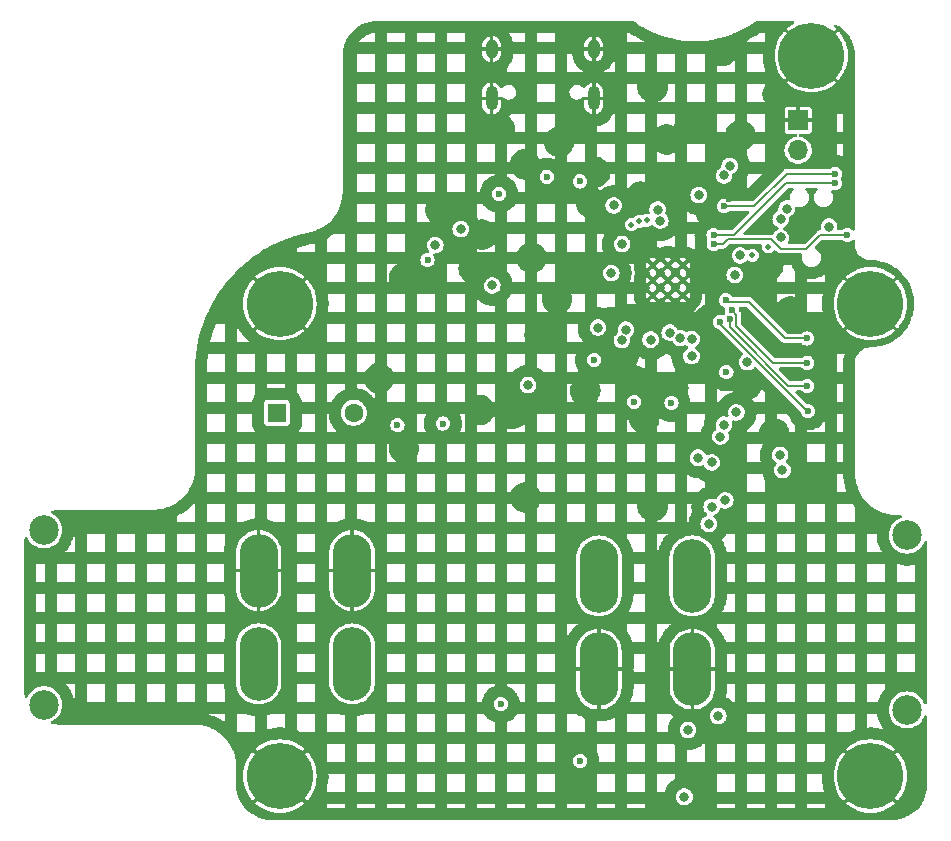
<source format=gbr>
%TF.GenerationSoftware,KiCad,Pcbnew,(6.99.0-874-g7b84e0a7d9-dirty)*%
%TF.CreationDate,2022-02-16T19:00:37-05:00*%
%TF.ProjectId,MotorcycleBatterIsolator,4d6f746f-7263-4796-936c-654261747465,rev?*%
%TF.SameCoordinates,Original*%
%TF.FileFunction,Copper,L3,Inr*%
%TF.FilePolarity,Positive*%
%FSLAX46Y46*%
G04 Gerber Fmt 4.6, Leading zero omitted, Abs format (unit mm)*
G04 Created by KiCad (PCBNEW (6.99.0-874-g7b84e0a7d9-dirty)) date 2022-02-16 19:00:37*
%MOMM*%
%LPD*%
G01*
G04 APERTURE LIST*
%TA.AperFunction,ComponentPad*%
%ADD10C,5.600000*%
%TD*%
%TA.AperFunction,ComponentPad*%
%ADD11O,1.000000X2.100000*%
%TD*%
%TA.AperFunction,ComponentPad*%
%ADD12O,1.000000X1.600000*%
%TD*%
%TA.AperFunction,ComponentPad*%
%ADD13O,3.270000X6.230000*%
%TD*%
%TA.AperFunction,ComponentPad*%
%ADD14C,2.500000*%
%TD*%
%TA.AperFunction,ComponentPad*%
%ADD15R,1.600000X1.600000*%
%TD*%
%TA.AperFunction,ComponentPad*%
%ADD16C,1.600000*%
%TD*%
%TA.AperFunction,ComponentPad*%
%ADD17R,1.700000X1.700000*%
%TD*%
%TA.AperFunction,ComponentPad*%
%ADD18O,1.700000X1.700000*%
%TD*%
%TA.AperFunction,ComponentPad*%
%ADD19C,0.600000*%
%TD*%
%TA.AperFunction,ViaPad*%
%ADD20C,0.600000*%
%TD*%
%TA.AperFunction,ViaPad*%
%ADD21C,0.800000*%
%TD*%
%TA.AperFunction,ViaPad*%
%ADD22C,0.500000*%
%TD*%
%TA.AperFunction,Conductor*%
%ADD23C,0.200000*%
%TD*%
G04 APERTURE END LIST*
D10*
%TO.N,GND*%
%TO.C,H4*%
X108000000Y-127000000D03*
%TD*%
D11*
%TO.N,GND*%
%TO.C,J5*%
X134569999Y-109629999D03*
D12*
X134569999Y-105449999D03*
D11*
X125929999Y-109629999D03*
D12*
X125929999Y-105449999D03*
%TD*%
D13*
%TO.N,/Motorcycle+*%
%TO.C,J1*%
X114117499Y-157499999D03*
X106197499Y-157499999D03*
%TO.N,GND*%
X114117499Y-149599999D03*
X106197499Y-149599999D03*
D14*
%TO.N,N/C*%
X88017500Y-160940000D03*
X88017500Y-146160000D03*
%TD*%
D10*
%TO.N,GND*%
%TO.C,H2*%
X153000000Y-106000000D03*
%TD*%
D15*
%TO.N,+12V*%
%TO.C,BZ1*%
X107749999Y-136249999D03*
D16*
%TO.N,Net-(BZ1-+)*%
X114250000Y-136250000D03*
%TD*%
D10*
%TO.N,GND*%
%TO.C,H3*%
X158000000Y-167000000D03*
%TD*%
%TO.N,GND*%
%TO.C,H5*%
X158000000Y-127000000D03*
%TD*%
D17*
%TO.N,GND*%
%TO.C,TH1*%
X151874999Y-111474999D03*
D18*
%TO.N,/Thermistor*%
X151874999Y-114014999D03*
%TD*%
D13*
%TO.N,/Battery+*%
%TO.C,J4*%
X134999999Y-150049999D03*
X142919999Y-150049999D03*
%TO.N,GND*%
X134999999Y-157949999D03*
X142919999Y-157949999D03*
D14*
%TO.N,N/C*%
X161100000Y-146610000D03*
X161100000Y-161390000D03*
%TD*%
D10*
%TO.N,GND*%
%TO.C,H1*%
X108000000Y-167000000D03*
%TD*%
D19*
%TO.N,GND*%
%TO.C,U5*%
X139575000Y-126285000D03*
X140850000Y-126285000D03*
X142125000Y-126285000D03*
X139575000Y-125010000D03*
X140850000Y-125010000D03*
X142125000Y-125010000D03*
X139575000Y-123735000D03*
X140850000Y-123735000D03*
X142125000Y-123735000D03*
%TD*%
D20*
%TO.N,Net-(U5-GPIO17)*%
X156050000Y-121200000D03*
%TO.N,Net-(U5-GPIO18)*%
X155000000Y-116800000D03*
%TO.N,Net-(U5-GPIO19)*%
X155000000Y-116000000D03*
X145600000Y-118750000D03*
%TO.N,Net-(U5-GPIO18)*%
X144716649Y-121204989D03*
%TO.N,Net-(U5-GPIO17)*%
X144724988Y-121954445D03*
%TO.N,Net-(U5-GPIO12)*%
X152700000Y-136100000D03*
%TO.N,Net-(U5-GPIO14)*%
X152650000Y-132000000D03*
%TO.N,Net-(U5-GPIO15)*%
X152600000Y-129950000D03*
%TO.N,Net-(U5-GPIO13)*%
X152650000Y-133950000D03*
%TO.N,Net-(U5-GPIO15)*%
X145750000Y-126700000D03*
%TO.N,Net-(U5-GPIO14)*%
X146250000Y-127550000D03*
%TO.N,Net-(U5-GPIO13)*%
X146100000Y-128300000D03*
%TO.N,Net-(U5-GPIO12)*%
X145250000Y-128550000D03*
D21*
%TO.N,/GATE_CTRL*%
X145109266Y-161909266D03*
X144550000Y-140450000D03*
X144550000Y-144200000D03*
X142550000Y-163100000D03*
D20*
%TO.N,Net-(J2-VDD)*%
X134600000Y-131750000D03*
X133400000Y-116650000D03*
%TO.N,GND*%
X134700000Y-115850000D03*
X118550000Y-124800000D03*
X130000000Y-129650000D03*
X146029812Y-118135983D03*
X140750000Y-113100000D03*
X147500000Y-133850000D03*
X153600000Y-142650000D03*
D21*
X127650000Y-136300000D03*
D20*
X131450000Y-126600000D03*
X142850000Y-132500000D03*
X147349500Y-127811999D03*
X129300000Y-123100000D03*
X144300000Y-128400000D03*
X144438556Y-119111444D03*
X133850000Y-134350000D03*
X146414017Y-126120188D03*
X134550000Y-124650000D03*
X133500000Y-111650000D03*
X150150000Y-109250000D03*
X138000000Y-133500000D03*
X133150000Y-166900000D03*
X130975000Y-134125000D03*
X131650000Y-113300000D03*
X149850000Y-138000000D03*
X136150000Y-128550000D03*
X145400000Y-105600000D03*
X140850000Y-116450000D03*
X147000000Y-112750000D03*
X124900000Y-136000000D03*
X126600000Y-112200000D03*
X154450000Y-119350000D03*
X125100000Y-121150000D03*
X122750000Y-119650000D03*
X121600000Y-119050000D03*
X132800000Y-124550000D03*
X128750000Y-115200000D03*
X134350000Y-118450000D03*
X145850000Y-141100000D03*
X138850000Y-136700000D03*
X116400000Y-133300000D03*
D21*
X142750000Y-167750000D03*
D20*
X139550000Y-144150000D03*
X118500000Y-139250000D03*
X141300000Y-134150000D03*
X148050000Y-120650000D03*
X138550000Y-117950000D03*
X139550000Y-108650000D03*
X137100000Y-131350000D03*
X128800000Y-143400000D03*
X137650000Y-128300000D03*
X124400000Y-124000000D03*
X151250000Y-127650000D03*
X142700000Y-111900000D03*
X149350000Y-123750000D03*
D21*
%TO.N,+3V3*%
X142850000Y-131450000D03*
X146507915Y-124560500D03*
X129000000Y-133900000D03*
X143450000Y-117800000D03*
X146975897Y-122914251D03*
D20*
X145800000Y-132800000D03*
X130600000Y-116250000D03*
D21*
X137297299Y-129199500D03*
X141000000Y-129450000D03*
X136973533Y-121962732D03*
X125990734Y-125459266D03*
X136262500Y-118687500D03*
X136060000Y-124410000D03*
D20*
%TO.N,+12V*%
X117950000Y-137300000D03*
X121800000Y-137150000D03*
D21*
X144300000Y-145650000D03*
X143400000Y-140050000D03*
D20*
%TO.N,Net-(D10-A)*%
X120500000Y-123300000D03*
X126550000Y-117700000D03*
%TO.N,Net-(D11-K)*%
X141149554Y-135399875D03*
X137999500Y-135308622D03*
D22*
%TO.N,/MotorcycleVoltage3v3*%
X138405974Y-120030183D03*
D21*
X134930438Y-129020940D03*
D22*
%TO.N,/BatteryVoltage3v3*%
X137750000Y-120300000D03*
D21*
X147579224Y-131947757D03*
%TO.N,/DAT0*%
X145599500Y-116150000D03*
X140200427Y-119970923D03*
%TO.N,/DAT1*%
X139976228Y-119047164D03*
X146084102Y-115333473D03*
%TO.N,Net-(J3-Pin_2)*%
X150400000Y-121400000D03*
X150400000Y-119850000D03*
%TO.N,/RST*%
X150900000Y-118950000D03*
X154500500Y-120483020D03*
%TO.N,/Battery+*%
X146650000Y-136200000D03*
X145705000Y-143655000D03*
%TO.N,/BUZZER_CTRL*%
X136954100Y-130084807D03*
X139381090Y-130057653D03*
%TO.N,/SCL*%
X145600000Y-137250000D03*
X150350000Y-139800000D03*
%TO.N,/SDA*%
X150550000Y-141100000D03*
X145300000Y-138250000D03*
%TO.N,Net-(U5-GPIO9)*%
X121149500Y-122050000D03*
X142853736Y-130000359D03*
%TO.N,Net-(U5-GPIO8)*%
X141908545Y-129909987D03*
X123300000Y-120700000D03*
D20*
%TO.N,Net-(Q2-S)*%
X133431885Y-165721244D03*
X126700000Y-160900000D03*
D21*
X142250000Y-168750000D03*
D22*
%TO.N,/Thermistor*%
X149359300Y-122190700D03*
X148000000Y-122900000D03*
X139051426Y-119957761D03*
%TD*%
D23*
%TO.N,Net-(U5-GPIO19)*%
X155000000Y-116000000D02*
X150900000Y-116000000D01*
X150900000Y-116000000D02*
X148150000Y-118750000D01*
X148150000Y-118750000D02*
X145600000Y-118750000D01*
%TO.N,Net-(U5-GPIO17)*%
X145895500Y-121554500D02*
X145495555Y-121954445D01*
X149604500Y-121554500D02*
X145895500Y-121554500D01*
X150400000Y-122350000D02*
X149604500Y-121554500D01*
X152555242Y-122350000D02*
X150400000Y-122350000D01*
%TO.N,Net-(U5-GPIO18)*%
X150850000Y-116800000D02*
X155000000Y-116800000D01*
%TO.N,Net-(U5-GPIO17)*%
X153705242Y-121200000D02*
X152555242Y-122350000D01*
X156050000Y-121200000D02*
X153705242Y-121200000D01*
X145495555Y-121954445D02*
X144724988Y-121954445D01*
%TO.N,Net-(U5-GPIO18)*%
X144716649Y-121204989D02*
X146445011Y-121204989D01*
X146445011Y-121204989D02*
X150850000Y-116800000D01*
%TO.N,Net-(U5-GPIO15)*%
X150800000Y-129950000D02*
X152600000Y-129950000D01*
X152600000Y-129950000D02*
X152650000Y-129950000D01*
X147700000Y-126850000D02*
X149050000Y-128200000D01*
X147000000Y-126850000D02*
X147700000Y-126850000D01*
X145900000Y-126850000D02*
X147000000Y-126850000D01*
X145750000Y-126700000D02*
X145900000Y-126850000D01*
X149050000Y-128200000D02*
X150800000Y-129950000D01*
%TO.N,Net-(U5-GPIO14)*%
X149750000Y-132000000D02*
X152650000Y-132000000D01*
X146650000Y-128900000D02*
X148550000Y-130800000D01*
X146650000Y-128500000D02*
X146650000Y-128900000D01*
X146650000Y-127950000D02*
X146650000Y-128500000D01*
X146250000Y-127550000D02*
X146650000Y-127950000D01*
X148550000Y-130800000D02*
X149750000Y-132000000D01*
%TO.N,Net-(U5-GPIO13)*%
X146100000Y-128300000D02*
X146100000Y-129000000D01*
X146100000Y-129000000D02*
X146450000Y-129350000D01*
X146450000Y-129350000D02*
X151050000Y-133950000D01*
X151050000Y-133950000D02*
X152650000Y-133950000D01*
%TO.N,Net-(U5-GPIO12)*%
X145250000Y-128700000D02*
X147200000Y-130650000D01*
X145250000Y-128550000D02*
X145250000Y-128700000D01*
X152650000Y-136100000D02*
X152700000Y-136100000D01*
X147200000Y-130650000D02*
X152650000Y-136100000D01*
%TD*%
%TA.AperFunction,Conductor*%
%TO.N,GND*%
G36*
X137926175Y-103070002D02*
G01*
X137933631Y-103075183D01*
X138047723Y-103160711D01*
X138524083Y-103472158D01*
X138711163Y-103577962D01*
X139017730Y-103751343D01*
X139017740Y-103751348D01*
X139019483Y-103752334D01*
X139021287Y-103753206D01*
X139021298Y-103753212D01*
X139530036Y-103999191D01*
X139531871Y-104000078D01*
X139533741Y-104000838D01*
X139533750Y-104000842D01*
X139784359Y-104102695D01*
X140059127Y-104214367D01*
X140061027Y-104215000D01*
X140061040Y-104215005D01*
X140451744Y-104345214D01*
X140599070Y-104394313D01*
X140601025Y-104394828D01*
X140601040Y-104394832D01*
X141147508Y-104538657D01*
X141147518Y-104538659D01*
X141149466Y-104539172D01*
X141151450Y-104539560D01*
X141151451Y-104539560D01*
X141706024Y-104647950D01*
X141706031Y-104647951D01*
X141708036Y-104648343D01*
X142272469Y-104721376D01*
X142506865Y-104736477D01*
X142838391Y-104757837D01*
X142838404Y-104757837D01*
X142840431Y-104757968D01*
X143409569Y-104757968D01*
X143411596Y-104757837D01*
X143411609Y-104757837D01*
X143743135Y-104736477D01*
X143977531Y-104721376D01*
X144541964Y-104648343D01*
X144543969Y-104647951D01*
X144543976Y-104647950D01*
X145098549Y-104539560D01*
X145098550Y-104539560D01*
X145100534Y-104539172D01*
X145102482Y-104538659D01*
X145102492Y-104538657D01*
X145648960Y-104394832D01*
X145648975Y-104394828D01*
X145650930Y-104394313D01*
X145798256Y-104345214D01*
X146188960Y-104215005D01*
X146188973Y-104215000D01*
X146190873Y-104214367D01*
X146465641Y-104102695D01*
X146716250Y-104000842D01*
X146716259Y-104000838D01*
X146718129Y-104000078D01*
X146719964Y-103999191D01*
X147228702Y-103753212D01*
X147228713Y-103753206D01*
X147230517Y-103752334D01*
X147232260Y-103751348D01*
X147232270Y-103751343D01*
X147538837Y-103577962D01*
X147725917Y-103472158D01*
X148202277Y-103160711D01*
X148316368Y-103075183D01*
X148382873Y-103050327D01*
X148391946Y-103050000D01*
X151440480Y-103050000D01*
X151508601Y-103070002D01*
X151555094Y-103123658D01*
X151565198Y-103193932D01*
X151535704Y-103258512D01*
X151501429Y-103286278D01*
X151351200Y-103369307D01*
X151345214Y-103373068D01*
X151067013Y-103570462D01*
X151061504Y-103574855D01*
X150930046Y-103692333D01*
X150921678Y-103705801D01*
X150927384Y-103715252D01*
X152987188Y-105775056D01*
X153001132Y-105782670D01*
X153002965Y-105782539D01*
X153009580Y-105778288D01*
X155070651Y-103717217D01*
X155078251Y-103703299D01*
X155072026Y-103694184D01*
X154941972Y-103577962D01*
X154904506Y-103517656D01*
X154905592Y-103446668D01*
X154944885Y-103387536D01*
X155009909Y-103359034D01*
X155080020Y-103370211D01*
X155086883Y-103373735D01*
X155313221Y-103498838D01*
X155325176Y-103506350D01*
X155583445Y-103689610D01*
X155594476Y-103698407D01*
X155830601Y-103909425D01*
X155840575Y-103919399D01*
X156051593Y-104155524D01*
X156060390Y-104166555D01*
X156243650Y-104424824D01*
X156251157Y-104436770D01*
X156376936Y-104664329D01*
X156404350Y-104713926D01*
X156410478Y-104726651D01*
X156452464Y-104828000D01*
X156531673Y-105019199D01*
X156536340Y-105032534D01*
X156624021Y-105336810D01*
X156627166Y-105350583D01*
X156680234Y-105662768D01*
X156681817Y-105676807D01*
X156699801Y-105996493D01*
X156700000Y-106003570D01*
X156700000Y-120690769D01*
X156679998Y-120758890D01*
X156626342Y-120805383D01*
X156556068Y-120815487D01*
X156491488Y-120785993D01*
X156484905Y-120779864D01*
X156483305Y-120778264D01*
X156478282Y-120771718D01*
X156352841Y-120675464D01*
X156222539Y-120621491D01*
X156214391Y-120618116D01*
X156206762Y-120614956D01*
X156050000Y-120594318D01*
X155893238Y-120614956D01*
X155885609Y-120618116D01*
X155877461Y-120621491D01*
X155747159Y-120675464D01*
X155621718Y-120771718D01*
X155619928Y-120769386D01*
X155570052Y-120796621D01*
X155543269Y-120799500D01*
X155309139Y-120799500D01*
X155241018Y-120779498D01*
X155194525Y-120725842D01*
X155184421Y-120655568D01*
X155184606Y-120654619D01*
X155185640Y-120651892D01*
X155202840Y-120510242D01*
X155205226Y-120490589D01*
X155206145Y-120483020D01*
X155185640Y-120314148D01*
X155182938Y-120307024D01*
X155182937Y-120307019D01*
X155128022Y-120162220D01*
X155125318Y-120155090D01*
X155114029Y-120138735D01*
X155033014Y-120021365D01*
X155033012Y-120021363D01*
X155028683Y-120015091D01*
X154984863Y-119976270D01*
X154907055Y-119907338D01*
X154907053Y-119907337D01*
X154901352Y-119902286D01*
X154816152Y-119857569D01*
X154757476Y-119826773D01*
X154757474Y-119826772D01*
X154750725Y-119823230D01*
X154585556Y-119782520D01*
X154415444Y-119782520D01*
X154250275Y-119823230D01*
X154243526Y-119826772D01*
X154243524Y-119826773D01*
X154184848Y-119857569D01*
X154099648Y-119902286D01*
X154093947Y-119907337D01*
X154093945Y-119907338D01*
X154016137Y-119976270D01*
X153972317Y-120015091D01*
X153967988Y-120021363D01*
X153967986Y-120021365D01*
X153886971Y-120138735D01*
X153875682Y-120155090D01*
X153872978Y-120162220D01*
X153818063Y-120307019D01*
X153818062Y-120307024D01*
X153815360Y-120314148D01*
X153794855Y-120483020D01*
X153795774Y-120490589D01*
X153815360Y-120651892D01*
X153813817Y-120652079D01*
X153811079Y-120714281D01*
X153770106Y-120772261D01*
X153704290Y-120798885D01*
X153691861Y-120799500D01*
X153641809Y-120799500D01*
X153632378Y-120802564D01*
X153632374Y-120802565D01*
X153620889Y-120806297D01*
X153601664Y-120810913D01*
X153589730Y-120812803D01*
X153589729Y-120812803D01*
X153579938Y-120814354D01*
X153571105Y-120818855D01*
X153571101Y-120818856D01*
X153560334Y-120824342D01*
X153542074Y-120831906D01*
X153521153Y-120838704D01*
X153513130Y-120844533D01*
X153503355Y-120851635D01*
X153486500Y-120861963D01*
X153475741Y-120867445D01*
X153475739Y-120867446D01*
X153466900Y-120871950D01*
X153444337Y-120894513D01*
X153444333Y-120894516D01*
X152426254Y-121912595D01*
X152363942Y-121946621D01*
X152337159Y-121949500D01*
X151111952Y-121949500D01*
X151043831Y-121929498D01*
X150997338Y-121875842D01*
X150987234Y-121805568D01*
X151008255Y-121751925D01*
X151024818Y-121727930D01*
X151044782Y-121675288D01*
X151082437Y-121576001D01*
X151082438Y-121575996D01*
X151085140Y-121568872D01*
X151096621Y-121474318D01*
X151104726Y-121407569D01*
X151105645Y-121400000D01*
X151099735Y-121351323D01*
X151086059Y-121238697D01*
X151085140Y-121231128D01*
X151082438Y-121224004D01*
X151082437Y-121223999D01*
X151027522Y-121079200D01*
X151024818Y-121072070D01*
X150964592Y-120984818D01*
X150932514Y-120938345D01*
X150932512Y-120938343D01*
X150928183Y-120932071D01*
X150837054Y-120851338D01*
X150806555Y-120824318D01*
X150806553Y-120824317D01*
X150800852Y-120819266D01*
X150652947Y-120741639D01*
X150652945Y-120741637D01*
X150650225Y-120740210D01*
X150650462Y-120739758D01*
X150597894Y-120699955D01*
X150573449Y-120633299D01*
X150588920Y-120564009D01*
X150639397Y-120514083D01*
X150647125Y-120510554D01*
X150650225Y-120509790D01*
X150800852Y-120430734D01*
X150874155Y-120365794D01*
X150922477Y-120322984D01*
X150928183Y-120317929D01*
X150937019Y-120305129D01*
X151020486Y-120184206D01*
X151024818Y-120177930D01*
X151030776Y-120162220D01*
X151082437Y-120026001D01*
X151082438Y-120025996D01*
X151085140Y-120018872D01*
X151105645Y-119850000D01*
X151102825Y-119826773D01*
X151091380Y-119732513D01*
X151103025Y-119662478D01*
X151150686Y-119609857D01*
X151157905Y-119605759D01*
X151235298Y-119565140D01*
X151300852Y-119530734D01*
X151318508Y-119515093D01*
X151422477Y-119422984D01*
X151428183Y-119417929D01*
X151438082Y-119403589D01*
X151520486Y-119284206D01*
X151524818Y-119277930D01*
X151545211Y-119224158D01*
X151582437Y-119126001D01*
X151582438Y-119125996D01*
X151585140Y-119118872D01*
X151605645Y-118950000D01*
X151602242Y-118921975D01*
X151613887Y-118851940D01*
X151661547Y-118799319D01*
X151730090Y-118780817D01*
X151768933Y-118787857D01*
X151805797Y-118800756D01*
X151939314Y-118815800D01*
X152028686Y-118815800D01*
X152162203Y-118800756D01*
X152331469Y-118741527D01*
X152376936Y-118712958D01*
X152477317Y-118649885D01*
X152477318Y-118649885D01*
X152483312Y-118646118D01*
X152610118Y-118519312D01*
X152640172Y-118471482D01*
X152701762Y-118373461D01*
X152705527Y-118367469D01*
X152764756Y-118198203D01*
X152784835Y-118020000D01*
X152764756Y-117841797D01*
X152705527Y-117672531D01*
X152632364Y-117556093D01*
X152613885Y-117526683D01*
X152613885Y-117526682D01*
X152610118Y-117520688D01*
X152505025Y-117415595D01*
X152470999Y-117353283D01*
X152476064Y-117282468D01*
X152518611Y-117225632D01*
X152585131Y-117200821D01*
X152594120Y-117200500D01*
X153405880Y-117200500D01*
X153474001Y-117220502D01*
X153520494Y-117274158D01*
X153530598Y-117344432D01*
X153501104Y-117409012D01*
X153494975Y-117415595D01*
X153389882Y-117520688D01*
X153386115Y-117526682D01*
X153386115Y-117526683D01*
X153367636Y-117556093D01*
X153294473Y-117672531D01*
X153235244Y-117841797D01*
X153215165Y-118020000D01*
X153235244Y-118198203D01*
X153294473Y-118367469D01*
X153298238Y-118373461D01*
X153359829Y-118471482D01*
X153389882Y-118519312D01*
X153516688Y-118646118D01*
X153522682Y-118649885D01*
X153522683Y-118649885D01*
X153623064Y-118712958D01*
X153668531Y-118741527D01*
X153837797Y-118800756D01*
X153971314Y-118815800D01*
X154060686Y-118815800D01*
X154194203Y-118800756D01*
X154363469Y-118741527D01*
X154408936Y-118712958D01*
X154509317Y-118649885D01*
X154509318Y-118649885D01*
X154515312Y-118646118D01*
X154642118Y-118519312D01*
X154672172Y-118471482D01*
X154733762Y-118373461D01*
X154737527Y-118367469D01*
X154796756Y-118198203D01*
X154816835Y-118020000D01*
X154796756Y-117841797D01*
X154737527Y-117672531D01*
X154666460Y-117559428D01*
X154647155Y-117491107D01*
X154667851Y-117423194D01*
X154721978Y-117377251D01*
X154792351Y-117367865D01*
X154821368Y-117375985D01*
X154835608Y-117381884D01*
X154835611Y-117381885D01*
X154843238Y-117385044D01*
X155000000Y-117405682D01*
X155008188Y-117404604D01*
X155148574Y-117386122D01*
X155156762Y-117385044D01*
X155302841Y-117324536D01*
X155428282Y-117228282D01*
X155524536Y-117102841D01*
X155585044Y-116956762D01*
X155605682Y-116800000D01*
X155585044Y-116643238D01*
X155524536Y-116497159D01*
X155508839Y-116476702D01*
X155483239Y-116410485D01*
X155497503Y-116340936D01*
X155508835Y-116323303D01*
X155524536Y-116302841D01*
X155585044Y-116156762D01*
X155605682Y-116000000D01*
X155585044Y-115843238D01*
X155524536Y-115697159D01*
X155428282Y-115571718D01*
X155302841Y-115475464D01*
X155156762Y-115414956D01*
X155000000Y-115394318D01*
X154843238Y-115414956D01*
X154697159Y-115475464D01*
X154571718Y-115571718D01*
X154569928Y-115569386D01*
X154520052Y-115596621D01*
X154493269Y-115599500D01*
X150868481Y-115599500D01*
X150868477Y-115599501D01*
X150836567Y-115599501D01*
X150827140Y-115602564D01*
X150827133Y-115602565D01*
X150815647Y-115606297D01*
X150796427Y-115610911D01*
X150784493Y-115612801D01*
X150784485Y-115612803D01*
X150774696Y-115614354D01*
X150765865Y-115618854D01*
X150765861Y-115618855D01*
X150755093Y-115624342D01*
X150736832Y-115631906D01*
X150715910Y-115638704D01*
X150700918Y-115649597D01*
X150698116Y-115651632D01*
X150681259Y-115661962D01*
X150670493Y-115667448D01*
X150670492Y-115667449D01*
X150661658Y-115671950D01*
X150639091Y-115694517D01*
X148021012Y-118312595D01*
X147958700Y-118346621D01*
X147931917Y-118349500D01*
X146106731Y-118349500D01*
X146038610Y-118329498D01*
X146028540Y-118321382D01*
X146028282Y-118321718D01*
X146007383Y-118305682D01*
X145902841Y-118225464D01*
X145756762Y-118164956D01*
X145600000Y-118144318D01*
X145443238Y-118164956D01*
X145297159Y-118225464D01*
X145171718Y-118321718D01*
X145075464Y-118447159D01*
X145014956Y-118593238D01*
X144994318Y-118750000D01*
X145014956Y-118906762D01*
X145075464Y-119052841D01*
X145171718Y-119178282D01*
X145297159Y-119274536D01*
X145443238Y-119335044D01*
X145600000Y-119355682D01*
X145608188Y-119354604D01*
X145748574Y-119336122D01*
X145756762Y-119335044D01*
X145902841Y-119274536D01*
X146028282Y-119178282D01*
X146030072Y-119180614D01*
X146079948Y-119153379D01*
X146106731Y-119150500D01*
X147628917Y-119150500D01*
X147697038Y-119170502D01*
X147743531Y-119224158D01*
X147753635Y-119294432D01*
X147724141Y-119359012D01*
X147718012Y-119365595D01*
X146316023Y-120767584D01*
X146253711Y-120801610D01*
X146226928Y-120804489D01*
X145223380Y-120804489D01*
X145155259Y-120784487D01*
X145145189Y-120776371D01*
X145144931Y-120776707D01*
X145078642Y-120725842D01*
X145019490Y-120680453D01*
X144873411Y-120619945D01*
X144859519Y-120618116D01*
X144724837Y-120600385D01*
X144716649Y-120599307D01*
X144708461Y-120600385D01*
X144573780Y-120618116D01*
X144559887Y-120619945D01*
X144413808Y-120680453D01*
X144288367Y-120776707D01*
X144283344Y-120783253D01*
X144267049Y-120804489D01*
X144192113Y-120902148D01*
X144131605Y-121048227D01*
X144110967Y-121204989D01*
X144131605Y-121361751D01*
X144192113Y-121507830D01*
X144197140Y-121514382D01*
X144201270Y-121521535D01*
X144198756Y-121522987D01*
X144219297Y-121576097D01*
X144203209Y-121648011D01*
X144200452Y-121651604D01*
X144197293Y-121659230D01*
X144197292Y-121659232D01*
X144166239Y-121734201D01*
X144139944Y-121797683D01*
X144119306Y-121954445D01*
X144139944Y-122111207D01*
X144200452Y-122257286D01*
X144296706Y-122382727D01*
X144303252Y-122387750D01*
X144329146Y-122407619D01*
X144422147Y-122478981D01*
X144568226Y-122539489D01*
X144724988Y-122560127D01*
X144733176Y-122559049D01*
X144873562Y-122540567D01*
X144881750Y-122539489D01*
X145027829Y-122478981D01*
X145153270Y-122382727D01*
X145155060Y-122385059D01*
X145204936Y-122357824D01*
X145231719Y-122354945D01*
X145558988Y-122354945D01*
X145568419Y-122351881D01*
X145568423Y-122351880D01*
X145579908Y-122348148D01*
X145599133Y-122343532D01*
X145611067Y-122341642D01*
X145611068Y-122341642D01*
X145620859Y-122340091D01*
X145629692Y-122335590D01*
X145629696Y-122335589D01*
X145640461Y-122330104D01*
X145658721Y-122322540D01*
X145679645Y-122315741D01*
X145697448Y-122302806D01*
X145714300Y-122292480D01*
X145725057Y-122286999D01*
X145733897Y-122282495D01*
X145756460Y-122259932D01*
X145756464Y-122259929D01*
X146024488Y-121991905D01*
X146086800Y-121957879D01*
X146113583Y-121955000D01*
X148691405Y-121955000D01*
X148759526Y-121975002D01*
X148806019Y-122028658D01*
X148816327Y-122097446D01*
X148810051Y-122145119D01*
X148804050Y-122190700D01*
X148822970Y-122334409D01*
X148878439Y-122468325D01*
X148966679Y-122583321D01*
X149081675Y-122671561D01*
X149215591Y-122727030D01*
X149359300Y-122745950D01*
X149503009Y-122727030D01*
X149636925Y-122671561D01*
X149751921Y-122583321D01*
X149801226Y-122519065D01*
X149858562Y-122477199D01*
X149929433Y-122472977D01*
X149990282Y-122506675D01*
X150139091Y-122655484D01*
X150139095Y-122655487D01*
X150161658Y-122678050D01*
X150177138Y-122685937D01*
X150181255Y-122688035D01*
X150198107Y-122698361D01*
X150215910Y-122711296D01*
X150236834Y-122718095D01*
X150255094Y-122725659D01*
X150265859Y-122731144D01*
X150265863Y-122731145D01*
X150274696Y-122735646D01*
X150284487Y-122737197D01*
X150284488Y-122737197D01*
X150296422Y-122739087D01*
X150315647Y-122743703D01*
X150327132Y-122747435D01*
X150327136Y-122747436D01*
X150336567Y-122750500D01*
X152101603Y-122750500D01*
X152169724Y-122770502D01*
X152216217Y-122824158D01*
X152226321Y-122894432D01*
X152222962Y-122908179D01*
X152223155Y-122908223D01*
X152221581Y-122915118D01*
X152219244Y-122921797D01*
X152199165Y-123100000D01*
X152219244Y-123278203D01*
X152221581Y-123284881D01*
X152221581Y-123284882D01*
X152226871Y-123300000D01*
X152278473Y-123447469D01*
X152373882Y-123599312D01*
X152500688Y-123726118D01*
X152652531Y-123821527D01*
X152821797Y-123880756D01*
X152955314Y-123895800D01*
X153044686Y-123895800D01*
X153178203Y-123880756D01*
X153347469Y-123821527D01*
X153499312Y-123726118D01*
X153626118Y-123599312D01*
X153721527Y-123447469D01*
X153773129Y-123300000D01*
X153778419Y-123284882D01*
X153778419Y-123284881D01*
X153780756Y-123278203D01*
X153800835Y-123100000D01*
X153780756Y-122921797D01*
X153721527Y-122752531D01*
X153711571Y-122736686D01*
X153629885Y-122606683D01*
X153629885Y-122606682D01*
X153626118Y-122600688D01*
X153499312Y-122473882D01*
X153465436Y-122452596D01*
X153353461Y-122382238D01*
X153347469Y-122378473D01*
X153340790Y-122376136D01*
X153335223Y-122373455D01*
X153282527Y-122325877D01*
X153263918Y-122257363D01*
X153285306Y-122189664D01*
X153300797Y-122170838D01*
X153834230Y-121637405D01*
X153896542Y-121603379D01*
X153923325Y-121600500D01*
X155543269Y-121600500D01*
X155611390Y-121620502D01*
X155621460Y-121628618D01*
X155621718Y-121628282D01*
X155747159Y-121724536D01*
X155893238Y-121785044D01*
X155901426Y-121786122D01*
X155971619Y-121795363D01*
X156050000Y-121805682D01*
X156058188Y-121804604D01*
X156198574Y-121786122D01*
X156206762Y-121785044D01*
X156352841Y-121724536D01*
X156469785Y-121634802D01*
X156471736Y-121633305D01*
X156478282Y-121628282D01*
X156483305Y-121621736D01*
X156484905Y-121620136D01*
X156547217Y-121586110D01*
X156618032Y-121591175D01*
X156674868Y-121633722D01*
X156699679Y-121700242D01*
X156700000Y-121709231D01*
X156700000Y-121952529D01*
X156699999Y-121952542D01*
X156699982Y-121952594D01*
X156700000Y-121999891D01*
X156700000Y-122027802D01*
X156700009Y-122027848D01*
X156700009Y-122027859D01*
X156700029Y-122086797D01*
X156700034Y-122102403D01*
X156708221Y-122153997D01*
X156730196Y-122292480D01*
X156732097Y-122304462D01*
X156795361Y-122499022D01*
X156819819Y-122547007D01*
X156870603Y-122646639D01*
X156888268Y-122681297D01*
X156891170Y-122685290D01*
X156891172Y-122685294D01*
X157005620Y-122842794D01*
X157005624Y-122842798D01*
X157008533Y-122846802D01*
X157153198Y-122991467D01*
X157157202Y-122994376D01*
X157157206Y-122994380D01*
X157314706Y-123108828D01*
X157314710Y-123108830D01*
X157318703Y-123111732D01*
X157323100Y-123113973D01*
X157323103Y-123113975D01*
X157365547Y-123135609D01*
X157500978Y-123204639D01*
X157695538Y-123267903D01*
X157700416Y-123268677D01*
X157700420Y-123268678D01*
X157807122Y-123285609D01*
X157897597Y-123299966D01*
X157902548Y-123299968D01*
X157902553Y-123299968D01*
X157952425Y-123299984D01*
X157952440Y-123299985D01*
X157952485Y-123300000D01*
X157996813Y-123300000D01*
X158003196Y-123300162D01*
X158367944Y-123318660D01*
X158380632Y-123319950D01*
X158738490Y-123374772D01*
X158750982Y-123377338D01*
X158966009Y-123433013D01*
X159101460Y-123468084D01*
X159113637Y-123471905D01*
X159353893Y-123560885D01*
X159446576Y-123595211D01*
X159453126Y-123597637D01*
X159464854Y-123602670D01*
X159523754Y-123631562D01*
X159789882Y-123762105D01*
X159801041Y-123768299D01*
X160108266Y-123959793D01*
X160118742Y-123967084D01*
X160176286Y-124011626D01*
X160405023Y-124188682D01*
X160414707Y-124196995D01*
X160586732Y-124360517D01*
X160677100Y-124446418D01*
X160685894Y-124455669D01*
X160919919Y-124728275D01*
X160921711Y-124730363D01*
X160929520Y-124740453D01*
X161133283Y-125033205D01*
X161136332Y-125037586D01*
X161143083Y-125048417D01*
X161318780Y-125364963D01*
X161324393Y-125376404D01*
X161415954Y-125589767D01*
X161467162Y-125709097D01*
X161471595Y-125721066D01*
X161494313Y-125793472D01*
X161555165Y-125987421D01*
X161579973Y-126066491D01*
X161583170Y-126078841D01*
X161599801Y-126159766D01*
X161656046Y-126433456D01*
X161657979Y-126446073D01*
X161694605Y-126806245D01*
X161695251Y-126818992D01*
X161695251Y-127181008D01*
X161694605Y-127193755D01*
X161657979Y-127553927D01*
X161656046Y-127566544D01*
X161624409Y-127720493D01*
X161583719Y-127918493D01*
X161583172Y-127921153D01*
X161579974Y-127933503D01*
X161549545Y-128030491D01*
X161471595Y-128278934D01*
X161467162Y-128290903D01*
X161434093Y-128367963D01*
X161324393Y-128623596D01*
X161318780Y-128635037D01*
X161188773Y-128869266D01*
X161143084Y-128951582D01*
X161136332Y-128962414D01*
X160933563Y-129253740D01*
X160929523Y-129259544D01*
X160921714Y-129269634D01*
X160729167Y-129493924D01*
X160685894Y-129544331D01*
X160677100Y-129553582D01*
X160418523Y-129799378D01*
X160414708Y-129803004D01*
X160405025Y-129811317D01*
X160160802Y-130000359D01*
X160118742Y-130032916D01*
X160108266Y-130040207D01*
X159801041Y-130231701D01*
X159789882Y-130237895D01*
X159652128Y-130305467D01*
X159488802Y-130385583D01*
X159464856Y-130397329D01*
X159453129Y-130402362D01*
X159425115Y-130412737D01*
X159113637Y-130528095D01*
X159101460Y-130531916D01*
X159021049Y-130552736D01*
X158750982Y-130622662D01*
X158738490Y-130625228D01*
X158380632Y-130680050D01*
X158367944Y-130681340D01*
X158024140Y-130698776D01*
X158003195Y-130699838D01*
X157996813Y-130700000D01*
X157952485Y-130700000D01*
X157952440Y-130700015D01*
X157952425Y-130700016D01*
X157902553Y-130700032D01*
X157902548Y-130700032D01*
X157897597Y-130700034D01*
X157810214Y-130713900D01*
X157700420Y-130731322D01*
X157700416Y-130731323D01*
X157695538Y-130732097D01*
X157500978Y-130795361D01*
X157496570Y-130797608D01*
X157323103Y-130886025D01*
X157323100Y-130886027D01*
X157318703Y-130888268D01*
X157314710Y-130891170D01*
X157314706Y-130891172D01*
X157157206Y-131005620D01*
X157157202Y-131005624D01*
X157153198Y-131008533D01*
X157008533Y-131153198D01*
X157005624Y-131157202D01*
X157005620Y-131157206D01*
X156896550Y-131307305D01*
X156888268Y-131318703D01*
X156886027Y-131323100D01*
X156886025Y-131323103D01*
X156853603Y-131386713D01*
X156795361Y-131500978D01*
X156732097Y-131695538D01*
X156731323Y-131700416D01*
X156731322Y-131700420D01*
X156719023Y-131777930D01*
X156700034Y-131897597D01*
X156700032Y-131902548D01*
X156700032Y-131902553D01*
X156700019Y-131943861D01*
X156700018Y-131943875D01*
X156700000Y-131943920D01*
X156700000Y-131999891D01*
X156699982Y-132047406D01*
X156699999Y-132047458D01*
X156700000Y-132047471D01*
X156700000Y-141312500D01*
X156699995Y-141312515D01*
X156700000Y-141359969D01*
X156700000Y-141387802D01*
X156700003Y-141387816D01*
X156700016Y-141534425D01*
X156719950Y-141736633D01*
X156733812Y-141877245D01*
X156734234Y-141881530D01*
X156734837Y-141884560D01*
X156734838Y-141884567D01*
X156754641Y-141984080D01*
X156802306Y-142223611D01*
X156903575Y-142557374D01*
X156921757Y-142601263D01*
X157035882Y-142876746D01*
X157035887Y-142876756D01*
X157037067Y-142879605D01*
X157038522Y-142882328D01*
X157038524Y-142882331D01*
X157198724Y-143182016D01*
X157201496Y-143187202D01*
X157203204Y-143189759D01*
X157203210Y-143189768D01*
X157299722Y-143334200D01*
X157395279Y-143477204D01*
X157397244Y-143479598D01*
X157397246Y-143479601D01*
X157464695Y-143561785D01*
X157616552Y-143746818D01*
X157863182Y-143993448D01*
X157976138Y-144086151D01*
X158124082Y-144207569D01*
X158132796Y-144214721D01*
X158195207Y-144256425D01*
X158420232Y-144406790D01*
X158420241Y-144406796D01*
X158422798Y-144408504D01*
X158425515Y-144409956D01*
X158425521Y-144409960D01*
X158697519Y-144555359D01*
X158730395Y-144572933D01*
X158733244Y-144574113D01*
X158733254Y-144574118D01*
X158901422Y-144643785D01*
X159052626Y-144706425D01*
X159204286Y-144752441D01*
X159383425Y-144806795D01*
X159383431Y-144806797D01*
X159386389Y-144807694D01*
X159537791Y-144837822D01*
X159725433Y-144875162D01*
X159725440Y-144875163D01*
X159728470Y-144875766D01*
X159731552Y-144876070D01*
X159731553Y-144876070D01*
X159786849Y-144881521D01*
X160075575Y-144909984D01*
X160193831Y-144909995D01*
X160193908Y-144909995D01*
X160193920Y-144910000D01*
X160249969Y-144910000D01*
X160297441Y-144910005D01*
X160297485Y-144910005D01*
X160297499Y-144910000D01*
X160519069Y-144910000D01*
X160587190Y-144930002D01*
X160633683Y-144983658D01*
X160643787Y-145053932D01*
X160614293Y-145118512D01*
X160567287Y-145152409D01*
X160398485Y-145222328D01*
X160398481Y-145222330D01*
X160393911Y-145224223D01*
X160185821Y-145351741D01*
X160000241Y-145510241D01*
X159841741Y-145695821D01*
X159714223Y-145903911D01*
X159712330Y-145908481D01*
X159712328Y-145908485D01*
X159622720Y-146124819D01*
X159622718Y-146124825D01*
X159620828Y-146129388D01*
X159619676Y-146134188D01*
X159619674Y-146134193D01*
X159600878Y-146212484D01*
X159563854Y-146366698D01*
X159544706Y-146610000D01*
X159563854Y-146853302D01*
X159589850Y-146961580D01*
X159619526Y-147085187D01*
X159620828Y-147090612D01*
X159622718Y-147095175D01*
X159622720Y-147095181D01*
X159711772Y-147310172D01*
X159714223Y-147316089D01*
X159716809Y-147320309D01*
X159723091Y-147330560D01*
X159841741Y-147524179D01*
X160000241Y-147709759D01*
X160185821Y-147868259D01*
X160393911Y-147995777D01*
X160398481Y-147997670D01*
X160398485Y-147997672D01*
X160614819Y-148087280D01*
X160614825Y-148087282D01*
X160619388Y-148089172D01*
X160624188Y-148090324D01*
X160624193Y-148090326D01*
X160732702Y-148116377D01*
X160856698Y-148146146D01*
X161100000Y-148165294D01*
X161343302Y-148146146D01*
X161467298Y-148116377D01*
X161575807Y-148090326D01*
X161575812Y-148090324D01*
X161580612Y-148089172D01*
X161585175Y-148087282D01*
X161585181Y-148087280D01*
X161801515Y-147997672D01*
X161801519Y-147997670D01*
X161806089Y-147995777D01*
X162014179Y-147868259D01*
X162199759Y-147709759D01*
X162358259Y-147524179D01*
X162476909Y-147330560D01*
X162483191Y-147320309D01*
X162485777Y-147316089D01*
X162491248Y-147302882D01*
X162557591Y-147142713D01*
X162602139Y-147087432D01*
X162669502Y-147065011D01*
X162738294Y-147082569D01*
X162786672Y-147134531D01*
X162800000Y-147190931D01*
X162800000Y-160809069D01*
X162779998Y-160877190D01*
X162726342Y-160923683D01*
X162656068Y-160933787D01*
X162591488Y-160904293D01*
X162557591Y-160857287D01*
X162487672Y-160688485D01*
X162487670Y-160688481D01*
X162485777Y-160683911D01*
X162358259Y-160475821D01*
X162199759Y-160290241D01*
X162014179Y-160131741D01*
X161806089Y-160004223D01*
X161801519Y-160002330D01*
X161801515Y-160002328D01*
X161585181Y-159912720D01*
X161585175Y-159912718D01*
X161580612Y-159910828D01*
X161575812Y-159909676D01*
X161575807Y-159909674D01*
X161467298Y-159883623D01*
X161343302Y-159853854D01*
X161100000Y-159834706D01*
X160856698Y-159853854D01*
X160732702Y-159883623D01*
X160624193Y-159909674D01*
X160624188Y-159909676D01*
X160619388Y-159910828D01*
X160614825Y-159912718D01*
X160614819Y-159912720D01*
X160398485Y-160002328D01*
X160398481Y-160002330D01*
X160393911Y-160004223D01*
X160185821Y-160131741D01*
X160000241Y-160290241D01*
X159841741Y-160475821D01*
X159714223Y-160683911D01*
X159712330Y-160688481D01*
X159712328Y-160688485D01*
X159622720Y-160904819D01*
X159622718Y-160904825D01*
X159620828Y-160909388D01*
X159619676Y-160914188D01*
X159619674Y-160914193D01*
X159612295Y-160944930D01*
X159563854Y-161146698D01*
X159544706Y-161390000D01*
X159563854Y-161633302D01*
X159565009Y-161638111D01*
X159619526Y-161865187D01*
X159620828Y-161870612D01*
X159622718Y-161875175D01*
X159622720Y-161875181D01*
X159709465Y-162084602D01*
X159714223Y-162096089D01*
X159716809Y-162100309D01*
X159723378Y-162111029D01*
X159841741Y-162304179D01*
X160000241Y-162489759D01*
X160185821Y-162648259D01*
X160393911Y-162775777D01*
X160398481Y-162777670D01*
X160398485Y-162777672D01*
X160614819Y-162867280D01*
X160614825Y-162867282D01*
X160619388Y-162869172D01*
X160624188Y-162870324D01*
X160624193Y-162870326D01*
X160697540Y-162887935D01*
X160856698Y-162926146D01*
X161100000Y-162945294D01*
X161343302Y-162926146D01*
X161502460Y-162887935D01*
X161575807Y-162870326D01*
X161575812Y-162870324D01*
X161580612Y-162869172D01*
X161585175Y-162867282D01*
X161585181Y-162867280D01*
X161801515Y-162777672D01*
X161801519Y-162777670D01*
X161806089Y-162775777D01*
X162014179Y-162648259D01*
X162199759Y-162489759D01*
X162358259Y-162304179D01*
X162476622Y-162111029D01*
X162483191Y-162100309D01*
X162485777Y-162096089D01*
X162491275Y-162082817D01*
X162545485Y-161951939D01*
X162557591Y-161922712D01*
X162602139Y-161867432D01*
X162669502Y-161845011D01*
X162738294Y-161862569D01*
X162786672Y-161914531D01*
X162800000Y-161970931D01*
X162800000Y-167746430D01*
X162799801Y-167753507D01*
X162781817Y-168073193D01*
X162780234Y-168087232D01*
X162727166Y-168399417D01*
X162724021Y-168413190D01*
X162636340Y-168717466D01*
X162631674Y-168730799D01*
X162545631Y-168938496D01*
X162510480Y-169023345D01*
X162504352Y-169036070D01*
X162351157Y-169313230D01*
X162343650Y-169325176D01*
X162160390Y-169583445D01*
X162151593Y-169594476D01*
X161940575Y-169830601D01*
X161930601Y-169840575D01*
X161694476Y-170051593D01*
X161683445Y-170060390D01*
X161425176Y-170243650D01*
X161413230Y-170251157D01*
X161136070Y-170404352D01*
X161123349Y-170410478D01*
X160830801Y-170531673D01*
X160817466Y-170536340D01*
X160513190Y-170624021D01*
X160499417Y-170627166D01*
X160187232Y-170680234D01*
X160173193Y-170681817D01*
X159853507Y-170699801D01*
X159846430Y-170700000D01*
X107253570Y-170700000D01*
X107246493Y-170699801D01*
X106926807Y-170681817D01*
X106912768Y-170680234D01*
X106600583Y-170627166D01*
X106586810Y-170624021D01*
X106282534Y-170536340D01*
X106269199Y-170531673D01*
X105976651Y-170410478D01*
X105963930Y-170404352D01*
X105686770Y-170251157D01*
X105674824Y-170243650D01*
X105416555Y-170060390D01*
X105405524Y-170051593D01*
X105169399Y-169840575D01*
X105159425Y-169830601D01*
X104948407Y-169594476D01*
X104939610Y-169583445D01*
X104756350Y-169325176D01*
X104748843Y-169313230D01*
X104739707Y-169296701D01*
X105921749Y-169296701D01*
X105927974Y-169305816D01*
X106061504Y-169425145D01*
X106067013Y-169429538D01*
X106345214Y-169626932D01*
X106351200Y-169630693D01*
X106649745Y-169795694D01*
X106656109Y-169798759D01*
X106971252Y-169929295D01*
X106977919Y-169931628D01*
X107305708Y-170026062D01*
X107312577Y-170027630D01*
X107648879Y-170084770D01*
X107655892Y-170085560D01*
X107996474Y-170104687D01*
X108003526Y-170104687D01*
X108344108Y-170085560D01*
X108351121Y-170084770D01*
X108687423Y-170027630D01*
X108694292Y-170026062D01*
X109022081Y-169931628D01*
X109028748Y-169929295D01*
X109343891Y-169798759D01*
X109350255Y-169795694D01*
X109548730Y-169686000D01*
X111970000Y-169686000D01*
X113496000Y-169686000D01*
X114510000Y-169686000D01*
X116036000Y-169686000D01*
X117050000Y-169686000D01*
X118576000Y-169686000D01*
X119590000Y-169686000D01*
X121116000Y-169686000D01*
X122130000Y-169686000D01*
X123656000Y-169686000D01*
X124670000Y-169686000D01*
X126196000Y-169686000D01*
X127210000Y-169686000D01*
X128736000Y-169686000D01*
X129750000Y-169686000D01*
X131276000Y-169686000D01*
X132290000Y-169686000D01*
X133816000Y-169686000D01*
X134830000Y-169686000D01*
X136356000Y-169686000D01*
X137370000Y-169686000D01*
X138896000Y-169686000D01*
X144990000Y-169686000D01*
X146516000Y-169686000D01*
X147530000Y-169686000D01*
X149056000Y-169686000D01*
X150070000Y-169686000D01*
X151596000Y-169686000D01*
X152610000Y-169686000D01*
X154136000Y-169686000D01*
X154136000Y-169342000D01*
X152610000Y-169342000D01*
X152610000Y-169686000D01*
X151596000Y-169686000D01*
X151596000Y-169342000D01*
X150070000Y-169342000D01*
X150070000Y-169686000D01*
X149056000Y-169686000D01*
X149056000Y-169342000D01*
X147530000Y-169342000D01*
X147530000Y-169686000D01*
X146516000Y-169686000D01*
X146516000Y-169342000D01*
X144990000Y-169342000D01*
X144990000Y-169686000D01*
X138896000Y-169686000D01*
X138896000Y-169342000D01*
X137370000Y-169342000D01*
X137370000Y-169686000D01*
X136356000Y-169686000D01*
X136356000Y-169342000D01*
X134830000Y-169342000D01*
X134830000Y-169686000D01*
X133816000Y-169686000D01*
X133816000Y-169342000D01*
X132290000Y-169342000D01*
X132290000Y-169686000D01*
X131276000Y-169686000D01*
X131276000Y-169342000D01*
X129750000Y-169342000D01*
X129750000Y-169686000D01*
X128736000Y-169686000D01*
X128736000Y-169342000D01*
X127210000Y-169342000D01*
X127210000Y-169686000D01*
X126196000Y-169686000D01*
X126196000Y-169342000D01*
X124670000Y-169342000D01*
X124670000Y-169686000D01*
X123656000Y-169686000D01*
X123656000Y-169342000D01*
X122130000Y-169342000D01*
X122130000Y-169686000D01*
X121116000Y-169686000D01*
X121116000Y-169342000D01*
X119590000Y-169342000D01*
X119590000Y-169686000D01*
X118576000Y-169686000D01*
X118576000Y-169342000D01*
X117050000Y-169342000D01*
X117050000Y-169686000D01*
X116036000Y-169686000D01*
X116036000Y-169342000D01*
X114510000Y-169342000D01*
X114510000Y-169686000D01*
X113496000Y-169686000D01*
X113496000Y-169342000D01*
X111970000Y-169342000D01*
X111970000Y-169686000D01*
X109548730Y-169686000D01*
X109648800Y-169630693D01*
X109654786Y-169626932D01*
X109932987Y-169429538D01*
X109938496Y-169425145D01*
X110069954Y-169307667D01*
X110078322Y-169294199D01*
X110072616Y-169284748D01*
X108012812Y-167224944D01*
X107998868Y-167217330D01*
X107997035Y-167217461D01*
X107990420Y-167221712D01*
X105929349Y-169282783D01*
X105921749Y-169296701D01*
X104739707Y-169296701D01*
X104595648Y-169036070D01*
X104589520Y-169023345D01*
X104554370Y-168938496D01*
X104468326Y-168730799D01*
X104463660Y-168717466D01*
X104375979Y-168413190D01*
X104372834Y-168399417D01*
X104319766Y-168087232D01*
X104318183Y-168073193D01*
X104300199Y-167753507D01*
X104300000Y-167746430D01*
X104300000Y-167003526D01*
X104895313Y-167003526D01*
X104914440Y-167344108D01*
X104915230Y-167351121D01*
X104972370Y-167687423D01*
X104973938Y-167694292D01*
X105068372Y-168022081D01*
X105070705Y-168028748D01*
X105201241Y-168343891D01*
X105204306Y-168350255D01*
X105369307Y-168648800D01*
X105373068Y-168654786D01*
X105570462Y-168932987D01*
X105574855Y-168938496D01*
X105692333Y-169069954D01*
X105705801Y-169078322D01*
X105715252Y-169072616D01*
X107775056Y-167012812D01*
X107781434Y-167001132D01*
X108217330Y-167001132D01*
X108217461Y-167002965D01*
X108221712Y-167009580D01*
X110282783Y-169070651D01*
X110296701Y-169078251D01*
X110305816Y-169072026D01*
X110425145Y-168938496D01*
X110429538Y-168932987D01*
X110559374Y-168750000D01*
X141544355Y-168750000D01*
X141564860Y-168918872D01*
X141567562Y-168925996D01*
X141567563Y-168926001D01*
X141609308Y-169036074D01*
X141625182Y-169077930D01*
X141721817Y-169217929D01*
X141727523Y-169222984D01*
X141823111Y-169307667D01*
X141849148Y-169330734D01*
X141999775Y-169409790D01*
X142164944Y-169450500D01*
X142335056Y-169450500D01*
X142500225Y-169409790D01*
X142650852Y-169330734D01*
X142676890Y-169307667D01*
X142689268Y-169296701D01*
X155921749Y-169296701D01*
X155927974Y-169305816D01*
X156061504Y-169425145D01*
X156067013Y-169429538D01*
X156345214Y-169626932D01*
X156351200Y-169630693D01*
X156649745Y-169795694D01*
X156656109Y-169798759D01*
X156971252Y-169929295D01*
X156977919Y-169931628D01*
X157305708Y-170026062D01*
X157312577Y-170027630D01*
X157648879Y-170084770D01*
X157655892Y-170085560D01*
X157996474Y-170104687D01*
X158003526Y-170104687D01*
X158344108Y-170085560D01*
X158351121Y-170084770D01*
X158687423Y-170027630D01*
X158694292Y-170026062D01*
X159022081Y-169931628D01*
X159028748Y-169929295D01*
X159343891Y-169798759D01*
X159350255Y-169795694D01*
X159648800Y-169630693D01*
X159654786Y-169626932D01*
X159932987Y-169429538D01*
X159938496Y-169425145D01*
X160069954Y-169307667D01*
X160078322Y-169294199D01*
X160072616Y-169284748D01*
X158012812Y-167224944D01*
X157998868Y-167217330D01*
X157997035Y-167217461D01*
X157990420Y-167221712D01*
X155929349Y-169282783D01*
X155921749Y-169296701D01*
X142689268Y-169296701D01*
X142772477Y-169222984D01*
X142778183Y-169217929D01*
X142874818Y-169077930D01*
X142890692Y-169036074D01*
X142932437Y-168926001D01*
X142932438Y-168925996D01*
X142935140Y-168918872D01*
X142955645Y-168750000D01*
X142935140Y-168581128D01*
X142932438Y-168574004D01*
X142932437Y-168573999D01*
X142877522Y-168429200D01*
X142874818Y-168422070D01*
X142859182Y-168399417D01*
X142809886Y-168328000D01*
X144990000Y-168328000D01*
X146516000Y-168328000D01*
X147530000Y-168328000D01*
X149056000Y-168328000D01*
X150070000Y-168328000D01*
X151596000Y-168328000D01*
X152610000Y-168328000D01*
X154101880Y-168328000D01*
X154096007Y-168309574D01*
X154094980Y-168306190D01*
X153998590Y-167971613D01*
X153997660Y-167968204D01*
X153986983Y-167926813D01*
X153986148Y-167923378D01*
X153983004Y-167909603D01*
X153982266Y-167906147D01*
X153973928Y-167864229D01*
X153973287Y-167860754D01*
X153914964Y-167517489D01*
X153914421Y-167513996D01*
X153908446Y-167471671D01*
X153908001Y-167468165D01*
X153906419Y-167454124D01*
X153906073Y-167450606D01*
X153902481Y-167408017D01*
X153902233Y-167404493D01*
X153882710Y-167056856D01*
X153882562Y-167053325D01*
X153881363Y-167010599D01*
X153881313Y-167007065D01*
X153881313Y-167003526D01*
X154895313Y-167003526D01*
X154914440Y-167344108D01*
X154915230Y-167351121D01*
X154972370Y-167687423D01*
X154973938Y-167694292D01*
X155068372Y-168022081D01*
X155070705Y-168028748D01*
X155201241Y-168343891D01*
X155204306Y-168350255D01*
X155369307Y-168648800D01*
X155373068Y-168654786D01*
X155570462Y-168932987D01*
X155574855Y-168938496D01*
X155692333Y-169069954D01*
X155705801Y-169078322D01*
X155715252Y-169072616D01*
X157775056Y-167012812D01*
X157781434Y-167001132D01*
X158217330Y-167001132D01*
X158217461Y-167002965D01*
X158221712Y-167009580D01*
X160282783Y-169070651D01*
X160296701Y-169078251D01*
X160305816Y-169072026D01*
X160425145Y-168938496D01*
X160429538Y-168932987D01*
X160626932Y-168654786D01*
X160630693Y-168648800D01*
X160795694Y-168350255D01*
X160798759Y-168343891D01*
X160929295Y-168028748D01*
X160931628Y-168022081D01*
X161026062Y-167694292D01*
X161027630Y-167687423D01*
X161084770Y-167351121D01*
X161085560Y-167344108D01*
X161104687Y-167003526D01*
X161104687Y-166996474D01*
X161085560Y-166655892D01*
X161084770Y-166648879D01*
X161027630Y-166312577D01*
X161026062Y-166305708D01*
X160931628Y-165977919D01*
X160929295Y-165971252D01*
X160798759Y-165656109D01*
X160795694Y-165649745D01*
X160630693Y-165351200D01*
X160626932Y-165345214D01*
X160429538Y-165067013D01*
X160425145Y-165061504D01*
X160307667Y-164930046D01*
X160294199Y-164921678D01*
X160284748Y-164927384D01*
X158224944Y-166987188D01*
X158217330Y-167001132D01*
X157781434Y-167001132D01*
X157782670Y-166998868D01*
X157782539Y-166997035D01*
X157778288Y-166990420D01*
X155717217Y-164929349D01*
X155703299Y-164921749D01*
X155694184Y-164927974D01*
X155574855Y-165061504D01*
X155570462Y-165067013D01*
X155373068Y-165345214D01*
X155369307Y-165351200D01*
X155204306Y-165649745D01*
X155201241Y-165656109D01*
X155070705Y-165971252D01*
X155068372Y-165977919D01*
X154973938Y-166305708D01*
X154972370Y-166312577D01*
X154915230Y-166648879D01*
X154914440Y-166655892D01*
X154895313Y-166996474D01*
X154895313Y-167003526D01*
X153881313Y-167003526D01*
X153881313Y-166992935D01*
X153881363Y-166989401D01*
X153882562Y-166946675D01*
X153882710Y-166943144D01*
X153890636Y-166802000D01*
X152610000Y-166802000D01*
X152610000Y-168328000D01*
X151596000Y-168328000D01*
X151596000Y-166802000D01*
X150070000Y-166802000D01*
X150070000Y-168328000D01*
X149056000Y-168328000D01*
X149056000Y-166802000D01*
X147530000Y-166802000D01*
X147530000Y-168328000D01*
X146516000Y-168328000D01*
X146516000Y-166802000D01*
X144990000Y-166802000D01*
X144990000Y-168328000D01*
X142809886Y-168328000D01*
X142782514Y-168288345D01*
X142782512Y-168288343D01*
X142778183Y-168282071D01*
X142650852Y-168169266D01*
X142500225Y-168090210D01*
X142335056Y-168049500D01*
X142164944Y-168049500D01*
X141999775Y-168090210D01*
X141849148Y-168169266D01*
X141721817Y-168282071D01*
X141717488Y-168288343D01*
X141717486Y-168288345D01*
X141640818Y-168399417D01*
X141625182Y-168422070D01*
X141622478Y-168429200D01*
X141567563Y-168573999D01*
X141567562Y-168574004D01*
X141564860Y-168581128D01*
X141544355Y-168750000D01*
X110559374Y-168750000D01*
X110626932Y-168654786D01*
X110630693Y-168648800D01*
X110795694Y-168350255D01*
X110798759Y-168343891D01*
X110805341Y-168328000D01*
X111970000Y-168328000D01*
X113496000Y-168328000D01*
X114510000Y-168328000D01*
X116036000Y-168328000D01*
X117050000Y-168328000D01*
X118576000Y-168328000D01*
X119590000Y-168328000D01*
X121116000Y-168328000D01*
X122130000Y-168328000D01*
X123656000Y-168328000D01*
X124670000Y-168328000D01*
X126196000Y-168328000D01*
X127210000Y-168328000D01*
X128736000Y-168328000D01*
X129750000Y-168328000D01*
X131276000Y-168328000D01*
X134830000Y-168328000D01*
X136356000Y-168328000D01*
X137370000Y-168328000D01*
X138896000Y-168328000D01*
X139910000Y-168328000D01*
X140583850Y-168328000D01*
X140584851Y-168323939D01*
X140586895Y-168316607D01*
X140614270Y-168228757D01*
X140616753Y-168221562D01*
X140677075Y-168062504D01*
X140679987Y-168055473D01*
X140717751Y-167971562D01*
X140721083Y-167964718D01*
X140735199Y-167937822D01*
X140738939Y-167931191D01*
X140786546Y-167852441D01*
X140790678Y-167846051D01*
X140887313Y-167706052D01*
X140891824Y-167699922D01*
X140948568Y-167627493D01*
X140953440Y-167621646D01*
X140973583Y-167598909D01*
X140978801Y-167593367D01*
X141043871Y-167528297D01*
X141049413Y-167523079D01*
X141176744Y-167410274D01*
X141182590Y-167405402D01*
X141255026Y-167348652D01*
X141261157Y-167344141D01*
X141286154Y-167326887D01*
X141292545Y-167322755D01*
X141371285Y-167275155D01*
X141377914Y-167271416D01*
X141436000Y-167240930D01*
X141436000Y-166802000D01*
X139910000Y-166802000D01*
X139910000Y-168328000D01*
X138896000Y-168328000D01*
X138896000Y-166802000D01*
X137370000Y-166802000D01*
X137370000Y-168328000D01*
X136356000Y-168328000D01*
X136356000Y-166802000D01*
X134830000Y-166802000D01*
X134830000Y-168328000D01*
X131276000Y-168328000D01*
X131276000Y-166802000D01*
X129750000Y-166802000D01*
X129750000Y-168328000D01*
X128736000Y-168328000D01*
X128736000Y-166802000D01*
X127210000Y-166802000D01*
X127210000Y-168328000D01*
X126196000Y-168328000D01*
X126196000Y-166802000D01*
X124670000Y-166802000D01*
X124670000Y-168328000D01*
X123656000Y-168328000D01*
X123656000Y-166802000D01*
X122130000Y-166802000D01*
X122130000Y-168328000D01*
X121116000Y-168328000D01*
X121116000Y-166802000D01*
X119590000Y-166802000D01*
X119590000Y-168328000D01*
X118576000Y-168328000D01*
X118576000Y-166802000D01*
X117050000Y-166802000D01*
X117050000Y-168328000D01*
X116036000Y-168328000D01*
X116036000Y-166802000D01*
X114510000Y-166802000D01*
X114510000Y-168328000D01*
X113496000Y-168328000D01*
X113496000Y-166802000D01*
X112109364Y-166802000D01*
X112117290Y-166943144D01*
X112117438Y-166946675D01*
X112118637Y-166989401D01*
X112118687Y-166992935D01*
X112118687Y-167007065D01*
X112118637Y-167010599D01*
X112117438Y-167053325D01*
X112117290Y-167056856D01*
X112097767Y-167404493D01*
X112097519Y-167408017D01*
X112093927Y-167450606D01*
X112093581Y-167454124D01*
X112091999Y-167468165D01*
X112091554Y-167471671D01*
X112085579Y-167513996D01*
X112085036Y-167517489D01*
X112026713Y-167860754D01*
X112026072Y-167864229D01*
X112017734Y-167906147D01*
X112016996Y-167909603D01*
X112013852Y-167923378D01*
X112013017Y-167926813D01*
X112002340Y-167968204D01*
X112001410Y-167971613D01*
X111970000Y-168080639D01*
X111970000Y-168328000D01*
X110805341Y-168328000D01*
X110929295Y-168028748D01*
X110931628Y-168022081D01*
X111026062Y-167694292D01*
X111027630Y-167687423D01*
X111084770Y-167351121D01*
X111085560Y-167344108D01*
X111104687Y-167003526D01*
X111104687Y-166996474D01*
X111085560Y-166655892D01*
X111084770Y-166648879D01*
X111027630Y-166312577D01*
X111026062Y-166305708D01*
X110931628Y-165977919D01*
X110929295Y-165971252D01*
X110853390Y-165788000D01*
X111970000Y-165788000D01*
X113496000Y-165788000D01*
X114510000Y-165788000D01*
X116036000Y-165788000D01*
X117050000Y-165788000D01*
X118576000Y-165788000D01*
X119590000Y-165788000D01*
X121116000Y-165788000D01*
X122130000Y-165788000D01*
X123656000Y-165788000D01*
X124670000Y-165788000D01*
X126196000Y-165788000D01*
X127210000Y-165788000D01*
X128736000Y-165788000D01*
X129750000Y-165788000D01*
X131276000Y-165788000D01*
X131276000Y-165721244D01*
X132826203Y-165721244D01*
X132846841Y-165878006D01*
X132907349Y-166024085D01*
X133003603Y-166149526D01*
X133010149Y-166154549D01*
X133020168Y-166162237D01*
X133129044Y-166245780D01*
X133275123Y-166306288D01*
X133431885Y-166326926D01*
X133440073Y-166325848D01*
X133580459Y-166307366D01*
X133588647Y-166306288D01*
X133734726Y-166245780D01*
X133843602Y-166162237D01*
X133853621Y-166154549D01*
X133860167Y-166149526D01*
X133956421Y-166024085D01*
X134016929Y-165878006D01*
X134037567Y-165721244D01*
X134016929Y-165564482D01*
X133956421Y-165418403D01*
X133860167Y-165292962D01*
X133734726Y-165196708D01*
X133588647Y-165136200D01*
X133431885Y-165115562D01*
X133275123Y-165136200D01*
X133129044Y-165196708D01*
X133003603Y-165292962D01*
X132907349Y-165418403D01*
X132846841Y-165564482D01*
X132826203Y-165721244D01*
X131276000Y-165721244D01*
X131276000Y-164905642D01*
X134830000Y-164905642D01*
X134841865Y-164926193D01*
X134845751Y-164933464D01*
X134889832Y-165022852D01*
X134893235Y-165030362D01*
X134953743Y-165176441D01*
X134956647Y-165184158D01*
X134988688Y-165278549D01*
X134991082Y-165286440D01*
X134999595Y-165318212D01*
X135001467Y-165326241D01*
X135020911Y-165423995D01*
X135022254Y-165432130D01*
X135042892Y-165588892D01*
X135043700Y-165597097D01*
X135050219Y-165696557D01*
X135050489Y-165704798D01*
X135050489Y-165737690D01*
X135050219Y-165745931D01*
X135047462Y-165788000D01*
X136356000Y-165788000D01*
X137370000Y-165788000D01*
X138896000Y-165788000D01*
X139910000Y-165788000D01*
X141436000Y-165788000D01*
X142450000Y-165788000D01*
X143976000Y-165788000D01*
X144990000Y-165788000D01*
X146516000Y-165788000D01*
X147530000Y-165788000D01*
X149056000Y-165788000D01*
X150070000Y-165788000D01*
X151596000Y-165788000D01*
X152610000Y-165788000D01*
X154067844Y-165788000D01*
X154094980Y-165693809D01*
X154096007Y-165690426D01*
X154108990Y-165649694D01*
X154110110Y-165646342D01*
X154114777Y-165633005D01*
X154115991Y-165629686D01*
X154131231Y-165589763D01*
X154132537Y-165586481D01*
X154136000Y-165578121D01*
X154136000Y-164705801D01*
X155921678Y-164705801D01*
X155927384Y-164715252D01*
X157987188Y-166775056D01*
X158001132Y-166782670D01*
X158002965Y-166782539D01*
X158009580Y-166778288D01*
X160070651Y-164717217D01*
X160078251Y-164703299D01*
X160072026Y-164694184D01*
X159938496Y-164574855D01*
X159932987Y-164570462D01*
X159654786Y-164373068D01*
X159648800Y-164369307D01*
X159350255Y-164204306D01*
X159343891Y-164201241D01*
X159028748Y-164070705D01*
X159022081Y-164068372D01*
X158694292Y-163973938D01*
X158687423Y-163972370D01*
X158351121Y-163915230D01*
X158344108Y-163914440D01*
X158003526Y-163895313D01*
X157996474Y-163895313D01*
X157655892Y-163914440D01*
X157648879Y-163915230D01*
X157312577Y-163972370D01*
X157305708Y-163973938D01*
X156977919Y-164068372D01*
X156971252Y-164070705D01*
X156656109Y-164201241D01*
X156649745Y-164204306D01*
X156351200Y-164369307D01*
X156345214Y-164373068D01*
X156067013Y-164570462D01*
X156061504Y-164574855D01*
X155930046Y-164692333D01*
X155921678Y-164705801D01*
X154136000Y-164705801D01*
X154136000Y-164262000D01*
X152610000Y-164262000D01*
X152610000Y-165788000D01*
X151596000Y-165788000D01*
X151596000Y-164262000D01*
X150070000Y-164262000D01*
X150070000Y-165788000D01*
X149056000Y-165788000D01*
X149056000Y-164262000D01*
X147530000Y-164262000D01*
X147530000Y-165788000D01*
X146516000Y-165788000D01*
X146516000Y-164262000D01*
X144990000Y-164262000D01*
X144990000Y-165788000D01*
X143976000Y-165788000D01*
X143976000Y-164262000D01*
X143815832Y-164262000D01*
X143756129Y-164321703D01*
X143750587Y-164326921D01*
X143623256Y-164439726D01*
X143617410Y-164444598D01*
X143544974Y-164501348D01*
X143538843Y-164505859D01*
X143513846Y-164523113D01*
X143507455Y-164527245D01*
X143428715Y-164574845D01*
X143422086Y-164578584D01*
X143271459Y-164657640D01*
X143264615Y-164660972D01*
X143180705Y-164698737D01*
X143173674Y-164701650D01*
X143145271Y-164712422D01*
X143138075Y-164714905D01*
X143050219Y-164742282D01*
X143042887Y-164744326D01*
X142877718Y-164785036D01*
X142870277Y-164786633D01*
X142779764Y-164803220D01*
X142772239Y-164804365D01*
X142742086Y-164808026D01*
X142734506Y-164808715D01*
X142642663Y-164814270D01*
X142635056Y-164814500D01*
X142464944Y-164814500D01*
X142457337Y-164814270D01*
X142450000Y-164813826D01*
X142450000Y-165788000D01*
X141436000Y-165788000D01*
X141436000Y-164403630D01*
X141349413Y-164326921D01*
X141343871Y-164321703D01*
X141284168Y-164262000D01*
X139910000Y-164262000D01*
X139910000Y-165788000D01*
X138896000Y-165788000D01*
X138896000Y-164262000D01*
X137370000Y-164262000D01*
X137370000Y-165788000D01*
X136356000Y-165788000D01*
X136356000Y-164262000D01*
X134830000Y-164262000D01*
X134830000Y-164905642D01*
X131276000Y-164905642D01*
X131276000Y-164262000D01*
X129750000Y-164262000D01*
X129750000Y-165788000D01*
X128736000Y-165788000D01*
X128736000Y-164262000D01*
X127210000Y-164262000D01*
X127210000Y-165788000D01*
X126196000Y-165788000D01*
X126196000Y-164262000D01*
X124670000Y-164262000D01*
X124670000Y-165788000D01*
X123656000Y-165788000D01*
X123656000Y-164262000D01*
X122130000Y-164262000D01*
X122130000Y-165788000D01*
X121116000Y-165788000D01*
X121116000Y-164262000D01*
X119590000Y-164262000D01*
X119590000Y-165788000D01*
X118576000Y-165788000D01*
X118576000Y-164262000D01*
X117050000Y-164262000D01*
X117050000Y-165788000D01*
X116036000Y-165788000D01*
X116036000Y-164262000D01*
X114510000Y-164262000D01*
X114510000Y-165788000D01*
X113496000Y-165788000D01*
X113496000Y-164262000D01*
X111970000Y-164262000D01*
X111970000Y-165788000D01*
X110853390Y-165788000D01*
X110798759Y-165656109D01*
X110795694Y-165649745D01*
X110630693Y-165351200D01*
X110626932Y-165345214D01*
X110429538Y-165067013D01*
X110425145Y-165061504D01*
X110307667Y-164930046D01*
X110294199Y-164921678D01*
X110284748Y-164927384D01*
X108224944Y-166987188D01*
X108217330Y-167001132D01*
X107781434Y-167001132D01*
X107782670Y-166998868D01*
X107782539Y-166997035D01*
X107778288Y-166990420D01*
X105717217Y-164929349D01*
X105703299Y-164921749D01*
X105694184Y-164927974D01*
X105574855Y-165061504D01*
X105570462Y-165067013D01*
X105373068Y-165345214D01*
X105369307Y-165351200D01*
X105204306Y-165649745D01*
X105201241Y-165656109D01*
X105070705Y-165971252D01*
X105068372Y-165977919D01*
X104973938Y-166305708D01*
X104972370Y-166312577D01*
X104915230Y-166648879D01*
X104914440Y-166655892D01*
X104895313Y-166996474D01*
X104895313Y-167003526D01*
X104300000Y-167003526D01*
X104300000Y-166237500D01*
X104300005Y-166237485D01*
X104300000Y-166189969D01*
X104300000Y-166162198D01*
X104299997Y-166162184D01*
X104299984Y-166015575D01*
X104265766Y-165668470D01*
X104263307Y-165656109D01*
X104218736Y-165432130D01*
X104197694Y-165326389D01*
X104096425Y-164992626D01*
X104022353Y-164813826D01*
X103977601Y-164705801D01*
X105921678Y-164705801D01*
X105927384Y-164715252D01*
X107987188Y-166775056D01*
X108001132Y-166782670D01*
X108002965Y-166782539D01*
X108009580Y-166778288D01*
X110070651Y-164717217D01*
X110078251Y-164703299D01*
X110072026Y-164694184D01*
X109938496Y-164574855D01*
X109932987Y-164570462D01*
X109654786Y-164373068D01*
X109648800Y-164369307D01*
X109350255Y-164204306D01*
X109343891Y-164201241D01*
X109028748Y-164070705D01*
X109022081Y-164068372D01*
X108694292Y-163973938D01*
X108687423Y-163972370D01*
X108351121Y-163915230D01*
X108344108Y-163914440D01*
X108003526Y-163895313D01*
X107996474Y-163895313D01*
X107655892Y-163914440D01*
X107648879Y-163915230D01*
X107312577Y-163972370D01*
X107305708Y-163973938D01*
X106977919Y-164068372D01*
X106971252Y-164070705D01*
X106656109Y-164201241D01*
X106649745Y-164204306D01*
X106351200Y-164369307D01*
X106345214Y-164373068D01*
X106067013Y-164570462D01*
X106061504Y-164574855D01*
X105930046Y-164692333D01*
X105921678Y-164705801D01*
X103977601Y-164705801D01*
X103964118Y-164673254D01*
X103964113Y-164673244D01*
X103962933Y-164670395D01*
X103874979Y-164505859D01*
X103799960Y-164365521D01*
X103799956Y-164365515D01*
X103798504Y-164362798D01*
X103796796Y-164360241D01*
X103796790Y-164360232D01*
X103606442Y-164075372D01*
X103604721Y-164072796D01*
X103383448Y-163803182D01*
X103136818Y-163556552D01*
X102867204Y-163335279D01*
X102752422Y-163258580D01*
X102736589Y-163248000D01*
X104350000Y-163248000D01*
X105876000Y-163248000D01*
X105876000Y-163139364D01*
X109430000Y-163139364D01*
X109692272Y-163248000D01*
X110956000Y-163248000D01*
X111970000Y-163248000D01*
X113496000Y-163248000D01*
X114510000Y-163248000D01*
X116036000Y-163248000D01*
X117050000Y-163248000D01*
X118576000Y-163248000D01*
X119590000Y-163248000D01*
X121116000Y-163248000D01*
X122130000Y-163248000D01*
X123656000Y-163248000D01*
X124670000Y-163248000D01*
X126196000Y-163248000D01*
X127210000Y-163248000D01*
X128736000Y-163248000D01*
X129750000Y-163248000D01*
X131276000Y-163248000D01*
X132290000Y-163248000D01*
X133816000Y-163248000D01*
X134830000Y-163248000D01*
X136356000Y-163248000D01*
X137370000Y-163248000D01*
X138896000Y-163248000D01*
X139910000Y-163248000D01*
X140840879Y-163248000D01*
X140837749Y-163222226D01*
X140837060Y-163214646D01*
X140831504Y-163122796D01*
X140831274Y-163115188D01*
X140831274Y-163100000D01*
X141844355Y-163100000D01*
X141864860Y-163268872D01*
X141867562Y-163275996D01*
X141867563Y-163276001D01*
X141916721Y-163405619D01*
X141925182Y-163427930D01*
X141929514Y-163434206D01*
X142015474Y-163558739D01*
X142021817Y-163567929D01*
X142149148Y-163680734D01*
X142299775Y-163759790D01*
X142464944Y-163800500D01*
X142635056Y-163800500D01*
X142800225Y-163759790D01*
X142950852Y-163680734D01*
X143078183Y-163567929D01*
X143084527Y-163558739D01*
X143170486Y-163434206D01*
X143174818Y-163427930D01*
X143183279Y-163405619D01*
X143232437Y-163276001D01*
X143232438Y-163275996D01*
X143235140Y-163268872D01*
X143237674Y-163248000D01*
X147530000Y-163248000D01*
X149056000Y-163248000D01*
X150070000Y-163248000D01*
X151596000Y-163248000D01*
X152610000Y-163248000D01*
X154136000Y-163248000D01*
X155150000Y-163248000D01*
X156307728Y-163248000D01*
X156586481Y-163132537D01*
X156589763Y-163131231D01*
X156629686Y-163115991D01*
X156633005Y-163114777D01*
X156646342Y-163110110D01*
X156649694Y-163108990D01*
X156676000Y-163100605D01*
X156676000Y-162896926D01*
X157690000Y-162896926D01*
X157943144Y-162882710D01*
X157946675Y-162882562D01*
X157989401Y-162881363D01*
X157992935Y-162881313D01*
X158007065Y-162881313D01*
X158010599Y-162881363D01*
X158053325Y-162882562D01*
X158056856Y-162882710D01*
X158404493Y-162902233D01*
X158408017Y-162902481D01*
X158450606Y-162906073D01*
X158454124Y-162906419D01*
X158468165Y-162908001D01*
X158471671Y-162908446D01*
X158513996Y-162914421D01*
X158517489Y-162914964D01*
X158860754Y-162973287D01*
X158864229Y-162973928D01*
X158906147Y-162982266D01*
X158909603Y-162983004D01*
X158923378Y-162986148D01*
X158926813Y-162986983D01*
X158968204Y-162997660D01*
X158971613Y-162998590D01*
X159143660Y-163048156D01*
X159070689Y-162962718D01*
X159067550Y-162958894D01*
X159030527Y-162911931D01*
X159027544Y-162907990D01*
X159015922Y-162891995D01*
X159013092Y-162887935D01*
X158979834Y-162838164D01*
X158977164Y-162833994D01*
X158849646Y-162625904D01*
X158847144Y-162621635D01*
X158817903Y-162569421D01*
X158815570Y-162565056D01*
X158806594Y-162547439D01*
X158804436Y-162542988D01*
X158779391Y-162488660D01*
X158777408Y-162484128D01*
X158684013Y-162258651D01*
X158682210Y-162254045D01*
X158661508Y-162197932D01*
X158659888Y-162193259D01*
X158653778Y-162174456D01*
X158652341Y-162169720D01*
X158636095Y-162112118D01*
X158634845Y-162107330D01*
X158577871Y-161870020D01*
X158576811Y-161865187D01*
X158565137Y-161806499D01*
X158564267Y-161801627D01*
X158561174Y-161782098D01*
X158560496Y-161777197D01*
X158553963Y-161722000D01*
X157690000Y-161722000D01*
X157690000Y-162896926D01*
X156676000Y-162896926D01*
X156676000Y-161722000D01*
X155150000Y-161722000D01*
X155150000Y-163248000D01*
X154136000Y-163248000D01*
X154136000Y-161722000D01*
X152610000Y-161722000D01*
X152610000Y-163248000D01*
X151596000Y-163248000D01*
X151596000Y-161722000D01*
X150070000Y-161722000D01*
X150070000Y-163248000D01*
X149056000Y-163248000D01*
X149056000Y-161722000D01*
X147530000Y-161722000D01*
X147530000Y-163248000D01*
X143237674Y-163248000D01*
X143255645Y-163100000D01*
X143248173Y-163038459D01*
X143236059Y-162938697D01*
X143235140Y-162931128D01*
X143232438Y-162924004D01*
X143232437Y-162923999D01*
X143177522Y-162779200D01*
X143174818Y-162772070D01*
X143107083Y-162673939D01*
X143082514Y-162638345D01*
X143082512Y-162638343D01*
X143078183Y-162632071D01*
X143009882Y-162571562D01*
X142956555Y-162524318D01*
X142956553Y-162524317D01*
X142950852Y-162519266D01*
X142800225Y-162440210D01*
X142635056Y-162399500D01*
X142464944Y-162399500D01*
X142299775Y-162440210D01*
X142149148Y-162519266D01*
X142143447Y-162524317D01*
X142143445Y-162524318D01*
X142090118Y-162571562D01*
X142021817Y-162632071D01*
X142017488Y-162638343D01*
X142017486Y-162638345D01*
X141992917Y-162673939D01*
X141925182Y-162772070D01*
X141922478Y-162779200D01*
X141867563Y-162923999D01*
X141867562Y-162924004D01*
X141864860Y-162931128D01*
X141863941Y-162938697D01*
X141851828Y-163038459D01*
X141844355Y-163100000D01*
X140831274Y-163100000D01*
X140831274Y-163084812D01*
X140831504Y-163077204D01*
X140837060Y-162985354D01*
X140837749Y-162977774D01*
X140858254Y-162808902D01*
X140859399Y-162801378D01*
X140875985Y-162710872D01*
X140877582Y-162703431D01*
X140884851Y-162673939D01*
X140886895Y-162666607D01*
X140914270Y-162578757D01*
X140916753Y-162571562D01*
X140977075Y-162412504D01*
X140979987Y-162405473D01*
X141017751Y-162321562D01*
X141021083Y-162314718D01*
X141035199Y-162287822D01*
X141038939Y-162281191D01*
X141086546Y-162202441D01*
X141090678Y-162196051D01*
X141187313Y-162056052D01*
X141191824Y-162049922D01*
X141248568Y-161977493D01*
X141253440Y-161971646D01*
X141273583Y-161948909D01*
X141278801Y-161943367D01*
X141312902Y-161909266D01*
X144403621Y-161909266D01*
X144424126Y-162078138D01*
X144426828Y-162085262D01*
X144426829Y-162085267D01*
X144458858Y-162169720D01*
X144484448Y-162237196D01*
X144488780Y-162243472D01*
X144576649Y-162370771D01*
X144581083Y-162377195D01*
X144586789Y-162382250D01*
X144701786Y-162484128D01*
X144708414Y-162490000D01*
X144715161Y-162493541D01*
X144851420Y-162565056D01*
X144859041Y-162569056D01*
X145024210Y-162609766D01*
X145194322Y-162609766D01*
X145359491Y-162569056D01*
X145367113Y-162565056D01*
X145503371Y-162493541D01*
X145510118Y-162490000D01*
X145516747Y-162484128D01*
X145631743Y-162382250D01*
X145637449Y-162377195D01*
X145641884Y-162370771D01*
X145729752Y-162243472D01*
X145734084Y-162237196D01*
X145759674Y-162169720D01*
X145791703Y-162085267D01*
X145791704Y-162085262D01*
X145794406Y-162078138D01*
X145814911Y-161909266D01*
X145812837Y-161892181D01*
X145795325Y-161747963D01*
X145794406Y-161740394D01*
X145791704Y-161733270D01*
X145791703Y-161733265D01*
X145736788Y-161588466D01*
X145734084Y-161581336D01*
X145690042Y-161517530D01*
X145641780Y-161447611D01*
X145641778Y-161447609D01*
X145637449Y-161441337D01*
X145612810Y-161419509D01*
X145515821Y-161333584D01*
X145515819Y-161333583D01*
X145510118Y-161328532D01*
X145359491Y-161249476D01*
X145194322Y-161208766D01*
X145024210Y-161208766D01*
X144859041Y-161249476D01*
X144708414Y-161328532D01*
X144702713Y-161333583D01*
X144702711Y-161333584D01*
X144605722Y-161419509D01*
X144581083Y-161441337D01*
X144576754Y-161447609D01*
X144576752Y-161447611D01*
X144528490Y-161517530D01*
X144484448Y-161581336D01*
X144481744Y-161588466D01*
X144426829Y-161733265D01*
X144426828Y-161733270D01*
X144424126Y-161740394D01*
X144423207Y-161747963D01*
X144405696Y-161892181D01*
X144403621Y-161909266D01*
X141312902Y-161909266D01*
X141313607Y-161908561D01*
X141311837Y-161907378D01*
X141267167Y-161876362D01*
X141263520Y-161873732D01*
X141060830Y-161722000D01*
X139910000Y-161722000D01*
X139910000Y-163248000D01*
X138896000Y-163248000D01*
X138896000Y-161722000D01*
X137370000Y-161722000D01*
X137370000Y-163248000D01*
X136356000Y-163248000D01*
X136356000Y-162049567D01*
X136291838Y-162084602D01*
X136287853Y-162086686D01*
X136239222Y-162111029D01*
X136235166Y-162112970D01*
X136218814Y-162120438D01*
X136214689Y-162122234D01*
X136164426Y-162143054D01*
X136160240Y-162144701D01*
X135900904Y-162241429D01*
X135896661Y-162242925D01*
X135845046Y-162260104D01*
X135840754Y-162261448D01*
X135823504Y-162266513D01*
X135819167Y-162267703D01*
X135766463Y-162281155D01*
X135762085Y-162282190D01*
X135491623Y-162341025D01*
X135487210Y-162341902D01*
X135433664Y-162351562D01*
X135429223Y-162352282D01*
X135411429Y-162354840D01*
X135406967Y-162355400D01*
X135352902Y-162361212D01*
X135348424Y-162361613D01*
X135222341Y-162370631D01*
X135206608Y-162370771D01*
X135016953Y-162360606D01*
X135001325Y-162358785D01*
X134989957Y-162356734D01*
X134830000Y-162368173D01*
X134830000Y-163248000D01*
X133816000Y-163248000D01*
X133816000Y-162134946D01*
X133785311Y-162122234D01*
X133781186Y-162120438D01*
X133764834Y-162112970D01*
X133760778Y-162111029D01*
X133712147Y-162086686D01*
X133708162Y-162084602D01*
X133465231Y-161951952D01*
X133461321Y-161949725D01*
X133414528Y-161921961D01*
X133410700Y-161919597D01*
X133395576Y-161909877D01*
X133391837Y-161907378D01*
X133347167Y-161876362D01*
X133343520Y-161873732D01*
X133140830Y-161722000D01*
X132290000Y-161722000D01*
X132290000Y-163248000D01*
X131276000Y-163248000D01*
X131276000Y-161722000D01*
X129750000Y-161722000D01*
X129750000Y-163248000D01*
X128736000Y-163248000D01*
X128736000Y-161722000D01*
X128094421Y-161722000D01*
X128093534Y-161723537D01*
X128089180Y-161730539D01*
X128033801Y-161813421D01*
X128028998Y-161820124D01*
X127932744Y-161945565D01*
X127927513Y-161951939D01*
X127861792Y-162026879D01*
X127856155Y-162032896D01*
X127832896Y-162056155D01*
X127826879Y-162061792D01*
X127751939Y-162127513D01*
X127745565Y-162132744D01*
X127620124Y-162228998D01*
X127613421Y-162233801D01*
X127530539Y-162289180D01*
X127523537Y-162293534D01*
X127495051Y-162309980D01*
X127487780Y-162313866D01*
X127398392Y-162357947D01*
X127390882Y-162361350D01*
X127244803Y-162421858D01*
X127237086Y-162424762D01*
X127210000Y-162433956D01*
X127210000Y-163248000D01*
X126196000Y-163248000D01*
X126196000Y-162435993D01*
X126162914Y-162424762D01*
X126155197Y-162421858D01*
X126009118Y-162361350D01*
X126001608Y-162357947D01*
X125912220Y-162313866D01*
X125904949Y-162309980D01*
X125876463Y-162293534D01*
X125869461Y-162289180D01*
X125786579Y-162233801D01*
X125779876Y-162228998D01*
X125654435Y-162132744D01*
X125648061Y-162127513D01*
X125573121Y-162061792D01*
X125567104Y-162056155D01*
X125543845Y-162032896D01*
X125538208Y-162026879D01*
X125472487Y-161951939D01*
X125467256Y-161945565D01*
X125371002Y-161820124D01*
X125366199Y-161813421D01*
X125310820Y-161730539D01*
X125306466Y-161723537D01*
X125305579Y-161722000D01*
X124670000Y-161722000D01*
X124670000Y-163248000D01*
X123656000Y-163248000D01*
X123656000Y-161722000D01*
X122130000Y-161722000D01*
X122130000Y-163248000D01*
X121116000Y-163248000D01*
X121116000Y-161722000D01*
X119590000Y-161722000D01*
X119590000Y-163248000D01*
X118576000Y-163248000D01*
X118576000Y-161722000D01*
X117050000Y-161722000D01*
X117050000Y-163248000D01*
X116036000Y-163248000D01*
X116036000Y-161722000D01*
X115205977Y-161722000D01*
X115018540Y-161791910D01*
X115014296Y-161793407D01*
X114962656Y-161810593D01*
X114958361Y-161811938D01*
X114941112Y-161817002D01*
X114936779Y-161818190D01*
X114884105Y-161831634D01*
X114879728Y-161832668D01*
X114609196Y-161891519D01*
X114604785Y-161892397D01*
X114551278Y-161902051D01*
X114546842Y-161902770D01*
X114529048Y-161905329D01*
X114524583Y-161905890D01*
X114510000Y-161907458D01*
X114510000Y-163248000D01*
X113496000Y-163248000D01*
X113496000Y-161863282D01*
X113355272Y-161832668D01*
X113350895Y-161831634D01*
X113298221Y-161818190D01*
X113293888Y-161817002D01*
X113276639Y-161811938D01*
X113272344Y-161810593D01*
X113220704Y-161793407D01*
X113216460Y-161791910D01*
X113029023Y-161722000D01*
X111970000Y-161722000D01*
X111970000Y-163248000D01*
X110956000Y-163248000D01*
X110956000Y-161722000D01*
X109430000Y-161722000D01*
X109430000Y-163139364D01*
X105876000Y-163139364D01*
X105876000Y-163038459D01*
X106890000Y-163038459D01*
X107028387Y-162998590D01*
X107031796Y-162997660D01*
X107073187Y-162986983D01*
X107076622Y-162986148D01*
X107090397Y-162983004D01*
X107093853Y-162982266D01*
X107135771Y-162973928D01*
X107139246Y-162973287D01*
X107482511Y-162914964D01*
X107486004Y-162914421D01*
X107528329Y-162908446D01*
X107531835Y-162908001D01*
X107545876Y-162906419D01*
X107549394Y-162906073D01*
X107591983Y-162902481D01*
X107595507Y-162902233D01*
X107943144Y-162882710D01*
X107946675Y-162882562D01*
X107989401Y-162881363D01*
X107992935Y-162881313D01*
X108007065Y-162881313D01*
X108010599Y-162881363D01*
X108053325Y-162882562D01*
X108056856Y-162882710D01*
X108404493Y-162902233D01*
X108408017Y-162902481D01*
X108416000Y-162903154D01*
X108416000Y-161722000D01*
X107285977Y-161722000D01*
X107098540Y-161791910D01*
X107094296Y-161793407D01*
X107042656Y-161810593D01*
X107038361Y-161811938D01*
X107021112Y-161817002D01*
X107016779Y-161818190D01*
X106964105Y-161831634D01*
X106959728Y-161832668D01*
X106890000Y-161847837D01*
X106890000Y-163038459D01*
X105876000Y-163038459D01*
X105876000Y-161914039D01*
X105849008Y-161912109D01*
X105844525Y-161911708D01*
X105790417Y-161905890D01*
X105785952Y-161905329D01*
X105768158Y-161902770D01*
X105763722Y-161902051D01*
X105710215Y-161892397D01*
X105705804Y-161891519D01*
X105435272Y-161832668D01*
X105430895Y-161831634D01*
X105378221Y-161818190D01*
X105373888Y-161817002D01*
X105356639Y-161811938D01*
X105352344Y-161810593D01*
X105300704Y-161793407D01*
X105296460Y-161791910D01*
X105109023Y-161722000D01*
X104350000Y-161722000D01*
X104350000Y-163248000D01*
X102736589Y-163248000D01*
X102579768Y-163143210D01*
X102579759Y-163143204D01*
X102577202Y-163141496D01*
X102574485Y-163140044D01*
X102574479Y-163140040D01*
X102272331Y-162978524D01*
X102272328Y-162978522D01*
X102269605Y-162977067D01*
X102266756Y-162975887D01*
X102266746Y-162975882D01*
X102011947Y-162870326D01*
X101947374Y-162843575D01*
X101760591Y-162786902D01*
X101616575Y-162743205D01*
X101616569Y-162743203D01*
X101613611Y-162742306D01*
X101404895Y-162700773D01*
X101274567Y-162674838D01*
X101274560Y-162674837D01*
X101271530Y-162674234D01*
X101268448Y-162673930D01*
X101268447Y-162673930D01*
X101194162Y-162666607D01*
X100924425Y-162640016D01*
X100806169Y-162640005D01*
X100806092Y-162640005D01*
X100806080Y-162640000D01*
X100750031Y-162640000D01*
X100702559Y-162639995D01*
X100702515Y-162639995D01*
X100702501Y-162640000D01*
X89315466Y-162640000D01*
X89315449Y-162639999D01*
X89315388Y-162639979D01*
X89315197Y-162639979D01*
X89271418Y-162639998D01*
X89264349Y-162639803D01*
X88944613Y-162621973D01*
X88930564Y-162620395D01*
X88710502Y-162583080D01*
X88646685Y-162551972D01*
X88609816Y-162491299D01*
X88611602Y-162420325D01*
X88651477Y-162361584D01*
X88683349Y-162342445D01*
X88719015Y-162327672D01*
X88719019Y-162327670D01*
X88723589Y-162325777D01*
X88931679Y-162198259D01*
X89117259Y-162039759D01*
X89275759Y-161854179D01*
X89341129Y-161747505D01*
X101810000Y-161747505D01*
X101811510Y-161747805D01*
X101814534Y-161748445D01*
X101851021Y-161756641D01*
X101854030Y-161757356D01*
X101866023Y-161760361D01*
X101869013Y-161761150D01*
X101905052Y-161771126D01*
X101908022Y-161771987D01*
X102241785Y-161873256D01*
X102244736Y-161874191D01*
X102280265Y-161885932D01*
X102283188Y-161886938D01*
X102294828Y-161891104D01*
X102297724Y-161892181D01*
X102332593Y-161905634D01*
X102335463Y-161906782D01*
X102657694Y-162040274D01*
X102660535Y-162041492D01*
X102694698Y-162056637D01*
X102697506Y-162057923D01*
X102708682Y-162063209D01*
X102711462Y-162064566D01*
X102744888Y-162081392D01*
X102747635Y-162082817D01*
X103055232Y-162247246D01*
X103057938Y-162248735D01*
X103090464Y-162267161D01*
X103093136Y-162268719D01*
X103103740Y-162275075D01*
X103106376Y-162276699D01*
X103137979Y-162296713D01*
X103140569Y-162298398D01*
X103336000Y-162428987D01*
X103336000Y-161722000D01*
X101810000Y-161722000D01*
X101810000Y-161747505D01*
X89341129Y-161747505D01*
X89403277Y-161646089D01*
X89427145Y-161588466D01*
X89494780Y-161425181D01*
X89494782Y-161425175D01*
X89496672Y-161420612D01*
X89504022Y-161390000D01*
X89537759Y-161249476D01*
X89553646Y-161183302D01*
X89572794Y-160940000D01*
X89553646Y-160696698D01*
X89512654Y-160525955D01*
X89497826Y-160464193D01*
X89497824Y-160464188D01*
X89496672Y-160459388D01*
X89494782Y-160454825D01*
X89494780Y-160454819D01*
X89405172Y-160238485D01*
X89405170Y-160238481D01*
X89403277Y-160233911D01*
X89396389Y-160222670D01*
X89356982Y-160158365D01*
X89275759Y-160025821D01*
X89117259Y-159840241D01*
X88931679Y-159681741D01*
X88723589Y-159554223D01*
X88719019Y-159552330D01*
X88719015Y-159552328D01*
X88502681Y-159462720D01*
X88502675Y-159462718D01*
X88498112Y-159460828D01*
X88493312Y-159459676D01*
X88493307Y-159459674D01*
X88384798Y-159433623D01*
X88260802Y-159403854D01*
X88017500Y-159384706D01*
X87774198Y-159403854D01*
X87650202Y-159433623D01*
X87541693Y-159459674D01*
X87541688Y-159459676D01*
X87536888Y-159460828D01*
X87532325Y-159462718D01*
X87532319Y-159462720D01*
X87315985Y-159552328D01*
X87315981Y-159552330D01*
X87311411Y-159554223D01*
X87103321Y-159681741D01*
X86917741Y-159840241D01*
X86759241Y-160025821D01*
X86678018Y-160158365D01*
X86638612Y-160222670D01*
X86631723Y-160233911D01*
X86629830Y-160238481D01*
X86629828Y-160238485D01*
X86615350Y-160273439D01*
X86570802Y-160328720D01*
X86503438Y-160351141D01*
X86434647Y-160333583D01*
X86386269Y-160281621D01*
X86374714Y-160246285D01*
X86337605Y-160027436D01*
X86336027Y-160013387D01*
X86318197Y-159693651D01*
X86318002Y-159686582D01*
X86318021Y-159642803D01*
X86318021Y-159642612D01*
X86318001Y-159642551D01*
X86318000Y-159642534D01*
X86318000Y-159182000D01*
X89888566Y-159182000D01*
X90046811Y-159367282D01*
X90049950Y-159371106D01*
X90086973Y-159418069D01*
X90089956Y-159422010D01*
X90101578Y-159438005D01*
X90104408Y-159442065D01*
X90137666Y-159491836D01*
X90140336Y-159496006D01*
X90267854Y-159704096D01*
X90270356Y-159708365D01*
X90299597Y-159760579D01*
X90301930Y-159764944D01*
X90310906Y-159782561D01*
X90313064Y-159787012D01*
X90338109Y-159841340D01*
X90340092Y-159845872D01*
X90433487Y-160071349D01*
X90435290Y-160075955D01*
X90455992Y-160132068D01*
X90457612Y-160136741D01*
X90463722Y-160155544D01*
X90465159Y-160160280D01*
X90481405Y-160217882D01*
X90482655Y-160222670D01*
X90539629Y-160459980D01*
X90540689Y-160464813D01*
X90552363Y-160523501D01*
X90553233Y-160528373D01*
X90556326Y-160547902D01*
X90557004Y-160552803D01*
X90564036Y-160612218D01*
X90564521Y-160617141D01*
X90571672Y-160708000D01*
X90636000Y-160708000D01*
X91650000Y-160708000D01*
X93176000Y-160708000D01*
X94190000Y-160708000D01*
X95716000Y-160708000D01*
X96730000Y-160708000D01*
X98256000Y-160708000D01*
X99270000Y-160708000D01*
X100796000Y-160708000D01*
X101810000Y-160708000D01*
X103336000Y-160708000D01*
X103336000Y-159701628D01*
X103285981Y-159471696D01*
X103285103Y-159467285D01*
X103275449Y-159413778D01*
X103274730Y-159409342D01*
X103272171Y-159391548D01*
X103271610Y-159387083D01*
X103265792Y-159332975D01*
X103265391Y-159328493D01*
X103254914Y-159182000D01*
X101810000Y-159182000D01*
X101810000Y-160708000D01*
X100796000Y-160708000D01*
X100796000Y-159182000D01*
X99270000Y-159182000D01*
X99270000Y-160708000D01*
X98256000Y-160708000D01*
X98256000Y-159182000D01*
X96730000Y-159182000D01*
X96730000Y-160708000D01*
X95716000Y-160708000D01*
X95716000Y-159182000D01*
X94190000Y-159182000D01*
X94190000Y-160708000D01*
X93176000Y-160708000D01*
X93176000Y-159182000D01*
X91650000Y-159182000D01*
X91650000Y-160708000D01*
X90636000Y-160708000D01*
X90636000Y-159182000D01*
X89888566Y-159182000D01*
X86318000Y-159182000D01*
X86318000Y-159049126D01*
X104262000Y-159049126D01*
X104276807Y-159256154D01*
X104277765Y-159260557D01*
X104277765Y-159260558D01*
X104332207Y-159510820D01*
X104335658Y-159526686D01*
X104337231Y-159530903D01*
X104337232Y-159530907D01*
X104390039Y-159672487D01*
X104432410Y-159786090D01*
X104565095Y-160029083D01*
X104731010Y-160250721D01*
X104926779Y-160446490D01*
X105148417Y-160612405D01*
X105391410Y-160745090D01*
X105408398Y-160751426D01*
X105646593Y-160840268D01*
X105646597Y-160840269D01*
X105650814Y-160841842D01*
X105655217Y-160842800D01*
X105655221Y-160842801D01*
X105880521Y-160891812D01*
X105921346Y-160900693D01*
X106197500Y-160920444D01*
X106473654Y-160900693D01*
X106514479Y-160891812D01*
X106739779Y-160842801D01*
X106739783Y-160842800D01*
X106744186Y-160841842D01*
X106748403Y-160840269D01*
X106748407Y-160840268D01*
X106986602Y-160751426D01*
X107003590Y-160745090D01*
X107071515Y-160708000D01*
X109430000Y-160708000D01*
X110956000Y-160708000D01*
X110956000Y-159182000D01*
X109430000Y-159182000D01*
X109430000Y-160708000D01*
X107071515Y-160708000D01*
X107246583Y-160612405D01*
X107468221Y-160446490D01*
X107663990Y-160250721D01*
X107829905Y-160029083D01*
X107962590Y-159786090D01*
X108004961Y-159672487D01*
X108057768Y-159530907D01*
X108057769Y-159530903D01*
X108059342Y-159526686D01*
X108062794Y-159510820D01*
X108117235Y-159260558D01*
X108117235Y-159260557D01*
X108118193Y-159256154D01*
X108133000Y-159049126D01*
X112182000Y-159049126D01*
X112196807Y-159256154D01*
X112197765Y-159260557D01*
X112197765Y-159260558D01*
X112252207Y-159510820D01*
X112255658Y-159526686D01*
X112257231Y-159530903D01*
X112257232Y-159530907D01*
X112310039Y-159672487D01*
X112352410Y-159786090D01*
X112485095Y-160029083D01*
X112651010Y-160250721D01*
X112846779Y-160446490D01*
X113068417Y-160612405D01*
X113311410Y-160745090D01*
X113328398Y-160751426D01*
X113566593Y-160840268D01*
X113566597Y-160840269D01*
X113570814Y-160841842D01*
X113575217Y-160842800D01*
X113575221Y-160842801D01*
X113800521Y-160891812D01*
X113841346Y-160900693D01*
X114117500Y-160920444D01*
X114393654Y-160900693D01*
X114396840Y-160900000D01*
X126094318Y-160900000D01*
X126114956Y-161056762D01*
X126175464Y-161202841D01*
X126271718Y-161328282D01*
X126397159Y-161424536D01*
X126543238Y-161485044D01*
X126700000Y-161505682D01*
X126708188Y-161504604D01*
X126848574Y-161486122D01*
X126856762Y-161485044D01*
X127002841Y-161424536D01*
X127128282Y-161328282D01*
X127224536Y-161202841D01*
X127285044Y-161056762D01*
X127305682Y-160900000D01*
X127285044Y-160743238D01*
X127224536Y-160597159D01*
X127128282Y-160471718D01*
X127002841Y-160375464D01*
X126856762Y-160314956D01*
X126823136Y-160310529D01*
X126708188Y-160295396D01*
X126700000Y-160294318D01*
X126691812Y-160295396D01*
X126576865Y-160310529D01*
X126543238Y-160314956D01*
X126397159Y-160375464D01*
X126271718Y-160471718D01*
X126175464Y-160597159D01*
X126114956Y-160743238D01*
X126094318Y-160900000D01*
X114396840Y-160900000D01*
X114434479Y-160891812D01*
X114659779Y-160842801D01*
X114659783Y-160842800D01*
X114664186Y-160841842D01*
X114668403Y-160840269D01*
X114668407Y-160840268D01*
X114906602Y-160751426D01*
X114923590Y-160745090D01*
X114991515Y-160708000D01*
X117050000Y-160708000D01*
X118576000Y-160708000D01*
X119590000Y-160708000D01*
X121116000Y-160708000D01*
X122130000Y-160708000D01*
X123656000Y-160708000D01*
X124670000Y-160708000D01*
X125096846Y-160708000D01*
X125109631Y-160610886D01*
X125110974Y-160602751D01*
X125130418Y-160504997D01*
X125132290Y-160496968D01*
X125140803Y-160465196D01*
X125143197Y-160457305D01*
X125175238Y-160362914D01*
X125178142Y-160355197D01*
X125238650Y-160209118D01*
X125242053Y-160201608D01*
X125286134Y-160112220D01*
X125290020Y-160104949D01*
X125306466Y-160076463D01*
X125310820Y-160069461D01*
X125366199Y-159986579D01*
X125371002Y-159979876D01*
X125467256Y-159854435D01*
X125472487Y-159848061D01*
X125538208Y-159773121D01*
X125543845Y-159767104D01*
X125567104Y-159743845D01*
X125573121Y-159738208D01*
X125648061Y-159672487D01*
X125654435Y-159667256D01*
X125779876Y-159571002D01*
X125786579Y-159566199D01*
X125869461Y-159510820D01*
X125876463Y-159506466D01*
X125904949Y-159490020D01*
X125912220Y-159486134D01*
X126001608Y-159442053D01*
X126009118Y-159438650D01*
X126155197Y-159378142D01*
X126162914Y-159375238D01*
X126189999Y-159366044D01*
X127210000Y-159366044D01*
X127237086Y-159375238D01*
X127244803Y-159378142D01*
X127390882Y-159438650D01*
X127398392Y-159442053D01*
X127487780Y-159486134D01*
X127495051Y-159490020D01*
X127523537Y-159506466D01*
X127530539Y-159510820D01*
X127613421Y-159566199D01*
X127620124Y-159571002D01*
X127745565Y-159667256D01*
X127751939Y-159672487D01*
X127826879Y-159738208D01*
X127832896Y-159743845D01*
X127856155Y-159767104D01*
X127861792Y-159773121D01*
X127927513Y-159848061D01*
X127932744Y-159854435D01*
X128028998Y-159979876D01*
X128033801Y-159986579D01*
X128089180Y-160069461D01*
X128093534Y-160076463D01*
X128109980Y-160104949D01*
X128113866Y-160112220D01*
X128157947Y-160201608D01*
X128161350Y-160209118D01*
X128221858Y-160355197D01*
X128224762Y-160362914D01*
X128256803Y-160457305D01*
X128259197Y-160465196D01*
X128267710Y-160496968D01*
X128269582Y-160504997D01*
X128289026Y-160602751D01*
X128290369Y-160610886D01*
X128303154Y-160708000D01*
X128736000Y-160708000D01*
X129750000Y-160708000D01*
X131276000Y-160708000D01*
X131276000Y-159496855D01*
X133065000Y-159496855D01*
X133065161Y-159501359D01*
X133079482Y-159701595D01*
X133080759Y-159710477D01*
X133137683Y-159972156D01*
X133140207Y-159980753D01*
X133233795Y-160231669D01*
X133237521Y-160239828D01*
X133365857Y-160474858D01*
X133370717Y-160482420D01*
X133531191Y-160696788D01*
X133537074Y-160703577D01*
X133726423Y-160892926D01*
X133733212Y-160898809D01*
X133947580Y-161059283D01*
X133955142Y-161064143D01*
X134190172Y-161192479D01*
X134198331Y-161196205D01*
X134449247Y-161289793D01*
X134457844Y-161292317D01*
X134719523Y-161349241D01*
X134728405Y-161350518D01*
X134831929Y-161357922D01*
X134847135Y-161354615D01*
X134850000Y-161343389D01*
X134850000Y-161341100D01*
X135150000Y-161341100D01*
X135154384Y-161356029D01*
X135165785Y-161358086D01*
X135271595Y-161350518D01*
X135280477Y-161349241D01*
X135542156Y-161292317D01*
X135550753Y-161289793D01*
X135801669Y-161196205D01*
X135809828Y-161192479D01*
X136044858Y-161064143D01*
X136052420Y-161059283D01*
X136266788Y-160898809D01*
X136273577Y-160892926D01*
X136458503Y-160708000D01*
X137661618Y-160708000D01*
X138896000Y-160708000D01*
X138896000Y-159496855D01*
X140985000Y-159496855D01*
X140985161Y-159501359D01*
X140999482Y-159701595D01*
X141000759Y-159710477D01*
X141057683Y-159972156D01*
X141060207Y-159980753D01*
X141153795Y-160231669D01*
X141157521Y-160239828D01*
X141285857Y-160474858D01*
X141290717Y-160482420D01*
X141451191Y-160696788D01*
X141457074Y-160703577D01*
X141646423Y-160892926D01*
X141653212Y-160898809D01*
X141867580Y-161059283D01*
X141875142Y-161064143D01*
X142110172Y-161192479D01*
X142118331Y-161196205D01*
X142369247Y-161289793D01*
X142377844Y-161292317D01*
X142639523Y-161349241D01*
X142648405Y-161350518D01*
X142751929Y-161357922D01*
X142767135Y-161354615D01*
X142770000Y-161343389D01*
X142770000Y-161341100D01*
X143070000Y-161341100D01*
X143074384Y-161356029D01*
X143085785Y-161358086D01*
X143191595Y-161350518D01*
X143200477Y-161349241D01*
X143462156Y-161292317D01*
X143470753Y-161289793D01*
X143721669Y-161196205D01*
X143729828Y-161192479D01*
X143964858Y-161064143D01*
X143972420Y-161059283D01*
X144186788Y-160898809D01*
X144193577Y-160892926D01*
X144382926Y-160703577D01*
X144388809Y-160696788D01*
X144549283Y-160482420D01*
X144554143Y-160474858D01*
X144644207Y-160309918D01*
X145738497Y-160309918D01*
X145739971Y-160310529D01*
X145823881Y-160348294D01*
X145830725Y-160351626D01*
X145981352Y-160430682D01*
X145987981Y-160434421D01*
X146066721Y-160482021D01*
X146073112Y-160486153D01*
X146098109Y-160503407D01*
X146104240Y-160507918D01*
X146176676Y-160564668D01*
X146182522Y-160569540D01*
X146309853Y-160682345D01*
X146315395Y-160687563D01*
X146335832Y-160708000D01*
X146516000Y-160708000D01*
X147530000Y-160708000D01*
X149056000Y-160708000D01*
X150070000Y-160708000D01*
X151596000Y-160708000D01*
X152610000Y-160708000D01*
X154136000Y-160708000D01*
X155150000Y-160708000D01*
X156676000Y-160708000D01*
X157690000Y-160708000D01*
X158626363Y-160708000D01*
X158634845Y-160672671D01*
X158636095Y-160667882D01*
X158652341Y-160610280D01*
X158653778Y-160605544D01*
X158659888Y-160586741D01*
X158661508Y-160582068D01*
X158682210Y-160525955D01*
X158684013Y-160521349D01*
X158777408Y-160295872D01*
X158779391Y-160291340D01*
X158804436Y-160237012D01*
X158806594Y-160232561D01*
X158815570Y-160214944D01*
X158817903Y-160210579D01*
X158847144Y-160158365D01*
X158849646Y-160154096D01*
X158977164Y-159946006D01*
X158979834Y-159941836D01*
X159013092Y-159892065D01*
X159015922Y-159888005D01*
X159027544Y-159872010D01*
X159030527Y-159868069D01*
X159067550Y-159821106D01*
X159070689Y-159817282D01*
X159216000Y-159647144D01*
X159216000Y-159182000D01*
X157690000Y-159182000D01*
X157690000Y-160708000D01*
X156676000Y-160708000D01*
X156676000Y-159182000D01*
X155150000Y-159182000D01*
X155150000Y-160708000D01*
X154136000Y-160708000D01*
X154136000Y-159182000D01*
X152610000Y-159182000D01*
X152610000Y-160708000D01*
X151596000Y-160708000D01*
X151596000Y-159182000D01*
X150070000Y-159182000D01*
X150070000Y-160708000D01*
X149056000Y-160708000D01*
X149056000Y-159182000D01*
X147530000Y-159182000D01*
X147530000Y-160708000D01*
X146516000Y-160708000D01*
X146516000Y-159182000D01*
X145869000Y-159182000D01*
X145869000Y-159499112D01*
X145868980Y-159501359D01*
X145868495Y-159528553D01*
X145868435Y-159530803D01*
X145868114Y-159539792D01*
X145868013Y-159542043D01*
X145866556Y-159569210D01*
X145866416Y-159571451D01*
X145851613Y-159778422D01*
X145851212Y-159782900D01*
X145845400Y-159836967D01*
X145844840Y-159841429D01*
X145842282Y-159859223D01*
X145841562Y-159863664D01*
X145831902Y-159917210D01*
X145831025Y-159921623D01*
X145772190Y-160192085D01*
X145771155Y-160196463D01*
X145757703Y-160249167D01*
X145756513Y-160253504D01*
X145751448Y-160270754D01*
X145750104Y-160275046D01*
X145738497Y-160309918D01*
X144644207Y-160309918D01*
X144682479Y-160239828D01*
X144686205Y-160231669D01*
X144779793Y-159980753D01*
X144782317Y-159972156D01*
X144839241Y-159710477D01*
X144840518Y-159701595D01*
X144854839Y-159501359D01*
X144855000Y-159496855D01*
X144855000Y-158118115D01*
X144850525Y-158102876D01*
X144849135Y-158101671D01*
X144841452Y-158100000D01*
X143088115Y-158100000D01*
X143072876Y-158104475D01*
X143071671Y-158105865D01*
X143070000Y-158113548D01*
X143070000Y-161341100D01*
X142770000Y-161341100D01*
X142770000Y-158118115D01*
X142765525Y-158102876D01*
X142764135Y-158101671D01*
X142756452Y-158100000D01*
X141003115Y-158100000D01*
X140987876Y-158104475D01*
X140986671Y-158105865D01*
X140985000Y-158113548D01*
X140985000Y-159496855D01*
X138896000Y-159496855D01*
X138896000Y-159182000D01*
X137949000Y-159182000D01*
X137949000Y-159499112D01*
X137948980Y-159501359D01*
X137948495Y-159528553D01*
X137948435Y-159530803D01*
X137948114Y-159539792D01*
X137948013Y-159542043D01*
X137946556Y-159569210D01*
X137946416Y-159571451D01*
X137931613Y-159778422D01*
X137931212Y-159782900D01*
X137925400Y-159836967D01*
X137924840Y-159841429D01*
X137922282Y-159859223D01*
X137921562Y-159863664D01*
X137911902Y-159917210D01*
X137911025Y-159921623D01*
X137852190Y-160192085D01*
X137851155Y-160196463D01*
X137837703Y-160249167D01*
X137836513Y-160253504D01*
X137831448Y-160270754D01*
X137830104Y-160275046D01*
X137812925Y-160326661D01*
X137811429Y-160330904D01*
X137714701Y-160590240D01*
X137713054Y-160594426D01*
X137692234Y-160644689D01*
X137690438Y-160648814D01*
X137682970Y-160665166D01*
X137681029Y-160669222D01*
X137661618Y-160708000D01*
X136458503Y-160708000D01*
X136462926Y-160703577D01*
X136468809Y-160696788D01*
X136629283Y-160482420D01*
X136634143Y-160474858D01*
X136762479Y-160239828D01*
X136766205Y-160231669D01*
X136859793Y-159980753D01*
X136862317Y-159972156D01*
X136919241Y-159710477D01*
X136920518Y-159701595D01*
X136934839Y-159501359D01*
X136935000Y-159496855D01*
X136935000Y-158118115D01*
X136930525Y-158102876D01*
X136929135Y-158101671D01*
X136921452Y-158100000D01*
X135168115Y-158100000D01*
X135152876Y-158104475D01*
X135151671Y-158105865D01*
X135150000Y-158113548D01*
X135150000Y-161341100D01*
X134850000Y-161341100D01*
X134850000Y-158118115D01*
X134845525Y-158102876D01*
X134844135Y-158101671D01*
X134836452Y-158100000D01*
X133083115Y-158100000D01*
X133067876Y-158104475D01*
X133066671Y-158105865D01*
X133065000Y-158113548D01*
X133065000Y-159496855D01*
X131276000Y-159496855D01*
X131276000Y-159182000D01*
X129750000Y-159182000D01*
X129750000Y-160708000D01*
X128736000Y-160708000D01*
X128736000Y-159182000D01*
X127210000Y-159182000D01*
X127210000Y-159366044D01*
X126189999Y-159366044D01*
X126196000Y-159364007D01*
X126196000Y-159182000D01*
X124670000Y-159182000D01*
X124670000Y-160708000D01*
X123656000Y-160708000D01*
X123656000Y-159182000D01*
X122130000Y-159182000D01*
X122130000Y-160708000D01*
X121116000Y-160708000D01*
X121116000Y-159182000D01*
X119590000Y-159182000D01*
X119590000Y-160708000D01*
X118576000Y-160708000D01*
X118576000Y-159182000D01*
X117060086Y-159182000D01*
X117050000Y-159323026D01*
X117050000Y-160708000D01*
X114991515Y-160708000D01*
X115166583Y-160612405D01*
X115388221Y-160446490D01*
X115583990Y-160250721D01*
X115749905Y-160029083D01*
X115882590Y-159786090D01*
X115924961Y-159672487D01*
X115977768Y-159530907D01*
X115977769Y-159530903D01*
X115979342Y-159526686D01*
X115982794Y-159510820D01*
X116037235Y-159260558D01*
X116037235Y-159260557D01*
X116038193Y-159256154D01*
X116053000Y-159049126D01*
X116053000Y-158168000D01*
X117067000Y-158168000D01*
X118576000Y-158168000D01*
X119590000Y-158168000D01*
X121116000Y-158168000D01*
X122130000Y-158168000D01*
X123656000Y-158168000D01*
X124670000Y-158168000D01*
X126196000Y-158168000D01*
X127210000Y-158168000D01*
X128736000Y-158168000D01*
X129750000Y-158168000D01*
X131276000Y-158168000D01*
X131276000Y-157969380D01*
X137931516Y-157969380D01*
X137947718Y-158082069D01*
X137949000Y-158100000D01*
X137949000Y-158168000D01*
X138896000Y-158168000D01*
X138896000Y-157969380D01*
X145851516Y-157969380D01*
X145867718Y-158082069D01*
X145869000Y-158100000D01*
X145869000Y-158168000D01*
X146516000Y-158168000D01*
X147530000Y-158168000D01*
X149056000Y-158168000D01*
X150070000Y-158168000D01*
X151596000Y-158168000D01*
X152610000Y-158168000D01*
X154136000Y-158168000D01*
X155150000Y-158168000D01*
X156676000Y-158168000D01*
X157690000Y-158168000D01*
X159216000Y-158168000D01*
X160230000Y-158168000D01*
X161756000Y-158168000D01*
X161756000Y-156642000D01*
X160230000Y-156642000D01*
X160230000Y-158168000D01*
X159216000Y-158168000D01*
X159216000Y-156642000D01*
X157690000Y-156642000D01*
X157690000Y-158168000D01*
X156676000Y-158168000D01*
X156676000Y-156642000D01*
X155150000Y-156642000D01*
X155150000Y-158168000D01*
X154136000Y-158168000D01*
X154136000Y-156642000D01*
X152610000Y-156642000D01*
X152610000Y-158168000D01*
X151596000Y-158168000D01*
X151596000Y-156642000D01*
X150070000Y-156642000D01*
X150070000Y-158168000D01*
X149056000Y-158168000D01*
X149056000Y-156642000D01*
X147530000Y-156642000D01*
X147530000Y-158168000D01*
X146516000Y-158168000D01*
X146516000Y-156642000D01*
X145869000Y-156642000D01*
X145869000Y-157800000D01*
X145868278Y-157813468D01*
X145851516Y-157969380D01*
X138896000Y-157969380D01*
X138896000Y-157781885D01*
X140985000Y-157781885D01*
X140989475Y-157797124D01*
X140990865Y-157798329D01*
X140998548Y-157800000D01*
X142751885Y-157800000D01*
X142767124Y-157795525D01*
X142768329Y-157794135D01*
X142770000Y-157786452D01*
X142770000Y-157781885D01*
X143070000Y-157781885D01*
X143074475Y-157797124D01*
X143075865Y-157798329D01*
X143083548Y-157800000D01*
X144836885Y-157800000D01*
X144852124Y-157795525D01*
X144853329Y-157794135D01*
X144855000Y-157786452D01*
X144855000Y-156403145D01*
X144854839Y-156398638D01*
X144840518Y-156198405D01*
X144839241Y-156189523D01*
X144782317Y-155927844D01*
X144779793Y-155919247D01*
X144686205Y-155668331D01*
X144682479Y-155660172D01*
X144554143Y-155425142D01*
X144549283Y-155417580D01*
X144388809Y-155203212D01*
X144382926Y-155196423D01*
X144193577Y-155007074D01*
X144186788Y-155001191D01*
X143972420Y-154840717D01*
X143964858Y-154835857D01*
X143729828Y-154707521D01*
X143721669Y-154703795D01*
X143470753Y-154610207D01*
X143462156Y-154607683D01*
X143200477Y-154550759D01*
X143191595Y-154549482D01*
X143088071Y-154542078D01*
X143072865Y-154545385D01*
X143070000Y-154556611D01*
X143070000Y-157781885D01*
X142770000Y-157781885D01*
X142770000Y-154558900D01*
X142765616Y-154543971D01*
X142754215Y-154541914D01*
X142648405Y-154549482D01*
X142639523Y-154550759D01*
X142377844Y-154607683D01*
X142369247Y-154610207D01*
X142118331Y-154703795D01*
X142110172Y-154707521D01*
X141875142Y-154835857D01*
X141867580Y-154840717D01*
X141653212Y-155001191D01*
X141646423Y-155007074D01*
X141457074Y-155196423D01*
X141451191Y-155203212D01*
X141290717Y-155417580D01*
X141285857Y-155425142D01*
X141157521Y-155660172D01*
X141153795Y-155668331D01*
X141060207Y-155919247D01*
X141057683Y-155927844D01*
X141000759Y-156189523D01*
X140999482Y-156198405D01*
X140985161Y-156398638D01*
X140985000Y-156403145D01*
X140985000Y-157781885D01*
X138896000Y-157781885D01*
X138896000Y-156642000D01*
X137949000Y-156642000D01*
X137949000Y-157800000D01*
X137948278Y-157813468D01*
X137931516Y-157969380D01*
X131276000Y-157969380D01*
X131276000Y-157781885D01*
X133065000Y-157781885D01*
X133069475Y-157797124D01*
X133070865Y-157798329D01*
X133078548Y-157800000D01*
X134831885Y-157800000D01*
X134847124Y-157795525D01*
X134848329Y-157794135D01*
X134850000Y-157786452D01*
X134850000Y-157781885D01*
X135150000Y-157781885D01*
X135154475Y-157797124D01*
X135155865Y-157798329D01*
X135163548Y-157800000D01*
X136916885Y-157800000D01*
X136932124Y-157795525D01*
X136933329Y-157794135D01*
X136935000Y-157786452D01*
X136935000Y-156403145D01*
X136934839Y-156398638D01*
X136920518Y-156198405D01*
X136919241Y-156189523D01*
X136862317Y-155927844D01*
X136859793Y-155919247D01*
X136766205Y-155668331D01*
X136762479Y-155660172D01*
X136634143Y-155425142D01*
X136629283Y-155417580D01*
X136468809Y-155203212D01*
X136462926Y-155196423D01*
X136273577Y-155007074D01*
X136266788Y-155001191D01*
X136052420Y-154840717D01*
X136044858Y-154835857D01*
X135823571Y-154715025D01*
X137370000Y-154715025D01*
X137443732Y-154813520D01*
X137446362Y-154817167D01*
X137477378Y-154861837D01*
X137479877Y-154865576D01*
X137489597Y-154880700D01*
X137491961Y-154884528D01*
X137519725Y-154931321D01*
X137521952Y-154935231D01*
X137654602Y-155178162D01*
X137656686Y-155182147D01*
X137681029Y-155230778D01*
X137682970Y-155234834D01*
X137690438Y-155251186D01*
X137692234Y-155255311D01*
X137713054Y-155305574D01*
X137714701Y-155309760D01*
X137811429Y-155569096D01*
X137812925Y-155573339D01*
X137830104Y-155624954D01*
X137831058Y-155628000D01*
X138896000Y-155628000D01*
X139910000Y-155628000D01*
X140088942Y-155628000D01*
X140089896Y-155624954D01*
X140107075Y-155573339D01*
X140108571Y-155569096D01*
X140205299Y-155309760D01*
X140206946Y-155305574D01*
X140227766Y-155255311D01*
X140229562Y-155251186D01*
X140237030Y-155234834D01*
X140238971Y-155230778D01*
X140263314Y-155182147D01*
X140265398Y-155178162D01*
X140398048Y-154935231D01*
X140400275Y-154931321D01*
X140428039Y-154884528D01*
X140430403Y-154880700D01*
X140440123Y-154865576D01*
X140442622Y-154861837D01*
X140473638Y-154817167D01*
X140476268Y-154813520D01*
X140642141Y-154591940D01*
X140644901Y-154588386D01*
X140679046Y-154546016D01*
X140681932Y-154542564D01*
X140693705Y-154528978D01*
X140696710Y-154525632D01*
X140733762Y-154485837D01*
X140736884Y-154482603D01*
X140850000Y-154369487D01*
X144990000Y-154369487D01*
X145103116Y-154482603D01*
X145106238Y-154485837D01*
X145143290Y-154525632D01*
X145146295Y-154528978D01*
X145158068Y-154542564D01*
X145160954Y-154546016D01*
X145195099Y-154588386D01*
X145197859Y-154591940D01*
X145363732Y-154813520D01*
X145366362Y-154817167D01*
X145397378Y-154861837D01*
X145399877Y-154865576D01*
X145409597Y-154880700D01*
X145411961Y-154884528D01*
X145439725Y-154931321D01*
X145441952Y-154935231D01*
X145574602Y-155178162D01*
X145576686Y-155182147D01*
X145601029Y-155230778D01*
X145602970Y-155234834D01*
X145610438Y-155251186D01*
X145612234Y-155255311D01*
X145633054Y-155305574D01*
X145634701Y-155309760D01*
X145731429Y-155569096D01*
X145732925Y-155573339D01*
X145750104Y-155624954D01*
X145751058Y-155628000D01*
X146516000Y-155628000D01*
X147530000Y-155628000D01*
X149056000Y-155628000D01*
X150070000Y-155628000D01*
X151596000Y-155628000D01*
X152610000Y-155628000D01*
X154136000Y-155628000D01*
X155150000Y-155628000D01*
X156676000Y-155628000D01*
X157690000Y-155628000D01*
X159216000Y-155628000D01*
X160230000Y-155628000D01*
X161756000Y-155628000D01*
X161756000Y-154102000D01*
X160230000Y-154102000D01*
X160230000Y-155628000D01*
X159216000Y-155628000D01*
X159216000Y-154102000D01*
X157690000Y-154102000D01*
X157690000Y-155628000D01*
X156676000Y-155628000D01*
X156676000Y-154102000D01*
X155150000Y-154102000D01*
X155150000Y-155628000D01*
X154136000Y-155628000D01*
X154136000Y-154102000D01*
X152610000Y-154102000D01*
X152610000Y-155628000D01*
X151596000Y-155628000D01*
X151596000Y-154102000D01*
X150070000Y-154102000D01*
X150070000Y-155628000D01*
X149056000Y-155628000D01*
X149056000Y-154102000D01*
X147530000Y-154102000D01*
X147530000Y-155628000D01*
X146516000Y-155628000D01*
X146516000Y-154102000D01*
X144990000Y-154102000D01*
X144990000Y-154369487D01*
X140850000Y-154369487D01*
X140932603Y-154286884D01*
X140935837Y-154283762D01*
X140975632Y-154246710D01*
X140978978Y-154243705D01*
X140992564Y-154231932D01*
X140996016Y-154229046D01*
X141038386Y-154194901D01*
X141041940Y-154192141D01*
X141162354Y-154102000D01*
X139910000Y-154102000D01*
X139910000Y-155628000D01*
X138896000Y-155628000D01*
X138896000Y-154102000D01*
X137370000Y-154102000D01*
X137370000Y-154715025D01*
X135823571Y-154715025D01*
X135809828Y-154707521D01*
X135801669Y-154703795D01*
X135550753Y-154610207D01*
X135542156Y-154607683D01*
X135280477Y-154550759D01*
X135271595Y-154549482D01*
X135168071Y-154542078D01*
X135152865Y-154545385D01*
X135150000Y-154556611D01*
X135150000Y-157781885D01*
X134850000Y-157781885D01*
X134850000Y-154558900D01*
X134845616Y-154543971D01*
X134834215Y-154541914D01*
X134728405Y-154549482D01*
X134719523Y-154550759D01*
X134457844Y-154607683D01*
X134449247Y-154610207D01*
X134198331Y-154703795D01*
X134190172Y-154707521D01*
X133955142Y-154835857D01*
X133947580Y-154840717D01*
X133733212Y-155001191D01*
X133726423Y-155007074D01*
X133537074Y-155196423D01*
X133531191Y-155203212D01*
X133370717Y-155417580D01*
X133365857Y-155425142D01*
X133237521Y-155660172D01*
X133233795Y-155668331D01*
X133140207Y-155919247D01*
X133137683Y-155927844D01*
X133080759Y-156189523D01*
X133079482Y-156198405D01*
X133065161Y-156398638D01*
X133065000Y-156403145D01*
X133065000Y-157781885D01*
X131276000Y-157781885D01*
X131276000Y-156642000D01*
X129750000Y-156642000D01*
X129750000Y-158168000D01*
X128736000Y-158168000D01*
X128736000Y-156642000D01*
X127210000Y-156642000D01*
X127210000Y-158168000D01*
X126196000Y-158168000D01*
X126196000Y-156642000D01*
X124670000Y-156642000D01*
X124670000Y-158168000D01*
X123656000Y-158168000D01*
X123656000Y-156642000D01*
X122130000Y-156642000D01*
X122130000Y-158168000D01*
X121116000Y-158168000D01*
X121116000Y-156642000D01*
X119590000Y-156642000D01*
X119590000Y-158168000D01*
X118576000Y-158168000D01*
X118576000Y-156642000D01*
X117067000Y-156642000D01*
X117067000Y-158168000D01*
X116053000Y-158168000D01*
X116053000Y-155950874D01*
X116038193Y-155743846D01*
X116012992Y-155628000D01*
X117050000Y-155628000D01*
X118576000Y-155628000D01*
X119590000Y-155628000D01*
X121116000Y-155628000D01*
X122130000Y-155628000D01*
X123656000Y-155628000D01*
X124670000Y-155628000D01*
X126196000Y-155628000D01*
X127210000Y-155628000D01*
X128736000Y-155628000D01*
X129750000Y-155628000D01*
X131276000Y-155628000D01*
X131276000Y-155298201D01*
X132290000Y-155298201D01*
X132307766Y-155255311D01*
X132309562Y-155251186D01*
X132317030Y-155234834D01*
X132318971Y-155230778D01*
X132343314Y-155182147D01*
X132345398Y-155178162D01*
X132478048Y-154935231D01*
X132480275Y-154931321D01*
X132508039Y-154884528D01*
X132510403Y-154880700D01*
X132520123Y-154865576D01*
X132522622Y-154861837D01*
X132553638Y-154817167D01*
X132556268Y-154813520D01*
X132722141Y-154591940D01*
X132724901Y-154588386D01*
X132759046Y-154546016D01*
X132761932Y-154542564D01*
X132773705Y-154528978D01*
X132776710Y-154525632D01*
X132813762Y-154485837D01*
X132816884Y-154482603D01*
X133012603Y-154286884D01*
X133015837Y-154283762D01*
X133055632Y-154246710D01*
X133058978Y-154243705D01*
X133072564Y-154231932D01*
X133076016Y-154229046D01*
X133118386Y-154194901D01*
X133121940Y-154192141D01*
X133242354Y-154102000D01*
X132290000Y-154102000D01*
X132290000Y-155298201D01*
X131276000Y-155298201D01*
X131276000Y-154102000D01*
X129750000Y-154102000D01*
X129750000Y-155628000D01*
X128736000Y-155628000D01*
X128736000Y-154102000D01*
X127210000Y-154102000D01*
X127210000Y-155628000D01*
X126196000Y-155628000D01*
X126196000Y-154102000D01*
X124670000Y-154102000D01*
X124670000Y-155628000D01*
X123656000Y-155628000D01*
X123656000Y-154102000D01*
X122130000Y-154102000D01*
X122130000Y-155628000D01*
X121116000Y-155628000D01*
X121116000Y-154102000D01*
X119590000Y-154102000D01*
X119590000Y-155628000D01*
X118576000Y-155628000D01*
X118576000Y-154102000D01*
X117050000Y-154102000D01*
X117050000Y-155628000D01*
X116012992Y-155628000D01*
X115980301Y-155477721D01*
X115980300Y-155477717D01*
X115979342Y-155473314D01*
X115958555Y-155417580D01*
X115884163Y-155218128D01*
X115882590Y-155213910D01*
X115749905Y-154970917D01*
X115583990Y-154749279D01*
X115388221Y-154553510D01*
X115166583Y-154387595D01*
X114923590Y-154254910D01*
X114820453Y-154216442D01*
X114668407Y-154159732D01*
X114668403Y-154159731D01*
X114664186Y-154158158D01*
X114659783Y-154157200D01*
X114659779Y-154157199D01*
X114398058Y-154100265D01*
X114398057Y-154100265D01*
X114393654Y-154099307D01*
X114117500Y-154079556D01*
X113841346Y-154099307D01*
X113836943Y-154100265D01*
X113836942Y-154100265D01*
X113575221Y-154157199D01*
X113575217Y-154157200D01*
X113570814Y-154158158D01*
X113566597Y-154159731D01*
X113566593Y-154159732D01*
X113414547Y-154216442D01*
X113311410Y-154254910D01*
X113068417Y-154387595D01*
X112846779Y-154553510D01*
X112651010Y-154749279D01*
X112485095Y-154970917D01*
X112352410Y-155213910D01*
X112350837Y-155218128D01*
X112276446Y-155417580D01*
X112255658Y-155473314D01*
X112254700Y-155477717D01*
X112254699Y-155477721D01*
X112222008Y-155628000D01*
X112196807Y-155743846D01*
X112182000Y-155950874D01*
X112182000Y-159049126D01*
X108133000Y-159049126D01*
X108133000Y-158168000D01*
X109430000Y-158168000D01*
X110956000Y-158168000D01*
X110956000Y-156642000D01*
X109430000Y-156642000D01*
X109430000Y-158168000D01*
X108133000Y-158168000D01*
X108133000Y-155950874D01*
X108118193Y-155743846D01*
X108092992Y-155628000D01*
X109430000Y-155628000D01*
X110956000Y-155628000D01*
X110956000Y-154102000D01*
X109430000Y-154102000D01*
X109430000Y-155628000D01*
X108092992Y-155628000D01*
X108060301Y-155477721D01*
X108060300Y-155477717D01*
X108059342Y-155473314D01*
X108038555Y-155417580D01*
X107964163Y-155218128D01*
X107962590Y-155213910D01*
X107829905Y-154970917D01*
X107663990Y-154749279D01*
X107468221Y-154553510D01*
X107246583Y-154387595D01*
X107003590Y-154254910D01*
X106900453Y-154216442D01*
X106748407Y-154159732D01*
X106748403Y-154159731D01*
X106744186Y-154158158D01*
X106739783Y-154157200D01*
X106739779Y-154157199D01*
X106478058Y-154100265D01*
X106478057Y-154100265D01*
X106473654Y-154099307D01*
X106197500Y-154079556D01*
X105921346Y-154099307D01*
X105916943Y-154100265D01*
X105916942Y-154100265D01*
X105655221Y-154157199D01*
X105655217Y-154157200D01*
X105650814Y-154158158D01*
X105646597Y-154159731D01*
X105646593Y-154159732D01*
X105494547Y-154216442D01*
X105391410Y-154254910D01*
X105148417Y-154387595D01*
X104926779Y-154553510D01*
X104731010Y-154749279D01*
X104565095Y-154970917D01*
X104432410Y-155213910D01*
X104430837Y-155218128D01*
X104356446Y-155417580D01*
X104335658Y-155473314D01*
X104334700Y-155477717D01*
X104334699Y-155477721D01*
X104302008Y-155628000D01*
X104276807Y-155743846D01*
X104262000Y-155950874D01*
X104262000Y-159049126D01*
X86318000Y-159049126D01*
X86318000Y-158168000D01*
X87332000Y-158168000D01*
X88096000Y-158168000D01*
X89110000Y-158168000D01*
X90636000Y-158168000D01*
X91650000Y-158168000D01*
X93176000Y-158168000D01*
X94190000Y-158168000D01*
X95716000Y-158168000D01*
X96730000Y-158168000D01*
X98256000Y-158168000D01*
X99270000Y-158168000D01*
X100796000Y-158168000D01*
X101810000Y-158168000D01*
X103248000Y-158168000D01*
X103248000Y-156642000D01*
X101810000Y-156642000D01*
X101810000Y-158168000D01*
X100796000Y-158168000D01*
X100796000Y-156642000D01*
X99270000Y-156642000D01*
X99270000Y-158168000D01*
X98256000Y-158168000D01*
X98256000Y-156642000D01*
X96730000Y-156642000D01*
X96730000Y-158168000D01*
X95716000Y-158168000D01*
X95716000Y-156642000D01*
X94190000Y-156642000D01*
X94190000Y-158168000D01*
X93176000Y-158168000D01*
X93176000Y-156642000D01*
X91650000Y-156642000D01*
X91650000Y-158168000D01*
X90636000Y-158168000D01*
X90636000Y-156642000D01*
X89110000Y-156642000D01*
X89110000Y-158168000D01*
X88096000Y-158168000D01*
X88096000Y-156642000D01*
X87332000Y-156642000D01*
X87332000Y-158168000D01*
X86318000Y-158168000D01*
X86318000Y-155628000D01*
X87332000Y-155628000D01*
X88096000Y-155628000D01*
X89110000Y-155628000D01*
X90636000Y-155628000D01*
X91650000Y-155628000D01*
X93176000Y-155628000D01*
X94190000Y-155628000D01*
X95716000Y-155628000D01*
X96730000Y-155628000D01*
X98256000Y-155628000D01*
X99270000Y-155628000D01*
X100796000Y-155628000D01*
X101810000Y-155628000D01*
X103269988Y-155628000D01*
X103271610Y-155612917D01*
X103272171Y-155608452D01*
X103274730Y-155590658D01*
X103275449Y-155586222D01*
X103285103Y-155532715D01*
X103285981Y-155528304D01*
X103336000Y-155298372D01*
X103336000Y-154102000D01*
X101810000Y-154102000D01*
X101810000Y-155628000D01*
X100796000Y-155628000D01*
X100796000Y-154102000D01*
X99270000Y-154102000D01*
X99270000Y-155628000D01*
X98256000Y-155628000D01*
X98256000Y-154102000D01*
X96730000Y-154102000D01*
X96730000Y-155628000D01*
X95716000Y-155628000D01*
X95716000Y-154102000D01*
X94190000Y-154102000D01*
X94190000Y-155628000D01*
X93176000Y-155628000D01*
X93176000Y-154102000D01*
X91650000Y-154102000D01*
X91650000Y-155628000D01*
X90636000Y-155628000D01*
X90636000Y-154102000D01*
X89110000Y-154102000D01*
X89110000Y-155628000D01*
X88096000Y-155628000D01*
X88096000Y-154102000D01*
X87332000Y-154102000D01*
X87332000Y-155628000D01*
X86318000Y-155628000D01*
X86318000Y-153088000D01*
X87332000Y-153088000D01*
X88096000Y-153088000D01*
X89110000Y-153088000D01*
X90636000Y-153088000D01*
X91650000Y-153088000D01*
X93176000Y-153088000D01*
X94190000Y-153088000D01*
X95716000Y-153088000D01*
X96730000Y-153088000D01*
X98256000Y-153088000D01*
X99270000Y-153088000D01*
X100796000Y-153088000D01*
X101810000Y-153088000D01*
X103336000Y-153088000D01*
X109430000Y-153088000D01*
X110956000Y-153088000D01*
X117050000Y-153088000D01*
X118576000Y-153088000D01*
X119590000Y-153088000D01*
X121116000Y-153088000D01*
X122130000Y-153088000D01*
X123656000Y-153088000D01*
X124670000Y-153088000D01*
X126196000Y-153088000D01*
X127210000Y-153088000D01*
X128736000Y-153088000D01*
X129750000Y-153088000D01*
X131276000Y-153088000D01*
X131276000Y-151599126D01*
X133064500Y-151599126D01*
X133079307Y-151806154D01*
X133080265Y-151810557D01*
X133080265Y-151810558D01*
X133126196Y-152021696D01*
X133138158Y-152076686D01*
X133139731Y-152080903D01*
X133139732Y-152080907D01*
X133196442Y-152232953D01*
X133234910Y-152336090D01*
X133367595Y-152579083D01*
X133533510Y-152800721D01*
X133729279Y-152996490D01*
X133950917Y-153162405D01*
X134193910Y-153295090D01*
X134297047Y-153333558D01*
X134449093Y-153390268D01*
X134449097Y-153390269D01*
X134453314Y-153391842D01*
X134457717Y-153392800D01*
X134457721Y-153392801D01*
X134719442Y-153449735D01*
X134723846Y-153450693D01*
X135000000Y-153470444D01*
X135276154Y-153450693D01*
X135280558Y-153449735D01*
X135542279Y-153392801D01*
X135542283Y-153392800D01*
X135546686Y-153391842D01*
X135550903Y-153390269D01*
X135550907Y-153390268D01*
X135702953Y-153333558D01*
X135806090Y-153295090D01*
X136049083Y-153162405D01*
X136148477Y-153088000D01*
X137508842Y-153088000D01*
X138896000Y-153088000D01*
X138896000Y-151599126D01*
X140984500Y-151599126D01*
X140999307Y-151806154D01*
X141000265Y-151810557D01*
X141000265Y-151810558D01*
X141046196Y-152021696D01*
X141058158Y-152076686D01*
X141059731Y-152080903D01*
X141059732Y-152080907D01*
X141116442Y-152232953D01*
X141154910Y-152336090D01*
X141287595Y-152579083D01*
X141453510Y-152800721D01*
X141649279Y-152996490D01*
X141870917Y-153162405D01*
X142113910Y-153295090D01*
X142217047Y-153333558D01*
X142369093Y-153390268D01*
X142369097Y-153390269D01*
X142373314Y-153391842D01*
X142377717Y-153392800D01*
X142377721Y-153392801D01*
X142639442Y-153449735D01*
X142643846Y-153450693D01*
X142920000Y-153470444D01*
X143196154Y-153450693D01*
X143200558Y-153449735D01*
X143462279Y-153392801D01*
X143462283Y-153392800D01*
X143466686Y-153391842D01*
X143470903Y-153390269D01*
X143470907Y-153390268D01*
X143622953Y-153333558D01*
X143726090Y-153295090D01*
X143969083Y-153162405D01*
X144068477Y-153088000D01*
X145428842Y-153088000D01*
X146516000Y-153088000D01*
X147530000Y-153088000D01*
X149056000Y-153088000D01*
X150070000Y-153088000D01*
X151596000Y-153088000D01*
X152610000Y-153088000D01*
X154136000Y-153088000D01*
X155150000Y-153088000D01*
X156676000Y-153088000D01*
X157690000Y-153088000D01*
X159216000Y-153088000D01*
X160230000Y-153088000D01*
X161756000Y-153088000D01*
X161756000Y-151562000D01*
X160230000Y-151562000D01*
X160230000Y-153088000D01*
X159216000Y-153088000D01*
X159216000Y-151562000D01*
X157690000Y-151562000D01*
X157690000Y-153088000D01*
X156676000Y-153088000D01*
X156676000Y-151562000D01*
X155150000Y-151562000D01*
X155150000Y-153088000D01*
X154136000Y-153088000D01*
X154136000Y-151562000D01*
X152610000Y-151562000D01*
X152610000Y-153088000D01*
X151596000Y-153088000D01*
X151596000Y-151562000D01*
X150070000Y-151562000D01*
X150070000Y-153088000D01*
X149056000Y-153088000D01*
X149056000Y-151562000D01*
X147530000Y-151562000D01*
X147530000Y-153088000D01*
X146516000Y-153088000D01*
X146516000Y-151562000D01*
X145869500Y-151562000D01*
X145869500Y-151599126D01*
X145869480Y-151601373D01*
X145868995Y-151628567D01*
X145868935Y-151630817D01*
X145868614Y-151639806D01*
X145868513Y-151642057D01*
X145867056Y-151669224D01*
X145866916Y-151671465D01*
X145852109Y-151878493D01*
X145851708Y-151882975D01*
X145845890Y-151937083D01*
X145845329Y-151941548D01*
X145842770Y-151959342D01*
X145842051Y-151963778D01*
X145832397Y-152017285D01*
X145831519Y-152021696D01*
X145772668Y-152292228D01*
X145771634Y-152296605D01*
X145758190Y-152349279D01*
X145757002Y-152353612D01*
X145751938Y-152370861D01*
X145750593Y-152375156D01*
X145733407Y-152426796D01*
X145731910Y-152431040D01*
X145635158Y-152690444D01*
X145633511Y-152694629D01*
X145612689Y-152744899D01*
X145610893Y-152749026D01*
X145603424Y-152765380D01*
X145601481Y-152769440D01*
X145577137Y-152818069D01*
X145575054Y-152822051D01*
X145442369Y-153065044D01*
X145440144Y-153068952D01*
X145428842Y-153088000D01*
X144068477Y-153088000D01*
X144190721Y-152996490D01*
X144386490Y-152800721D01*
X144552405Y-152579083D01*
X144685090Y-152336090D01*
X144723558Y-152232953D01*
X144780268Y-152080907D01*
X144780269Y-152080903D01*
X144781842Y-152076686D01*
X144793805Y-152021696D01*
X144839735Y-151810558D01*
X144839735Y-151810557D01*
X144840693Y-151806154D01*
X144855500Y-151599126D01*
X144855500Y-150548000D01*
X145869500Y-150548000D01*
X146516000Y-150548000D01*
X147530000Y-150548000D01*
X149056000Y-150548000D01*
X150070000Y-150548000D01*
X151596000Y-150548000D01*
X152610000Y-150548000D01*
X154136000Y-150548000D01*
X155150000Y-150548000D01*
X156676000Y-150548000D01*
X157690000Y-150548000D01*
X159216000Y-150548000D01*
X159216000Y-149025428D01*
X160230000Y-149025428D01*
X160230000Y-150548000D01*
X161756000Y-150548000D01*
X161756000Y-149089879D01*
X161580020Y-149132129D01*
X161575187Y-149133189D01*
X161516499Y-149144863D01*
X161511627Y-149145733D01*
X161492098Y-149148826D01*
X161487197Y-149149504D01*
X161427782Y-149156536D01*
X161422859Y-149157021D01*
X161179557Y-149176169D01*
X161174618Y-149176460D01*
X161114833Y-149178809D01*
X161109886Y-149178906D01*
X161090114Y-149178906D01*
X161085167Y-149178809D01*
X161025382Y-149176460D01*
X161020443Y-149176169D01*
X160777141Y-149157021D01*
X160772218Y-149156536D01*
X160712803Y-149149504D01*
X160707902Y-149148826D01*
X160688373Y-149145733D01*
X160683501Y-149144863D01*
X160624813Y-149133189D01*
X160619980Y-149132129D01*
X160382670Y-149075155D01*
X160377882Y-149073905D01*
X160320280Y-149057659D01*
X160315544Y-149056222D01*
X160296741Y-149050112D01*
X160292068Y-149048492D01*
X160235955Y-149027790D01*
X160231349Y-149025987D01*
X160230000Y-149025428D01*
X159216000Y-149025428D01*
X159216000Y-149022000D01*
X157690000Y-149022000D01*
X157690000Y-150548000D01*
X156676000Y-150548000D01*
X156676000Y-149022000D01*
X155150000Y-149022000D01*
X155150000Y-150548000D01*
X154136000Y-150548000D01*
X154136000Y-149022000D01*
X152610000Y-149022000D01*
X152610000Y-150548000D01*
X151596000Y-150548000D01*
X151596000Y-149022000D01*
X150070000Y-149022000D01*
X150070000Y-150548000D01*
X149056000Y-150548000D01*
X149056000Y-149022000D01*
X147530000Y-149022000D01*
X147530000Y-150548000D01*
X146516000Y-150548000D01*
X146516000Y-149022000D01*
X145869500Y-149022000D01*
X145869500Y-150548000D01*
X144855500Y-150548000D01*
X144855500Y-148500874D01*
X144840693Y-148293846D01*
X144808563Y-148146146D01*
X144782801Y-148027721D01*
X144782800Y-148027717D01*
X144781842Y-148023314D01*
X144776131Y-148008000D01*
X144713292Y-147839523D01*
X144685090Y-147763910D01*
X144552405Y-147520917D01*
X144386490Y-147299279D01*
X144190721Y-147103510D01*
X144006495Y-146965601D01*
X145400487Y-146965601D01*
X145410024Y-146980441D01*
X145412388Y-146984268D01*
X145440144Y-147031048D01*
X145442369Y-147034956D01*
X145575054Y-147277949D01*
X145577137Y-147281931D01*
X145601481Y-147330560D01*
X145603424Y-147334620D01*
X145610893Y-147350974D01*
X145612689Y-147355101D01*
X145633511Y-147405371D01*
X145635158Y-147409556D01*
X145731910Y-147668960D01*
X145733407Y-147673204D01*
X145750593Y-147724844D01*
X145751938Y-147729139D01*
X145757002Y-147746388D01*
X145758190Y-147750721D01*
X145771634Y-147803395D01*
X145772668Y-147807772D01*
X145816225Y-148008000D01*
X146516000Y-148008000D01*
X147530000Y-148008000D01*
X149056000Y-148008000D01*
X150070000Y-148008000D01*
X151596000Y-148008000D01*
X152610000Y-148008000D01*
X154136000Y-148008000D01*
X155150000Y-148008000D01*
X156676000Y-148008000D01*
X157690000Y-148008000D01*
X158948979Y-148008000D01*
X158849646Y-147845904D01*
X158847144Y-147841635D01*
X158817903Y-147789421D01*
X158815570Y-147785056D01*
X158806594Y-147767439D01*
X158804436Y-147762988D01*
X158779391Y-147708660D01*
X158777408Y-147704128D01*
X158684013Y-147478651D01*
X158682210Y-147474045D01*
X158661508Y-147417932D01*
X158659888Y-147413259D01*
X158653778Y-147394456D01*
X158652341Y-147389720D01*
X158636095Y-147332118D01*
X158634845Y-147327330D01*
X158577871Y-147090020D01*
X158576811Y-147085187D01*
X158565137Y-147026499D01*
X158564267Y-147021627D01*
X158561174Y-147002098D01*
X158560496Y-146997197D01*
X158553464Y-146937782D01*
X158552979Y-146932859D01*
X158533831Y-146689557D01*
X158533540Y-146684618D01*
X158531191Y-146624833D01*
X158531094Y-146619886D01*
X158531094Y-146600114D01*
X158531191Y-146595167D01*
X158533540Y-146535382D01*
X158533831Y-146530443D01*
X158537644Y-146482000D01*
X157690000Y-146482000D01*
X157690000Y-148008000D01*
X156676000Y-148008000D01*
X156676000Y-146482000D01*
X155150000Y-146482000D01*
X155150000Y-148008000D01*
X154136000Y-148008000D01*
X154136000Y-146482000D01*
X152610000Y-146482000D01*
X152610000Y-148008000D01*
X151596000Y-148008000D01*
X151596000Y-146482000D01*
X150070000Y-146482000D01*
X150070000Y-148008000D01*
X149056000Y-148008000D01*
X149056000Y-146482000D01*
X147530000Y-146482000D01*
X147530000Y-148008000D01*
X146516000Y-148008000D01*
X146516000Y-146482000D01*
X145803087Y-146482000D01*
X145763454Y-146547559D01*
X145759322Y-146553949D01*
X145662687Y-146693948D01*
X145658176Y-146700078D01*
X145601432Y-146772507D01*
X145596560Y-146778354D01*
X145576417Y-146801091D01*
X145571199Y-146806633D01*
X145506129Y-146871703D01*
X145500587Y-146876921D01*
X145400487Y-146965601D01*
X144006495Y-146965601D01*
X143969083Y-146937595D01*
X143726090Y-146804910D01*
X143622953Y-146766442D01*
X143470907Y-146709732D01*
X143470903Y-146709731D01*
X143466686Y-146708158D01*
X143462283Y-146707200D01*
X143462279Y-146707199D01*
X143200558Y-146650265D01*
X143200557Y-146650265D01*
X143196154Y-146649307D01*
X142920000Y-146629556D01*
X142643846Y-146649307D01*
X142639443Y-146650265D01*
X142639442Y-146650265D01*
X142377721Y-146707199D01*
X142377717Y-146707200D01*
X142373314Y-146708158D01*
X142369097Y-146709731D01*
X142369093Y-146709732D01*
X142217047Y-146766442D01*
X142113910Y-146804910D01*
X141870917Y-146937595D01*
X141649279Y-147103510D01*
X141453510Y-147299279D01*
X141287595Y-147520917D01*
X141154910Y-147763910D01*
X141126708Y-147839523D01*
X141063870Y-148008000D01*
X141058158Y-148023314D01*
X141057200Y-148027717D01*
X141057199Y-148027721D01*
X141031437Y-148146146D01*
X140999307Y-148293846D01*
X140984500Y-148500874D01*
X140984500Y-151599126D01*
X138896000Y-151599126D01*
X138896000Y-151562000D01*
X137949500Y-151562000D01*
X137949500Y-151599126D01*
X137949480Y-151601373D01*
X137948995Y-151628567D01*
X137948935Y-151630817D01*
X137948614Y-151639806D01*
X137948513Y-151642057D01*
X137947056Y-151669224D01*
X137946916Y-151671465D01*
X137932109Y-151878493D01*
X137931708Y-151882975D01*
X137925890Y-151937083D01*
X137925329Y-151941548D01*
X137922770Y-151959342D01*
X137922051Y-151963778D01*
X137912397Y-152017285D01*
X137911519Y-152021696D01*
X137852668Y-152292228D01*
X137851634Y-152296605D01*
X137838190Y-152349279D01*
X137837002Y-152353612D01*
X137831938Y-152370861D01*
X137830593Y-152375156D01*
X137813407Y-152426796D01*
X137811910Y-152431040D01*
X137715158Y-152690444D01*
X137713511Y-152694629D01*
X137692689Y-152744899D01*
X137690893Y-152749026D01*
X137683424Y-152765380D01*
X137681481Y-152769440D01*
X137657137Y-152818069D01*
X137655054Y-152822051D01*
X137522369Y-153065044D01*
X137520144Y-153068952D01*
X137508842Y-153088000D01*
X136148477Y-153088000D01*
X136270721Y-152996490D01*
X136466490Y-152800721D01*
X136632405Y-152579083D01*
X136765090Y-152336090D01*
X136803558Y-152232953D01*
X136860268Y-152080907D01*
X136860269Y-152080903D01*
X136861842Y-152076686D01*
X136873805Y-152021696D01*
X136919735Y-151810558D01*
X136919735Y-151810557D01*
X136920693Y-151806154D01*
X136935500Y-151599126D01*
X136935500Y-150548000D01*
X137949500Y-150548000D01*
X138896000Y-150548000D01*
X138896000Y-149022000D01*
X137949500Y-149022000D01*
X137949500Y-150548000D01*
X136935500Y-150548000D01*
X136935500Y-148500874D01*
X136920693Y-148293846D01*
X136888563Y-148146146D01*
X136862801Y-148027721D01*
X136862800Y-148027717D01*
X136861842Y-148023314D01*
X136856131Y-148008000D01*
X136793292Y-147839523D01*
X136765090Y-147763910D01*
X136632405Y-147520917D01*
X136466490Y-147299279D01*
X136270721Y-147103510D01*
X136049083Y-146937595D01*
X135823087Y-146814191D01*
X137370000Y-146814191D01*
X137444155Y-146913251D01*
X137446787Y-146916901D01*
X137477807Y-146961580D01*
X137480305Y-146965318D01*
X137490024Y-146980441D01*
X137492388Y-146984268D01*
X137520144Y-147031048D01*
X137522369Y-147034956D01*
X137655054Y-147277949D01*
X137657137Y-147281931D01*
X137681481Y-147330560D01*
X137683424Y-147334620D01*
X137690893Y-147350974D01*
X137692689Y-147355101D01*
X137713511Y-147405371D01*
X137715158Y-147409556D01*
X137811910Y-147668960D01*
X137813407Y-147673204D01*
X137830593Y-147724844D01*
X137831938Y-147729139D01*
X137837002Y-147746388D01*
X137838190Y-147750721D01*
X137851634Y-147803395D01*
X137852668Y-147807772D01*
X137896225Y-148008000D01*
X138896000Y-148008000D01*
X139910000Y-148008000D01*
X140023775Y-148008000D01*
X140067332Y-147807772D01*
X140068366Y-147803395D01*
X140081810Y-147750721D01*
X140082998Y-147746388D01*
X140088062Y-147729139D01*
X140089407Y-147724844D01*
X140106593Y-147673204D01*
X140108090Y-147668960D01*
X140204842Y-147409556D01*
X140206489Y-147405371D01*
X140227311Y-147355101D01*
X140229107Y-147350974D01*
X140236576Y-147334620D01*
X140238519Y-147330560D01*
X140262863Y-147281931D01*
X140264946Y-147277949D01*
X140397631Y-147034956D01*
X140399856Y-147031048D01*
X140427612Y-146984268D01*
X140429976Y-146980441D01*
X140439695Y-146965318D01*
X140442193Y-146961580D01*
X140473213Y-146916901D01*
X140475845Y-146913251D01*
X140641760Y-146691613D01*
X140644521Y-146688059D01*
X140678668Y-146645687D01*
X140681553Y-146642235D01*
X140693326Y-146628649D01*
X140696331Y-146625303D01*
X140733383Y-146585508D01*
X140736505Y-146582274D01*
X140836779Y-146482000D01*
X139910000Y-146482000D01*
X139910000Y-148008000D01*
X138896000Y-148008000D01*
X138896000Y-146482000D01*
X137370000Y-146482000D01*
X137370000Y-146814191D01*
X135823087Y-146814191D01*
X135806090Y-146804910D01*
X135702953Y-146766442D01*
X135550907Y-146709732D01*
X135550903Y-146709731D01*
X135546686Y-146708158D01*
X135542283Y-146707200D01*
X135542279Y-146707199D01*
X135280558Y-146650265D01*
X135280557Y-146650265D01*
X135276154Y-146649307D01*
X135000000Y-146629556D01*
X134723846Y-146649307D01*
X134719443Y-146650265D01*
X134719442Y-146650265D01*
X134457721Y-146707199D01*
X134457717Y-146707200D01*
X134453314Y-146708158D01*
X134449097Y-146709731D01*
X134449093Y-146709732D01*
X134297047Y-146766442D01*
X134193910Y-146804910D01*
X133950917Y-146937595D01*
X133729279Y-147103510D01*
X133533510Y-147299279D01*
X133367595Y-147520917D01*
X133234910Y-147763910D01*
X133206708Y-147839523D01*
X133143870Y-148008000D01*
X133138158Y-148023314D01*
X133137200Y-148027717D01*
X133137199Y-148027721D01*
X133111437Y-148146146D01*
X133079307Y-148293846D01*
X133064500Y-148500874D01*
X133064500Y-151599126D01*
X131276000Y-151599126D01*
X131276000Y-151562000D01*
X129750000Y-151562000D01*
X129750000Y-153088000D01*
X128736000Y-153088000D01*
X128736000Y-151562000D01*
X127210000Y-151562000D01*
X127210000Y-153088000D01*
X126196000Y-153088000D01*
X126196000Y-151562000D01*
X124670000Y-151562000D01*
X124670000Y-153088000D01*
X123656000Y-153088000D01*
X123656000Y-151562000D01*
X122130000Y-151562000D01*
X122130000Y-153088000D01*
X121116000Y-153088000D01*
X121116000Y-151562000D01*
X119590000Y-151562000D01*
X119590000Y-153088000D01*
X118576000Y-153088000D01*
X118576000Y-151562000D01*
X117050000Y-151562000D01*
X117050000Y-153088000D01*
X110956000Y-153088000D01*
X110956000Y-151562000D01*
X109430000Y-151562000D01*
X109430000Y-153088000D01*
X103336000Y-153088000D01*
X103336000Y-151799287D01*
X103286475Y-151571623D01*
X103285598Y-151567210D01*
X103284658Y-151562000D01*
X101810000Y-151562000D01*
X101810000Y-153088000D01*
X100796000Y-153088000D01*
X100796000Y-151562000D01*
X99270000Y-151562000D01*
X99270000Y-153088000D01*
X98256000Y-153088000D01*
X98256000Y-151562000D01*
X96730000Y-151562000D01*
X96730000Y-153088000D01*
X95716000Y-153088000D01*
X95716000Y-151562000D01*
X94190000Y-151562000D01*
X94190000Y-153088000D01*
X93176000Y-153088000D01*
X93176000Y-151562000D01*
X91650000Y-151562000D01*
X91650000Y-153088000D01*
X90636000Y-153088000D01*
X90636000Y-151562000D01*
X89110000Y-151562000D01*
X89110000Y-153088000D01*
X88096000Y-153088000D01*
X88096000Y-151562000D01*
X87332000Y-151562000D01*
X87332000Y-153088000D01*
X86318000Y-153088000D01*
X86318000Y-151146855D01*
X104262500Y-151146855D01*
X104262661Y-151151362D01*
X104276982Y-151351595D01*
X104278259Y-151360477D01*
X104335183Y-151622156D01*
X104337707Y-151630753D01*
X104431295Y-151881669D01*
X104435021Y-151889828D01*
X104563357Y-152124858D01*
X104568217Y-152132420D01*
X104728691Y-152346788D01*
X104734574Y-152353577D01*
X104923923Y-152542926D01*
X104930712Y-152548809D01*
X105145080Y-152709283D01*
X105152642Y-152714143D01*
X105387672Y-152842479D01*
X105395831Y-152846205D01*
X105646747Y-152939793D01*
X105655344Y-152942317D01*
X105917023Y-152999241D01*
X105925905Y-153000518D01*
X106029429Y-153007922D01*
X106044635Y-153004615D01*
X106047500Y-152993389D01*
X106047500Y-152991100D01*
X106347500Y-152991100D01*
X106351884Y-153006029D01*
X106363285Y-153008086D01*
X106469095Y-153000518D01*
X106477977Y-152999241D01*
X106739656Y-152942317D01*
X106748253Y-152939793D01*
X106999169Y-152846205D01*
X107007328Y-152842479D01*
X107242358Y-152714143D01*
X107249920Y-152709283D01*
X107464288Y-152548809D01*
X107471077Y-152542926D01*
X107660426Y-152353577D01*
X107666309Y-152346788D01*
X107826783Y-152132420D01*
X107831643Y-152124858D01*
X107959979Y-151889828D01*
X107963705Y-151881669D01*
X108057293Y-151630753D01*
X108059817Y-151622156D01*
X108116741Y-151360477D01*
X108118018Y-151351595D01*
X108132339Y-151151362D01*
X108132500Y-151146855D01*
X112182500Y-151146855D01*
X112182661Y-151151362D01*
X112196982Y-151351595D01*
X112198259Y-151360477D01*
X112255183Y-151622156D01*
X112257707Y-151630753D01*
X112351295Y-151881669D01*
X112355021Y-151889828D01*
X112483357Y-152124858D01*
X112488217Y-152132420D01*
X112648691Y-152346788D01*
X112654574Y-152353577D01*
X112843923Y-152542926D01*
X112850712Y-152548809D01*
X113065080Y-152709283D01*
X113072642Y-152714143D01*
X113307672Y-152842479D01*
X113315831Y-152846205D01*
X113566747Y-152939793D01*
X113575344Y-152942317D01*
X113837023Y-152999241D01*
X113845905Y-153000518D01*
X113949429Y-153007922D01*
X113964635Y-153004615D01*
X113967500Y-152993389D01*
X113967500Y-152991100D01*
X114267500Y-152991100D01*
X114271884Y-153006029D01*
X114283285Y-153008086D01*
X114389095Y-153000518D01*
X114397977Y-152999241D01*
X114659656Y-152942317D01*
X114668253Y-152939793D01*
X114919169Y-152846205D01*
X114927328Y-152842479D01*
X115162358Y-152714143D01*
X115169920Y-152709283D01*
X115384288Y-152548809D01*
X115391077Y-152542926D01*
X115580426Y-152353577D01*
X115586309Y-152346788D01*
X115746783Y-152132420D01*
X115751643Y-152124858D01*
X115879979Y-151889828D01*
X115883705Y-151881669D01*
X115977293Y-151630753D01*
X115979817Y-151622156D01*
X116036741Y-151360477D01*
X116038018Y-151351595D01*
X116052339Y-151151362D01*
X116052500Y-151146855D01*
X116052500Y-149768115D01*
X116048025Y-149752876D01*
X116046635Y-149751671D01*
X116038952Y-149750000D01*
X114285615Y-149750000D01*
X114270376Y-149754475D01*
X114269171Y-149755865D01*
X114267500Y-149763548D01*
X114267500Y-152991100D01*
X113967500Y-152991100D01*
X113967500Y-149768115D01*
X113963025Y-149752876D01*
X113961635Y-149751671D01*
X113953952Y-149750000D01*
X112200615Y-149750000D01*
X112185376Y-149754475D01*
X112184171Y-149755865D01*
X112182500Y-149763548D01*
X112182500Y-151146855D01*
X108132500Y-151146855D01*
X108132500Y-150548000D01*
X109430000Y-150548000D01*
X110956000Y-150548000D01*
X110956000Y-149626222D01*
X117050000Y-149626222D01*
X117065218Y-149732069D01*
X117066500Y-149750000D01*
X117066500Y-150548000D01*
X118576000Y-150548000D01*
X119590000Y-150548000D01*
X121116000Y-150548000D01*
X122130000Y-150548000D01*
X123656000Y-150548000D01*
X124670000Y-150548000D01*
X126196000Y-150548000D01*
X127210000Y-150548000D01*
X128736000Y-150548000D01*
X129750000Y-150548000D01*
X131276000Y-150548000D01*
X131276000Y-149022000D01*
X129750000Y-149022000D01*
X129750000Y-150548000D01*
X128736000Y-150548000D01*
X128736000Y-149022000D01*
X127210000Y-149022000D01*
X127210000Y-150548000D01*
X126196000Y-150548000D01*
X126196000Y-149022000D01*
X124670000Y-149022000D01*
X124670000Y-150548000D01*
X123656000Y-150548000D01*
X123656000Y-149022000D01*
X122130000Y-149022000D01*
X122130000Y-150548000D01*
X121116000Y-150548000D01*
X121116000Y-149022000D01*
X119590000Y-149022000D01*
X119590000Y-150548000D01*
X118576000Y-150548000D01*
X118576000Y-149022000D01*
X117066500Y-149022000D01*
X117066500Y-149450000D01*
X117065778Y-149463468D01*
X117050000Y-149610231D01*
X117050000Y-149626222D01*
X110956000Y-149626222D01*
X110956000Y-149431885D01*
X112182500Y-149431885D01*
X112186975Y-149447124D01*
X112188365Y-149448329D01*
X112196048Y-149450000D01*
X113949385Y-149450000D01*
X113964624Y-149445525D01*
X113965829Y-149444135D01*
X113967500Y-149436452D01*
X113967500Y-149431885D01*
X114267500Y-149431885D01*
X114271975Y-149447124D01*
X114273365Y-149448329D01*
X114281048Y-149450000D01*
X116034385Y-149450000D01*
X116049624Y-149445525D01*
X116050829Y-149444135D01*
X116052500Y-149436452D01*
X116052500Y-148053145D01*
X116052339Y-148048638D01*
X116038018Y-147848405D01*
X116036741Y-147839523D01*
X116024659Y-147783980D01*
X117050000Y-147783980D01*
X117063916Y-147978549D01*
X117064056Y-147980790D01*
X117065513Y-148007957D01*
X117065515Y-148008000D01*
X118576000Y-148008000D01*
X119590000Y-148008000D01*
X121116000Y-148008000D01*
X122130000Y-148008000D01*
X123656000Y-148008000D01*
X124670000Y-148008000D01*
X126196000Y-148008000D01*
X127210000Y-148008000D01*
X128736000Y-148008000D01*
X129750000Y-148008000D01*
X131276000Y-148008000D01*
X131276000Y-146482000D01*
X129750000Y-146482000D01*
X129750000Y-148008000D01*
X128736000Y-148008000D01*
X128736000Y-146482000D01*
X127210000Y-146482000D01*
X127210000Y-148008000D01*
X126196000Y-148008000D01*
X126196000Y-146482000D01*
X124670000Y-146482000D01*
X124670000Y-148008000D01*
X123656000Y-148008000D01*
X123656000Y-146482000D01*
X122130000Y-146482000D01*
X122130000Y-148008000D01*
X121116000Y-148008000D01*
X121116000Y-146482000D01*
X119590000Y-146482000D01*
X119590000Y-148008000D01*
X118576000Y-148008000D01*
X118576000Y-146482000D01*
X117050000Y-146482000D01*
X117050000Y-147783980D01*
X116024659Y-147783980D01*
X115979817Y-147577844D01*
X115977293Y-147569247D01*
X115883705Y-147318331D01*
X115879979Y-147310172D01*
X115751643Y-147075142D01*
X115746783Y-147067580D01*
X115586309Y-146853212D01*
X115580426Y-146846423D01*
X115391077Y-146657074D01*
X115384288Y-146651191D01*
X115169920Y-146490717D01*
X115162358Y-146485857D01*
X114927328Y-146357521D01*
X114919169Y-146353795D01*
X114668253Y-146260207D01*
X114659656Y-146257683D01*
X114397977Y-146200759D01*
X114389095Y-146199482D01*
X114285571Y-146192078D01*
X114270365Y-146195385D01*
X114267500Y-146206611D01*
X114267500Y-149431885D01*
X113967500Y-149431885D01*
X113967500Y-146208900D01*
X113963116Y-146193971D01*
X113951715Y-146191914D01*
X113845905Y-146199482D01*
X113837023Y-146200759D01*
X113575344Y-146257683D01*
X113566747Y-146260207D01*
X113315831Y-146353795D01*
X113307672Y-146357521D01*
X113072642Y-146485857D01*
X113065080Y-146490717D01*
X112850712Y-146651191D01*
X112843923Y-146657074D01*
X112654574Y-146846423D01*
X112648691Y-146853212D01*
X112488217Y-147067580D01*
X112483357Y-147075142D01*
X112355021Y-147310172D01*
X112351295Y-147318331D01*
X112257707Y-147569247D01*
X112255183Y-147577844D01*
X112198259Y-147839523D01*
X112196982Y-147848405D01*
X112182661Y-148048638D01*
X112182500Y-148053145D01*
X112182500Y-149431885D01*
X110956000Y-149431885D01*
X110956000Y-149022000D01*
X109430000Y-149022000D01*
X109430000Y-150548000D01*
X108132500Y-150548000D01*
X108132500Y-149768115D01*
X108128025Y-149752876D01*
X108126635Y-149751671D01*
X108118952Y-149750000D01*
X106365615Y-149750000D01*
X106350376Y-149754475D01*
X106349171Y-149755865D01*
X106347500Y-149763548D01*
X106347500Y-152991100D01*
X106047500Y-152991100D01*
X106047500Y-149768115D01*
X106043025Y-149752876D01*
X106041635Y-149751671D01*
X106033952Y-149750000D01*
X104280615Y-149750000D01*
X104265376Y-149754475D01*
X104264171Y-149755865D01*
X104262500Y-149763548D01*
X104262500Y-151146855D01*
X86318000Y-151146855D01*
X86318000Y-150548000D01*
X87332000Y-150548000D01*
X88096000Y-150548000D01*
X89110000Y-150548000D01*
X90636000Y-150548000D01*
X91650000Y-150548000D01*
X93176000Y-150548000D01*
X94190000Y-150548000D01*
X95716000Y-150548000D01*
X96730000Y-150548000D01*
X98256000Y-150548000D01*
X99270000Y-150548000D01*
X100796000Y-150548000D01*
X101810000Y-150548000D01*
X103248500Y-150548000D01*
X103248500Y-149750000D01*
X103249222Y-149736532D01*
X103265984Y-149580620D01*
X103249782Y-149467931D01*
X103248500Y-149450000D01*
X103248500Y-149431885D01*
X104262500Y-149431885D01*
X104266975Y-149447124D01*
X104268365Y-149448329D01*
X104276048Y-149450000D01*
X106029385Y-149450000D01*
X106044624Y-149445525D01*
X106045829Y-149444135D01*
X106047500Y-149436452D01*
X106047500Y-149431885D01*
X106347500Y-149431885D01*
X106351975Y-149447124D01*
X106353365Y-149448329D01*
X106361048Y-149450000D01*
X108114385Y-149450000D01*
X108129624Y-149445525D01*
X108130829Y-149444135D01*
X108132500Y-149436452D01*
X108132500Y-148053145D01*
X108132339Y-148048638D01*
X108129433Y-148008000D01*
X109430000Y-148008000D01*
X110956000Y-148008000D01*
X110956000Y-146482000D01*
X109430000Y-146482000D01*
X109430000Y-148008000D01*
X108129433Y-148008000D01*
X108118018Y-147848405D01*
X108116741Y-147839523D01*
X108059817Y-147577844D01*
X108057293Y-147569247D01*
X107963705Y-147318331D01*
X107959979Y-147310172D01*
X107831643Y-147075142D01*
X107826783Y-147067580D01*
X107666309Y-146853212D01*
X107660426Y-146846423D01*
X107471077Y-146657074D01*
X107464288Y-146651191D01*
X107249920Y-146490717D01*
X107242358Y-146485857D01*
X107007328Y-146357521D01*
X106999169Y-146353795D01*
X106748253Y-146260207D01*
X106739656Y-146257683D01*
X106477977Y-146200759D01*
X106469095Y-146199482D01*
X106365571Y-146192078D01*
X106350365Y-146195385D01*
X106347500Y-146206611D01*
X106347500Y-149431885D01*
X106047500Y-149431885D01*
X106047500Y-146208900D01*
X106043116Y-146193971D01*
X106031715Y-146191914D01*
X105925905Y-146199482D01*
X105917023Y-146200759D01*
X105655344Y-146257683D01*
X105646747Y-146260207D01*
X105395831Y-146353795D01*
X105387672Y-146357521D01*
X105152642Y-146485857D01*
X105145080Y-146490717D01*
X104930712Y-146651191D01*
X104923923Y-146657074D01*
X104734574Y-146846423D01*
X104728691Y-146853212D01*
X104568217Y-147067580D01*
X104563357Y-147075142D01*
X104435021Y-147310172D01*
X104431295Y-147318331D01*
X104337707Y-147569247D01*
X104335183Y-147577844D01*
X104278259Y-147839523D01*
X104276982Y-147848405D01*
X104262661Y-148048638D01*
X104262500Y-148053145D01*
X104262500Y-149431885D01*
X103248500Y-149431885D01*
X103248500Y-149022000D01*
X101810000Y-149022000D01*
X101810000Y-150548000D01*
X100796000Y-150548000D01*
X100796000Y-149022000D01*
X99270000Y-149022000D01*
X99270000Y-150548000D01*
X98256000Y-150548000D01*
X98256000Y-149022000D01*
X96730000Y-149022000D01*
X96730000Y-150548000D01*
X95716000Y-150548000D01*
X95716000Y-149022000D01*
X94190000Y-149022000D01*
X94190000Y-150548000D01*
X93176000Y-150548000D01*
X93176000Y-149022000D01*
X91650000Y-149022000D01*
X91650000Y-150548000D01*
X90636000Y-150548000D01*
X90636000Y-149022000D01*
X89110000Y-149022000D01*
X89110000Y-150548000D01*
X88096000Y-150548000D01*
X88096000Y-149022000D01*
X87332000Y-149022000D01*
X87332000Y-150548000D01*
X86318000Y-150548000D01*
X86318000Y-148008000D01*
X89800618Y-148008000D01*
X90636000Y-148008000D01*
X91650000Y-148008000D01*
X93176000Y-148008000D01*
X94190000Y-148008000D01*
X95716000Y-148008000D01*
X96730000Y-148008000D01*
X98256000Y-148008000D01*
X99270000Y-148008000D01*
X100796000Y-148008000D01*
X101810000Y-148008000D01*
X103249485Y-148008000D01*
X103249487Y-148007957D01*
X103250944Y-147980790D01*
X103251084Y-147978549D01*
X103265887Y-147771578D01*
X103266288Y-147767100D01*
X103272100Y-147713033D01*
X103272660Y-147708571D01*
X103275218Y-147690777D01*
X103275938Y-147686336D01*
X103285598Y-147632790D01*
X103286475Y-147628377D01*
X103336000Y-147400713D01*
X103336000Y-146482000D01*
X101810000Y-146482000D01*
X101810000Y-148008000D01*
X100796000Y-148008000D01*
X100796000Y-146482000D01*
X99270000Y-146482000D01*
X99270000Y-148008000D01*
X98256000Y-148008000D01*
X98256000Y-146482000D01*
X96730000Y-146482000D01*
X96730000Y-148008000D01*
X95716000Y-148008000D01*
X95716000Y-146482000D01*
X94190000Y-146482000D01*
X94190000Y-148008000D01*
X93176000Y-148008000D01*
X93176000Y-146482000D01*
X91650000Y-146482000D01*
X91650000Y-148008000D01*
X90636000Y-148008000D01*
X90636000Y-146482000D01*
X90564589Y-146482000D01*
X90564521Y-146482859D01*
X90564036Y-146487782D01*
X90557004Y-146547197D01*
X90556326Y-146552098D01*
X90553233Y-146571627D01*
X90552363Y-146576499D01*
X90540689Y-146635187D01*
X90539629Y-146640020D01*
X90482655Y-146877330D01*
X90481405Y-146882118D01*
X90465159Y-146939720D01*
X90463722Y-146944456D01*
X90457612Y-146963259D01*
X90455992Y-146967932D01*
X90435290Y-147024045D01*
X90433487Y-147028651D01*
X90340092Y-147254128D01*
X90338109Y-147258660D01*
X90313064Y-147312988D01*
X90310906Y-147317439D01*
X90301930Y-147335056D01*
X90299597Y-147339421D01*
X90270356Y-147391635D01*
X90267854Y-147395904D01*
X90140336Y-147603994D01*
X90137666Y-147608164D01*
X90104408Y-147657935D01*
X90101578Y-147661995D01*
X90089956Y-147677990D01*
X90086973Y-147681931D01*
X90049950Y-147728894D01*
X90046811Y-147732718D01*
X89888311Y-147918298D01*
X89885024Y-147921998D01*
X89844409Y-147965934D01*
X89840980Y-147969499D01*
X89826999Y-147983480D01*
X89823434Y-147986909D01*
X89800618Y-148008000D01*
X86318000Y-148008000D01*
X86318000Y-147457466D01*
X86318001Y-147457449D01*
X86318021Y-147457388D01*
X86318004Y-147417932D01*
X86318002Y-147413418D01*
X86318197Y-147406349D01*
X86336027Y-147086613D01*
X86337605Y-147072564D01*
X86374714Y-146853715D01*
X86405823Y-146789896D01*
X86466496Y-146753028D01*
X86537470Y-146754814D01*
X86596212Y-146794689D01*
X86615350Y-146826561D01*
X86626598Y-146853715D01*
X86631723Y-146866089D01*
X86634309Y-146870309D01*
X86641546Y-146882118D01*
X86759241Y-147074179D01*
X86917741Y-147259759D01*
X87103321Y-147418259D01*
X87311411Y-147545777D01*
X87315981Y-147547670D01*
X87315985Y-147547672D01*
X87532319Y-147637280D01*
X87532325Y-147637282D01*
X87536888Y-147639172D01*
X87541688Y-147640324D01*
X87541693Y-147640326D01*
X87615040Y-147657935D01*
X87774198Y-147696146D01*
X88017500Y-147715294D01*
X88260802Y-147696146D01*
X88419960Y-147657935D01*
X88493307Y-147640326D01*
X88493312Y-147640324D01*
X88498112Y-147639172D01*
X88502675Y-147637282D01*
X88502681Y-147637280D01*
X88719015Y-147547672D01*
X88719019Y-147547670D01*
X88723589Y-147545777D01*
X88931679Y-147418259D01*
X89117259Y-147259759D01*
X89275759Y-147074179D01*
X89393454Y-146882118D01*
X89400691Y-146870309D01*
X89403277Y-146866089D01*
X89406582Y-146858111D01*
X89494780Y-146645181D01*
X89494782Y-146645175D01*
X89496672Y-146640612D01*
X89497975Y-146635187D01*
X89552491Y-146408111D01*
X89553646Y-146403302D01*
X89572794Y-146160000D01*
X89553646Y-145916698D01*
X89501630Y-145700038D01*
X89497826Y-145684193D01*
X89497824Y-145684188D01*
X89496672Y-145679388D01*
X89494782Y-145674825D01*
X89494780Y-145674819D01*
X89484500Y-145650000D01*
X143594355Y-145650000D01*
X143614860Y-145818872D01*
X143617562Y-145825996D01*
X143617563Y-145826001D01*
X143648845Y-145908485D01*
X143675182Y-145977930D01*
X143771817Y-146117929D01*
X143777523Y-146122984D01*
X143871919Y-146206611D01*
X143899148Y-146230734D01*
X144049775Y-146309790D01*
X144214944Y-146350500D01*
X144385056Y-146350500D01*
X144550225Y-146309790D01*
X144700852Y-146230734D01*
X144728082Y-146206611D01*
X144822477Y-146122984D01*
X144828183Y-146117929D01*
X144924818Y-145977930D01*
X144951155Y-145908485D01*
X144982437Y-145826001D01*
X144982438Y-145825996D01*
X144985140Y-145818872D01*
X145005645Y-145650000D01*
X144985140Y-145481128D01*
X144982438Y-145474004D01*
X144982437Y-145473999D01*
X144980162Y-145468000D01*
X147530000Y-145468000D01*
X149056000Y-145468000D01*
X150070000Y-145468000D01*
X151596000Y-145468000D01*
X152610000Y-145468000D01*
X154136000Y-145468000D01*
X155150000Y-145468000D01*
X156676000Y-145468000D01*
X156676000Y-144199135D01*
X156611456Y-144120490D01*
X156609524Y-144118076D01*
X156586527Y-144088609D01*
X156584656Y-144086151D01*
X156577290Y-144076220D01*
X156575479Y-144073714D01*
X156553933Y-144043124D01*
X156552182Y-144040571D01*
X156486315Y-143942000D01*
X155150000Y-143942000D01*
X155150000Y-145468000D01*
X154136000Y-145468000D01*
X154136000Y-143942000D01*
X152610000Y-143942000D01*
X152610000Y-145468000D01*
X151596000Y-145468000D01*
X151596000Y-143942000D01*
X150070000Y-143942000D01*
X150070000Y-145468000D01*
X149056000Y-145468000D01*
X149056000Y-143942000D01*
X147530000Y-143942000D01*
X147530000Y-145468000D01*
X144980162Y-145468000D01*
X144927522Y-145329200D01*
X144924818Y-145322070D01*
X144898186Y-145283487D01*
X144832514Y-145188345D01*
X144832512Y-145188343D01*
X144828183Y-145182071D01*
X144717194Y-145083744D01*
X144679469Y-145023601D01*
X144680249Y-144952608D01*
X144719286Y-144893307D01*
X144770595Y-144867093D01*
X144800225Y-144859790D01*
X144851576Y-144832839D01*
X144911092Y-144801602D01*
X144950852Y-144780734D01*
X144958202Y-144774223D01*
X145072477Y-144672984D01*
X145078183Y-144667929D01*
X145090457Y-144650148D01*
X145170486Y-144534206D01*
X145174818Y-144527930D01*
X145193594Y-144478421D01*
X145232436Y-144376003D01*
X145232437Y-144376000D01*
X145235140Y-144368872D01*
X145235949Y-144369179D01*
X145268494Y-144313278D01*
X145331716Y-144280974D01*
X145402366Y-144287979D01*
X145413666Y-144293214D01*
X145454775Y-144314790D01*
X145619944Y-144355500D01*
X145790056Y-144355500D01*
X145955225Y-144314790D01*
X145964316Y-144310019D01*
X146099105Y-144239275D01*
X146105852Y-144235734D01*
X146127629Y-144216442D01*
X146227477Y-144127984D01*
X146233183Y-144122929D01*
X146259120Y-144085354D01*
X146325486Y-143989206D01*
X146329818Y-143982930D01*
X146334413Y-143970813D01*
X146387437Y-143831001D01*
X146387438Y-143830996D01*
X146390140Y-143823872D01*
X146409272Y-143666304D01*
X146409726Y-143662569D01*
X146410645Y-143655000D01*
X146406920Y-143624318D01*
X146391059Y-143493697D01*
X146390140Y-143486128D01*
X146387438Y-143479004D01*
X146387437Y-143478999D01*
X146332522Y-143334200D01*
X146329818Y-143327070D01*
X146310446Y-143299005D01*
X146237514Y-143193345D01*
X146237512Y-143193343D01*
X146233183Y-143187071D01*
X146105852Y-143074266D01*
X145955225Y-142995210D01*
X145790056Y-142954500D01*
X145619944Y-142954500D01*
X145454775Y-142995210D01*
X145304148Y-143074266D01*
X145176817Y-143187071D01*
X145172488Y-143193343D01*
X145172486Y-143193345D01*
X145099554Y-143299005D01*
X145080182Y-143327070D01*
X145019860Y-143486128D01*
X145019051Y-143485821D01*
X144986506Y-143541722D01*
X144923284Y-143574026D01*
X144852634Y-143567021D01*
X144841332Y-143561785D01*
X144800225Y-143540210D01*
X144635056Y-143499500D01*
X144464944Y-143499500D01*
X144299775Y-143540210D01*
X144293026Y-143543752D01*
X144293024Y-143543753D01*
X144248691Y-143567021D01*
X144149148Y-143619266D01*
X144143447Y-143624317D01*
X144143445Y-143624318D01*
X144100269Y-143662569D01*
X144021817Y-143732071D01*
X144017488Y-143738343D01*
X144017486Y-143738345D01*
X144010128Y-143749005D01*
X143925182Y-143872070D01*
X143922478Y-143879200D01*
X143867563Y-144023999D01*
X143867562Y-144024004D01*
X143864860Y-144031128D01*
X143863941Y-144038697D01*
X143845340Y-144191892D01*
X143844355Y-144200000D01*
X143845274Y-144207569D01*
X143848694Y-144235734D01*
X143864860Y-144368872D01*
X143867562Y-144375996D01*
X143867563Y-144376001D01*
X143906406Y-144478421D01*
X143925182Y-144527930D01*
X143929514Y-144534206D01*
X144009544Y-144650148D01*
X144021817Y-144667929D01*
X144122985Y-144757555D01*
X144132805Y-144766255D01*
X144170531Y-144826399D01*
X144169751Y-144897392D01*
X144130714Y-144956693D01*
X144079405Y-144982907D01*
X144049775Y-144990210D01*
X144043026Y-144993752D01*
X144043024Y-144993753D01*
X143956202Y-145039321D01*
X143899148Y-145069266D01*
X143893447Y-145074317D01*
X143893445Y-145074318D01*
X143805299Y-145152409D01*
X143771817Y-145182071D01*
X143767488Y-145188343D01*
X143767486Y-145188345D01*
X143701814Y-145283487D01*
X143675182Y-145322070D01*
X143672478Y-145329200D01*
X143617563Y-145473999D01*
X143617562Y-145474004D01*
X143614860Y-145481128D01*
X143594355Y-145650000D01*
X89484500Y-145650000D01*
X89409113Y-145468000D01*
X99270000Y-145468000D01*
X100796000Y-145468000D01*
X101810000Y-145468000D01*
X103336000Y-145468000D01*
X104350000Y-145468000D01*
X104900898Y-145468000D01*
X104905661Y-145465399D01*
X104909647Y-145463314D01*
X104958278Y-145438971D01*
X104962334Y-145437030D01*
X104978686Y-145429562D01*
X104982811Y-145427766D01*
X105033074Y-145406946D01*
X105037260Y-145405299D01*
X105296596Y-145308571D01*
X105300839Y-145307075D01*
X105352454Y-145289896D01*
X105356746Y-145288552D01*
X105373996Y-145283487D01*
X105378333Y-145282297D01*
X105431037Y-145268845D01*
X105435415Y-145267810D01*
X105504999Y-145252673D01*
X106890000Y-145252673D01*
X106959585Y-145267810D01*
X106963963Y-145268845D01*
X107016667Y-145282297D01*
X107021004Y-145283487D01*
X107038254Y-145288552D01*
X107042546Y-145289896D01*
X107094161Y-145307075D01*
X107098404Y-145308571D01*
X107357740Y-145405299D01*
X107361926Y-145406946D01*
X107412189Y-145427766D01*
X107416314Y-145429562D01*
X107432666Y-145437030D01*
X107436722Y-145438971D01*
X107485353Y-145463314D01*
X107489339Y-145465399D01*
X107494102Y-145468000D01*
X108416000Y-145468000D01*
X109430000Y-145468000D01*
X110956000Y-145468000D01*
X111970000Y-145468000D01*
X112820898Y-145468000D01*
X112825661Y-145465399D01*
X112829647Y-145463314D01*
X112878278Y-145438971D01*
X112882334Y-145437030D01*
X112898686Y-145429562D01*
X112902811Y-145427766D01*
X112953074Y-145406946D01*
X112957260Y-145405299D01*
X113216596Y-145308571D01*
X113220839Y-145307075D01*
X113272454Y-145289896D01*
X113276746Y-145288552D01*
X113293996Y-145283487D01*
X113298333Y-145282297D01*
X113351037Y-145268845D01*
X113355415Y-145267810D01*
X113496000Y-145237228D01*
X113496000Y-145193045D01*
X114510000Y-145193045D01*
X114524467Y-145194600D01*
X114528929Y-145195160D01*
X114546723Y-145197718D01*
X114551164Y-145198438D01*
X114604710Y-145208098D01*
X114609123Y-145208975D01*
X114879585Y-145267810D01*
X114883963Y-145268845D01*
X114936667Y-145282297D01*
X114941004Y-145283487D01*
X114958254Y-145288552D01*
X114962546Y-145289896D01*
X115014161Y-145307075D01*
X115018404Y-145308571D01*
X115277740Y-145405299D01*
X115281926Y-145406946D01*
X115332189Y-145427766D01*
X115336314Y-145429562D01*
X115352666Y-145437030D01*
X115356722Y-145438971D01*
X115405353Y-145463314D01*
X115409339Y-145465399D01*
X115414102Y-145468000D01*
X116036000Y-145468000D01*
X117050000Y-145468000D01*
X118576000Y-145468000D01*
X119590000Y-145468000D01*
X121116000Y-145468000D01*
X122130000Y-145468000D01*
X123656000Y-145468000D01*
X124670000Y-145468000D01*
X126196000Y-145468000D01*
X127210000Y-145468000D01*
X128736000Y-145468000D01*
X129750000Y-145468000D01*
X131276000Y-145468000D01*
X132290000Y-145468000D01*
X133816000Y-145468000D01*
X134830000Y-145468000D01*
X136356000Y-145468000D01*
X137370000Y-145468000D01*
X138896000Y-145468000D01*
X139910000Y-145468000D01*
X141436000Y-145468000D01*
X142450000Y-145468000D01*
X142595007Y-145468000D01*
X142608254Y-145358902D01*
X142609399Y-145351378D01*
X142625985Y-145260872D01*
X142627582Y-145253431D01*
X142634851Y-145223939D01*
X142636895Y-145216607D01*
X142664270Y-145128757D01*
X142666753Y-145121562D01*
X142727075Y-144962504D01*
X142729987Y-144955473D01*
X142767751Y-144871562D01*
X142771083Y-144864718D01*
X142785199Y-144837822D01*
X142788939Y-144831191D01*
X142836546Y-144752441D01*
X142840678Y-144746050D01*
X142896707Y-144664880D01*
X142886895Y-144633393D01*
X142884851Y-144626061D01*
X142877582Y-144596569D01*
X142875985Y-144589128D01*
X142859399Y-144498622D01*
X142858254Y-144491098D01*
X142837749Y-144322226D01*
X142837060Y-144314646D01*
X142831504Y-144222796D01*
X142831274Y-144215188D01*
X142831274Y-144184812D01*
X142831504Y-144177204D01*
X142837060Y-144085354D01*
X142837749Y-144077774D01*
X142854235Y-143942000D01*
X142450000Y-143942000D01*
X142450000Y-145468000D01*
X141436000Y-145468000D01*
X141436000Y-143942000D01*
X140828262Y-143942000D01*
X140846458Y-144138374D01*
X140846458Y-144161626D01*
X140826520Y-144376796D01*
X140822247Y-144399652D01*
X140763110Y-144607494D01*
X140754711Y-144629175D01*
X140658391Y-144822612D01*
X140646150Y-144842381D01*
X140515926Y-145014826D01*
X140500262Y-145032009D01*
X140340568Y-145177589D01*
X140322013Y-145191601D01*
X140138288Y-145305359D01*
X140117473Y-145315724D01*
X139915974Y-145393785D01*
X139910000Y-145395485D01*
X139910000Y-145468000D01*
X138896000Y-145468000D01*
X138896000Y-145264671D01*
X138777988Y-145191601D01*
X138759432Y-145177589D01*
X138599738Y-145032009D01*
X138584074Y-145014826D01*
X138453850Y-144842381D01*
X138441609Y-144822612D01*
X138345289Y-144629175D01*
X138336890Y-144607494D01*
X138277753Y-144399652D01*
X138273480Y-144376796D01*
X138253542Y-144161626D01*
X138253542Y-144138374D01*
X138271738Y-143942000D01*
X137370000Y-143942000D01*
X137370000Y-145468000D01*
X136356000Y-145468000D01*
X136356000Y-143942000D01*
X134830000Y-143942000D01*
X134830000Y-145468000D01*
X133816000Y-145468000D01*
X133816000Y-143942000D01*
X132290000Y-143942000D01*
X132290000Y-145468000D01*
X131276000Y-145468000D01*
X131276000Y-143942000D01*
X129973428Y-143942000D01*
X129908391Y-144072612D01*
X129896150Y-144092381D01*
X129765926Y-144264826D01*
X129750261Y-144282009D01*
X129750000Y-144282247D01*
X129750000Y-145468000D01*
X128736000Y-145468000D01*
X128736000Y-144692000D01*
X128691954Y-144692000D01*
X128668801Y-144689855D01*
X128456389Y-144650148D01*
X128434026Y-144643785D01*
X128232527Y-144565724D01*
X128211712Y-144555359D01*
X128027987Y-144441601D01*
X128009432Y-144427589D01*
X127849738Y-144282009D01*
X127834074Y-144264826D01*
X127703850Y-144092381D01*
X127691609Y-144072612D01*
X127626572Y-143942000D01*
X127210000Y-143942000D01*
X127210000Y-145468000D01*
X126196000Y-145468000D01*
X126196000Y-143942000D01*
X124670000Y-143942000D01*
X124670000Y-145468000D01*
X123656000Y-145468000D01*
X123656000Y-143942000D01*
X122130000Y-143942000D01*
X122130000Y-145468000D01*
X121116000Y-145468000D01*
X121116000Y-143942000D01*
X119590000Y-143942000D01*
X119590000Y-145468000D01*
X118576000Y-145468000D01*
X118576000Y-143942000D01*
X117050000Y-143942000D01*
X117050000Y-145468000D01*
X116036000Y-145468000D01*
X116036000Y-143942000D01*
X114510000Y-143942000D01*
X114510000Y-145193045D01*
X113496000Y-145193045D01*
X113496000Y-143942000D01*
X111970000Y-143942000D01*
X111970000Y-145468000D01*
X110956000Y-145468000D01*
X110956000Y-143942000D01*
X109430000Y-143942000D01*
X109430000Y-145468000D01*
X108416000Y-145468000D01*
X108416000Y-143942000D01*
X106890000Y-143942000D01*
X106890000Y-145252673D01*
X105504999Y-145252673D01*
X105705877Y-145208975D01*
X105710290Y-145208098D01*
X105763836Y-145198438D01*
X105768277Y-145197718D01*
X105786071Y-145195160D01*
X105790533Y-145194600D01*
X105844598Y-145188788D01*
X105849076Y-145188387D01*
X105876000Y-145186461D01*
X105876000Y-143942000D01*
X104350000Y-143942000D01*
X104350000Y-145468000D01*
X103336000Y-145468000D01*
X103336000Y-143942000D01*
X101810000Y-143942000D01*
X101810000Y-145468000D01*
X100796000Y-145468000D01*
X100796000Y-143942000D01*
X100683675Y-143942000D01*
X100683278Y-143942472D01*
X100658829Y-143970813D01*
X100656779Y-143973131D01*
X100648476Y-143982291D01*
X100646373Y-143984555D01*
X100620610Y-144011613D01*
X100618453Y-144013823D01*
X100371823Y-144260453D01*
X100369613Y-144262610D01*
X100342555Y-144288373D01*
X100340291Y-144290476D01*
X100331131Y-144298779D01*
X100328813Y-144300829D01*
X100300472Y-144325278D01*
X100298104Y-144327271D01*
X100028490Y-144548544D01*
X100026076Y-144550476D01*
X99996609Y-144573473D01*
X99994151Y-144575344D01*
X99984220Y-144582710D01*
X99981714Y-144584521D01*
X99951124Y-144606067D01*
X99948571Y-144607819D01*
X99658569Y-144801602D01*
X99655979Y-144803287D01*
X99624376Y-144823301D01*
X99621740Y-144824925D01*
X99611136Y-144831281D01*
X99608464Y-144832839D01*
X99575938Y-144851265D01*
X99573232Y-144852754D01*
X99270000Y-145014850D01*
X99270000Y-145468000D01*
X89409113Y-145468000D01*
X89405172Y-145458485D01*
X89405170Y-145458481D01*
X89403277Y-145453911D01*
X89275759Y-145245821D01*
X89117259Y-145060241D01*
X88931679Y-144901741D01*
X88723589Y-144774223D01*
X88719019Y-144772330D01*
X88719015Y-144772328D01*
X88683349Y-144757555D01*
X88628068Y-144713007D01*
X88605647Y-144645643D01*
X88623205Y-144576852D01*
X88675167Y-144528474D01*
X88710500Y-144516920D01*
X88930565Y-144479605D01*
X88944613Y-144478027D01*
X89264349Y-144460197D01*
X89271418Y-144460002D01*
X89315197Y-144460021D01*
X89315388Y-144460021D01*
X89315449Y-144460001D01*
X89315466Y-144460000D01*
X97220501Y-144460000D01*
X97220515Y-144460005D01*
X97220559Y-144460005D01*
X97268031Y-144460000D01*
X97295802Y-144460000D01*
X97295815Y-144459997D01*
X97295958Y-144459997D01*
X97442425Y-144459984D01*
X97771038Y-144427589D01*
X97786447Y-144426070D01*
X97786448Y-144426070D01*
X97789530Y-144425766D01*
X97792560Y-144425163D01*
X97792567Y-144425162D01*
X97922895Y-144399227D01*
X98131611Y-144357694D01*
X98134569Y-144356797D01*
X98134575Y-144356795D01*
X98288646Y-144310047D01*
X98465374Y-144256425D01*
X98603664Y-144199135D01*
X98784746Y-144124118D01*
X98784756Y-144124113D01*
X98787605Y-144122933D01*
X98790331Y-144121476D01*
X99092479Y-143959960D01*
X99092485Y-143959956D01*
X99095202Y-143958504D01*
X99097759Y-143956796D01*
X99097768Y-143956790D01*
X99308010Y-143816303D01*
X99385204Y-143764721D01*
X99404354Y-143749005D01*
X99528716Y-143646940D01*
X99654818Y-143543448D01*
X99901448Y-143296818D01*
X100122721Y-143027204D01*
X100189010Y-142928000D01*
X101810000Y-142928000D01*
X103336000Y-142928000D01*
X104350000Y-142928000D01*
X105876000Y-142928000D01*
X106890000Y-142928000D01*
X108416000Y-142928000D01*
X109430000Y-142928000D01*
X110956000Y-142928000D01*
X111970000Y-142928000D01*
X113496000Y-142928000D01*
X114510000Y-142928000D01*
X116036000Y-142928000D01*
X117050000Y-142928000D01*
X118576000Y-142928000D01*
X119590000Y-142928000D01*
X121116000Y-142928000D01*
X122130000Y-142928000D01*
X123656000Y-142928000D01*
X124670000Y-142928000D01*
X126196000Y-142928000D01*
X127210000Y-142928000D01*
X127592509Y-142928000D01*
X127595289Y-142920825D01*
X127691609Y-142727388D01*
X127703850Y-142707619D01*
X127834074Y-142535174D01*
X127849738Y-142517991D01*
X127849999Y-142517753D01*
X129750000Y-142517753D01*
X129750261Y-142517991D01*
X129765926Y-142535174D01*
X129896150Y-142707619D01*
X129908391Y-142727388D01*
X130004711Y-142920825D01*
X130007491Y-142928000D01*
X131276000Y-142928000D01*
X132290000Y-142928000D01*
X133816000Y-142928000D01*
X134830000Y-142928000D01*
X136356000Y-142928000D01*
X137370000Y-142928000D01*
X138896000Y-142928000D01*
X138896000Y-142904516D01*
X139910000Y-142904516D01*
X139915975Y-142906216D01*
X139972206Y-142928000D01*
X141436000Y-142928000D01*
X141436000Y-141481752D01*
X142450000Y-141481752D01*
X142450000Y-142928000D01*
X143400297Y-142928000D01*
X147530000Y-142928000D01*
X149056000Y-142928000D01*
X155150000Y-142928000D01*
X155960004Y-142928000D01*
X155952181Y-142907724D01*
X155951104Y-142904828D01*
X155946938Y-142893188D01*
X155945932Y-142890265D01*
X155934191Y-142854736D01*
X155933256Y-142851785D01*
X155831987Y-142518022D01*
X155831126Y-142515052D01*
X155821150Y-142479013D01*
X155820361Y-142476023D01*
X155817356Y-142464030D01*
X155816641Y-142461021D01*
X155808445Y-142424534D01*
X155807805Y-142421510D01*
X155739733Y-142079429D01*
X155739167Y-142076388D01*
X155732769Y-142039531D01*
X155732277Y-142036478D01*
X155730462Y-142024248D01*
X155730046Y-142021184D01*
X155725467Y-141984080D01*
X155725126Y-141981008D01*
X155690908Y-141633903D01*
X155690642Y-141630823D01*
X155687888Y-141593535D01*
X155687698Y-141590450D01*
X155687090Y-141578100D01*
X155686976Y-141575009D01*
X155686054Y-141537609D01*
X155686016Y-141534515D01*
X155686004Y-141402000D01*
X155150000Y-141402000D01*
X155150000Y-142928000D01*
X149056000Y-142928000D01*
X149056000Y-141947031D01*
X149038939Y-141918809D01*
X149035199Y-141912178D01*
X149021083Y-141885282D01*
X149017751Y-141878438D01*
X148979987Y-141794527D01*
X148977075Y-141787496D01*
X148916753Y-141628438D01*
X148914270Y-141621243D01*
X148886895Y-141533393D01*
X148884851Y-141526061D01*
X148877582Y-141496569D01*
X148875985Y-141489128D01*
X148860018Y-141402000D01*
X147530000Y-141402000D01*
X147530000Y-142928000D01*
X143400297Y-142928000D01*
X143476744Y-142860274D01*
X143482590Y-142855402D01*
X143555026Y-142798652D01*
X143561157Y-142794141D01*
X143586154Y-142776887D01*
X143592545Y-142772755D01*
X143671285Y-142725155D01*
X143677914Y-142721416D01*
X143828541Y-142642360D01*
X143835385Y-142639028D01*
X143919295Y-142601263D01*
X143926326Y-142598350D01*
X143954729Y-142587578D01*
X143961925Y-142585095D01*
X143976000Y-142580709D01*
X143976000Y-142069291D01*
X143961925Y-142064905D01*
X143954729Y-142062422D01*
X143926326Y-142051650D01*
X143919295Y-142048737D01*
X143835385Y-142010972D01*
X143828541Y-142007640D01*
X143677914Y-141928584D01*
X143671285Y-141924845D01*
X143592545Y-141877245D01*
X143586154Y-141873113D01*
X143561157Y-141855859D01*
X143555026Y-141851348D01*
X143482590Y-141794598D01*
X143476744Y-141789726D01*
X143448270Y-141764500D01*
X143314944Y-141764500D01*
X143307337Y-141764270D01*
X143215494Y-141758715D01*
X143207914Y-141758026D01*
X143177761Y-141754365D01*
X143170236Y-141753220D01*
X143079723Y-141736633D01*
X143072282Y-141735036D01*
X142907113Y-141694326D01*
X142899781Y-141692282D01*
X142811925Y-141664905D01*
X142804729Y-141662422D01*
X142776326Y-141651650D01*
X142769295Y-141648737D01*
X142685385Y-141610972D01*
X142678541Y-141607640D01*
X142527914Y-141528584D01*
X142521285Y-141524845D01*
X142450000Y-141481752D01*
X141436000Y-141481752D01*
X141436000Y-141402000D01*
X139910000Y-141402000D01*
X139910000Y-142904516D01*
X138896000Y-142904516D01*
X138896000Y-141402000D01*
X137370000Y-141402000D01*
X137370000Y-142928000D01*
X136356000Y-142928000D01*
X136356000Y-141402000D01*
X134830000Y-141402000D01*
X134830000Y-142928000D01*
X133816000Y-142928000D01*
X133816000Y-141402000D01*
X132290000Y-141402000D01*
X132290000Y-142928000D01*
X131276000Y-142928000D01*
X131276000Y-141402000D01*
X129750000Y-141402000D01*
X129750000Y-142517753D01*
X127849999Y-142517753D01*
X128009432Y-142372411D01*
X128027987Y-142358399D01*
X128211712Y-142244641D01*
X128232527Y-142234276D01*
X128434026Y-142156215D01*
X128456389Y-142149852D01*
X128668801Y-142110145D01*
X128691954Y-142108000D01*
X128736000Y-142108000D01*
X128736000Y-141402000D01*
X127210000Y-141402000D01*
X127210000Y-142928000D01*
X126196000Y-142928000D01*
X126196000Y-141402000D01*
X124670000Y-141402000D01*
X124670000Y-142928000D01*
X123656000Y-142928000D01*
X123656000Y-141402000D01*
X122130000Y-141402000D01*
X122130000Y-142928000D01*
X121116000Y-142928000D01*
X121116000Y-141402000D01*
X119590000Y-141402000D01*
X119590000Y-142928000D01*
X118576000Y-142928000D01*
X118576000Y-141402000D01*
X117050000Y-141402000D01*
X117050000Y-142928000D01*
X116036000Y-142928000D01*
X116036000Y-141402000D01*
X114510000Y-141402000D01*
X114510000Y-142928000D01*
X113496000Y-142928000D01*
X113496000Y-141402000D01*
X111970000Y-141402000D01*
X111970000Y-142928000D01*
X110956000Y-142928000D01*
X110956000Y-141402000D01*
X109430000Y-141402000D01*
X109430000Y-142928000D01*
X108416000Y-142928000D01*
X108416000Y-141402000D01*
X106890000Y-141402000D01*
X106890000Y-142928000D01*
X105876000Y-142928000D01*
X105876000Y-141402000D01*
X104350000Y-141402000D01*
X104350000Y-142928000D01*
X103336000Y-142928000D01*
X103336000Y-141402000D01*
X101810000Y-141402000D01*
X101810000Y-142928000D01*
X100189010Y-142928000D01*
X100212272Y-142893188D01*
X100314790Y-142739768D01*
X100314796Y-142739759D01*
X100316504Y-142737202D01*
X100321751Y-142727388D01*
X100479476Y-142432331D01*
X100479478Y-142432328D01*
X100480933Y-142429605D01*
X100482113Y-142426756D01*
X100482118Y-142426746D01*
X100613239Y-142110236D01*
X100614425Y-142107374D01*
X100690739Y-141855859D01*
X100714795Y-141776575D01*
X100714797Y-141776569D01*
X100715694Y-141773611D01*
X100770824Y-141496569D01*
X100783162Y-141434567D01*
X100783163Y-141434560D01*
X100783766Y-141431530D01*
X100817984Y-141084425D01*
X100817995Y-140966093D01*
X100818000Y-140966080D01*
X100818000Y-140909969D01*
X100818005Y-140862515D01*
X100818000Y-140862500D01*
X100818000Y-140388000D01*
X101832000Y-140388000D01*
X103336000Y-140388000D01*
X104350000Y-140388000D01*
X105876000Y-140388000D01*
X106890000Y-140388000D01*
X108416000Y-140388000D01*
X109430000Y-140388000D01*
X110956000Y-140388000D01*
X111970000Y-140388000D01*
X113496000Y-140388000D01*
X114510000Y-140388000D01*
X116036000Y-140388000D01*
X117050000Y-140388000D01*
X117883676Y-140388000D01*
X119590000Y-140388000D01*
X121116000Y-140388000D01*
X122130000Y-140388000D01*
X123656000Y-140388000D01*
X124670000Y-140388000D01*
X126196000Y-140388000D01*
X127210000Y-140388000D01*
X128736000Y-140388000D01*
X129750000Y-140388000D01*
X131276000Y-140388000D01*
X132290000Y-140388000D01*
X133816000Y-140388000D01*
X134830000Y-140388000D01*
X136356000Y-140388000D01*
X137370000Y-140388000D01*
X138896000Y-140388000D01*
X139910000Y-140388000D01*
X141436000Y-140388000D01*
X141436000Y-140050000D01*
X142694355Y-140050000D01*
X142714860Y-140218872D01*
X142717562Y-140225996D01*
X142717563Y-140226001D01*
X142742442Y-140291601D01*
X142775182Y-140377930D01*
X142779514Y-140384206D01*
X142850521Y-140487076D01*
X142871817Y-140517929D01*
X142877523Y-140522984D01*
X142985759Y-140618872D01*
X142999148Y-140630734D01*
X143149775Y-140709790D01*
X143314944Y-140750500D01*
X143485056Y-140750500D01*
X143650225Y-140709790D01*
X143732053Y-140666843D01*
X143801666Y-140652897D01*
X143867769Y-140678801D01*
X143908420Y-140733732D01*
X143925182Y-140777930D01*
X143929514Y-140784206D01*
X144016323Y-140909969D01*
X144021817Y-140917929D01*
X144149148Y-141030734D01*
X144155895Y-141034275D01*
X144266701Y-141092431D01*
X144299775Y-141109790D01*
X144464944Y-141150500D01*
X144635056Y-141150500D01*
X144800225Y-141109790D01*
X144833300Y-141092431D01*
X144944105Y-141034275D01*
X144950852Y-141030734D01*
X145078183Y-140917929D01*
X145083678Y-140909969D01*
X145170486Y-140784206D01*
X145174818Y-140777930D01*
X145202003Y-140706248D01*
X145232437Y-140626001D01*
X145232438Y-140625996D01*
X145235140Y-140618872D01*
X145246783Y-140522984D01*
X145254726Y-140457569D01*
X145255645Y-140450000D01*
X145248117Y-140388000D01*
X147530000Y-140388000D01*
X148739342Y-140388000D01*
X148716753Y-140328438D01*
X148714270Y-140321243D01*
X148686895Y-140233393D01*
X148684851Y-140226061D01*
X148677582Y-140196569D01*
X148675985Y-140189128D01*
X148659399Y-140098622D01*
X148658254Y-140091098D01*
X148637749Y-139922226D01*
X148637060Y-139914646D01*
X148631504Y-139822796D01*
X148631274Y-139815188D01*
X148631274Y-139800000D01*
X149644355Y-139800000D01*
X149645274Y-139807569D01*
X149653340Y-139873999D01*
X149664860Y-139968872D01*
X149667562Y-139975996D01*
X149667563Y-139976001D01*
X149692757Y-140042431D01*
X149725182Y-140127930D01*
X149729514Y-140134206D01*
X149782731Y-140211303D01*
X149821817Y-140267929D01*
X149827523Y-140272984D01*
X149937935Y-140370800D01*
X149949148Y-140380734D01*
X149955896Y-140384276D01*
X149955898Y-140384277D01*
X150011305Y-140413357D01*
X150062328Y-140462725D01*
X150078560Y-140531841D01*
X150054849Y-140598761D01*
X150036305Y-140619235D01*
X150027524Y-140627014D01*
X150027520Y-140627019D01*
X150021817Y-140632071D01*
X150017488Y-140638343D01*
X150017486Y-140638345D01*
X149970616Y-140706248D01*
X149925182Y-140772070D01*
X149922478Y-140779200D01*
X149867563Y-140923999D01*
X149867562Y-140924004D01*
X149864860Y-140931128D01*
X149863941Y-140938697D01*
X149852766Y-141030734D01*
X149844355Y-141100000D01*
X149845274Y-141107569D01*
X149850487Y-141150500D01*
X149864860Y-141268872D01*
X149925182Y-141427930D01*
X149929514Y-141434206D01*
X150000824Y-141537515D01*
X150021817Y-141567929D01*
X150027523Y-141572984D01*
X150131281Y-141664905D01*
X150149148Y-141680734D01*
X150171151Y-141692282D01*
X150289439Y-141754365D01*
X150299775Y-141759790D01*
X150464944Y-141800500D01*
X150635056Y-141800500D01*
X150800225Y-141759790D01*
X150810562Y-141754365D01*
X150928849Y-141692282D01*
X150950852Y-141680734D01*
X150968720Y-141664905D01*
X151072477Y-141572984D01*
X151078183Y-141567929D01*
X151099177Y-141537515D01*
X151170486Y-141434206D01*
X151174818Y-141427930D01*
X151235140Y-141268872D01*
X151249513Y-141150500D01*
X151254726Y-141107569D01*
X151255645Y-141100000D01*
X151247235Y-141030734D01*
X151236059Y-140938697D01*
X151235140Y-140931128D01*
X151232438Y-140924004D01*
X151232437Y-140923999D01*
X151177522Y-140779200D01*
X151174818Y-140772070D01*
X151129384Y-140706248D01*
X151082514Y-140638345D01*
X151082512Y-140638343D01*
X151078183Y-140632071D01*
X151017582Y-140578383D01*
X150956555Y-140524318D01*
X150956553Y-140524317D01*
X150950852Y-140519266D01*
X150944104Y-140515724D01*
X150944102Y-140515723D01*
X150888695Y-140486643D01*
X150837672Y-140437275D01*
X150826100Y-140388000D01*
X152610000Y-140388000D01*
X154136000Y-140388000D01*
X155150000Y-140388000D01*
X155686000Y-140388000D01*
X155686000Y-138862000D01*
X155150000Y-138862000D01*
X155150000Y-140388000D01*
X154136000Y-140388000D01*
X154136000Y-138862000D01*
X152610000Y-138862000D01*
X152610000Y-140388000D01*
X150826100Y-140388000D01*
X150821440Y-140368159D01*
X150845151Y-140301239D01*
X150863695Y-140280765D01*
X150872476Y-140272986D01*
X150872480Y-140272981D01*
X150878183Y-140267929D01*
X150917270Y-140211303D01*
X150970486Y-140134206D01*
X150974818Y-140127930D01*
X151007243Y-140042431D01*
X151032437Y-139976001D01*
X151032438Y-139975996D01*
X151035140Y-139968872D01*
X151046660Y-139873999D01*
X151054726Y-139807569D01*
X151055645Y-139800000D01*
X151049735Y-139751323D01*
X151036059Y-139638697D01*
X151035140Y-139631128D01*
X151032438Y-139624004D01*
X151032437Y-139623999D01*
X150977522Y-139479200D01*
X150974818Y-139472070D01*
X150927440Y-139403431D01*
X150882514Y-139338345D01*
X150882512Y-139338343D01*
X150878183Y-139332071D01*
X150750852Y-139219266D01*
X150600225Y-139140210D01*
X150435056Y-139099500D01*
X150264944Y-139099500D01*
X150099775Y-139140210D01*
X149949148Y-139219266D01*
X149821817Y-139332071D01*
X149817488Y-139338343D01*
X149817486Y-139338345D01*
X149772560Y-139403431D01*
X149725182Y-139472070D01*
X149722478Y-139479200D01*
X149667563Y-139623999D01*
X149667562Y-139624004D01*
X149664860Y-139631128D01*
X149663941Y-139638697D01*
X149650266Y-139751323D01*
X149644355Y-139800000D01*
X148631274Y-139800000D01*
X148631274Y-139784812D01*
X148631504Y-139777204D01*
X148637060Y-139685354D01*
X148637749Y-139677774D01*
X148658254Y-139508902D01*
X148659399Y-139501378D01*
X148675985Y-139410872D01*
X148677582Y-139403431D01*
X148684851Y-139373939D01*
X148686895Y-139366607D01*
X148714270Y-139278757D01*
X148716753Y-139271562D01*
X148777075Y-139112504D01*
X148779987Y-139105473D01*
X148817751Y-139021562D01*
X148821083Y-139014718D01*
X148835199Y-138987822D01*
X148838939Y-138981191D01*
X148886546Y-138902441D01*
X148890678Y-138896051D01*
X148900126Y-138882363D01*
X148899738Y-138882009D01*
X148884074Y-138864826D01*
X148881940Y-138862000D01*
X147530000Y-138862000D01*
X147530000Y-140388000D01*
X145248117Y-140388000D01*
X145247235Y-140380734D01*
X145236059Y-140288697D01*
X145235140Y-140281128D01*
X145232438Y-140274004D01*
X145232437Y-140273999D01*
X145177522Y-140129200D01*
X145174818Y-140122070D01*
X145158633Y-140098622D01*
X145082514Y-139988345D01*
X145082512Y-139988343D01*
X145078183Y-139982071D01*
X145033382Y-139942381D01*
X144956555Y-139874318D01*
X144956553Y-139874317D01*
X144950852Y-139869266D01*
X144847816Y-139815188D01*
X144806976Y-139793753D01*
X144806974Y-139793752D01*
X144800225Y-139790210D01*
X144635056Y-139749500D01*
X144464944Y-139749500D01*
X144299775Y-139790210D01*
X144281122Y-139800000D01*
X144217947Y-139833157D01*
X144148334Y-139847103D01*
X144082231Y-139821199D01*
X144041580Y-139766268D01*
X144027523Y-139729203D01*
X144024818Y-139722070D01*
X143999475Y-139685354D01*
X143932514Y-139588345D01*
X143932512Y-139588343D01*
X143928183Y-139582071D01*
X143835151Y-139499652D01*
X143806555Y-139474318D01*
X143806553Y-139474317D01*
X143800852Y-139469266D01*
X143689593Y-139410872D01*
X143656976Y-139393753D01*
X143656974Y-139393752D01*
X143650225Y-139390210D01*
X143485056Y-139349500D01*
X143314944Y-139349500D01*
X143149775Y-139390210D01*
X143143026Y-139393752D01*
X143143024Y-139393753D01*
X143110407Y-139410872D01*
X142999148Y-139469266D01*
X142993447Y-139474317D01*
X142993445Y-139474318D01*
X142964849Y-139499652D01*
X142871817Y-139582071D01*
X142867488Y-139588343D01*
X142867486Y-139588345D01*
X142800525Y-139685354D01*
X142775182Y-139722070D01*
X142772478Y-139729200D01*
X142717563Y-139873999D01*
X142717562Y-139874004D01*
X142714860Y-139881128D01*
X142694355Y-140050000D01*
X141436000Y-140050000D01*
X141436000Y-138862000D01*
X139910000Y-138862000D01*
X139910000Y-140388000D01*
X138896000Y-140388000D01*
X138896000Y-138862000D01*
X137370000Y-138862000D01*
X137370000Y-140388000D01*
X136356000Y-140388000D01*
X136356000Y-138862000D01*
X134830000Y-138862000D01*
X134830000Y-140388000D01*
X133816000Y-140388000D01*
X133816000Y-138862000D01*
X132290000Y-138862000D01*
X132290000Y-140388000D01*
X131276000Y-140388000D01*
X131276000Y-138862000D01*
X129750000Y-138862000D01*
X129750000Y-140388000D01*
X128736000Y-140388000D01*
X128736000Y-138862000D01*
X127210000Y-138862000D01*
X127210000Y-140388000D01*
X126196000Y-140388000D01*
X126196000Y-138862000D01*
X124670000Y-138862000D01*
X124670000Y-140388000D01*
X123656000Y-140388000D01*
X123656000Y-138862000D01*
X122130000Y-138862000D01*
X122130000Y-140388000D01*
X121116000Y-140388000D01*
X121116000Y-138862000D01*
X119732883Y-138862000D01*
X119772247Y-139000348D01*
X119776520Y-139023204D01*
X119796458Y-139238374D01*
X119796458Y-139261626D01*
X119776520Y-139476796D01*
X119772247Y-139499652D01*
X119713110Y-139707494D01*
X119704711Y-139729175D01*
X119608391Y-139922612D01*
X119596150Y-139942381D01*
X119590000Y-139950525D01*
X119590000Y-140388000D01*
X117883676Y-140388000D01*
X117727987Y-140291601D01*
X117709432Y-140277589D01*
X117549738Y-140132009D01*
X117534074Y-140114826D01*
X117403850Y-139942381D01*
X117391609Y-139922612D01*
X117295289Y-139729175D01*
X117286890Y-139707494D01*
X117227753Y-139499652D01*
X117223480Y-139476796D01*
X117203542Y-139261626D01*
X117203542Y-139238374D01*
X117223480Y-139023204D01*
X117227753Y-139000348D01*
X117267117Y-138862000D01*
X117050000Y-138862000D01*
X117050000Y-140388000D01*
X116036000Y-140388000D01*
X116036000Y-138862000D01*
X114510000Y-138862000D01*
X114510000Y-140388000D01*
X113496000Y-140388000D01*
X113496000Y-138862000D01*
X111970000Y-138862000D01*
X111970000Y-140388000D01*
X110956000Y-140388000D01*
X110956000Y-138862000D01*
X109430000Y-138862000D01*
X109430000Y-140388000D01*
X108416000Y-140388000D01*
X108416000Y-138862000D01*
X106890000Y-138862000D01*
X106890000Y-140388000D01*
X105876000Y-140388000D01*
X105876000Y-138862000D01*
X104350000Y-138862000D01*
X104350000Y-140388000D01*
X103336000Y-140388000D01*
X103336000Y-138862000D01*
X101832000Y-138862000D01*
X101832000Y-140388000D01*
X100818000Y-140388000D01*
X100818000Y-138250000D01*
X144594355Y-138250000D01*
X144614860Y-138418872D01*
X144617562Y-138425996D01*
X144617563Y-138426001D01*
X144670891Y-138566616D01*
X144675182Y-138577930D01*
X144771817Y-138717929D01*
X144899148Y-138830734D01*
X144905895Y-138834275D01*
X145035773Y-138902441D01*
X145049775Y-138909790D01*
X145214944Y-138950500D01*
X145385056Y-138950500D01*
X145550225Y-138909790D01*
X145564228Y-138902441D01*
X145694105Y-138834275D01*
X145700852Y-138830734D01*
X145828183Y-138717929D01*
X145924818Y-138577930D01*
X145929109Y-138566616D01*
X145982437Y-138426001D01*
X145982438Y-138425996D01*
X145985140Y-138418872D01*
X146005645Y-138250000D01*
X145985140Y-138081128D01*
X145982438Y-138074004D01*
X145982437Y-138073999D01*
X145947809Y-137982693D01*
X145942355Y-137911906D01*
X145976038Y-137849408D01*
X145977718Y-137848000D01*
X147530000Y-137848000D01*
X148566549Y-137848000D01*
X148573480Y-137773204D01*
X148577753Y-137750348D01*
X148636890Y-137542506D01*
X148645289Y-137520825D01*
X148741609Y-137327388D01*
X148753850Y-137307619D01*
X148884074Y-137135174D01*
X148899738Y-137117991D01*
X149056000Y-136975540D01*
X149056000Y-136726745D01*
X150070000Y-136726745D01*
X150193611Y-136749852D01*
X150215974Y-136756215D01*
X150417473Y-136834276D01*
X150438288Y-136844641D01*
X150622013Y-136958399D01*
X150640568Y-136972411D01*
X150800262Y-137117991D01*
X150815926Y-137135174D01*
X150946150Y-137307619D01*
X150958391Y-137327388D01*
X151054711Y-137520825D01*
X151063110Y-137542506D01*
X151122247Y-137750348D01*
X151126520Y-137773204D01*
X151133451Y-137848000D01*
X151596000Y-137848000D01*
X152610000Y-137848000D01*
X154136000Y-137848000D01*
X155150000Y-137848000D01*
X155686000Y-137848000D01*
X155686000Y-136322000D01*
X155150000Y-136322000D01*
X155150000Y-137848000D01*
X154136000Y-137848000D01*
X154136000Y-136842896D01*
X154113866Y-136887780D01*
X154109980Y-136895051D01*
X154093534Y-136923537D01*
X154089180Y-136930539D01*
X154033801Y-137013421D01*
X154028998Y-137020124D01*
X153932744Y-137145565D01*
X153927513Y-137151939D01*
X153861792Y-137226879D01*
X153856155Y-137232896D01*
X153832896Y-137256155D01*
X153826879Y-137261792D01*
X153751939Y-137327513D01*
X153745565Y-137332744D01*
X153620124Y-137428998D01*
X153613421Y-137433801D01*
X153530539Y-137489180D01*
X153523537Y-137493534D01*
X153495051Y-137509980D01*
X153487780Y-137513866D01*
X153398392Y-137557947D01*
X153390882Y-137561350D01*
X153244803Y-137621858D01*
X153237086Y-137624762D01*
X153142695Y-137656803D01*
X153134804Y-137659197D01*
X153103032Y-137667710D01*
X153095003Y-137669582D01*
X152997249Y-137689026D01*
X152989114Y-137690369D01*
X152832352Y-137711007D01*
X152824147Y-137711815D01*
X152724687Y-137718334D01*
X152716446Y-137718604D01*
X152683554Y-137718604D01*
X152675313Y-137718334D01*
X152610000Y-137714053D01*
X152610000Y-137848000D01*
X151596000Y-137848000D01*
X151596000Y-137281856D01*
X151573121Y-137261792D01*
X151567104Y-137256155D01*
X151543845Y-137232896D01*
X151538208Y-137226879D01*
X151472487Y-137151939D01*
X151467256Y-137145565D01*
X151371002Y-137020124D01*
X151366199Y-137013421D01*
X151310820Y-136930539D01*
X151306466Y-136923537D01*
X151290020Y-136895051D01*
X151286134Y-136887780D01*
X151242053Y-136798392D01*
X151238650Y-136790882D01*
X151178142Y-136644803D01*
X151175238Y-136637086D01*
X151169356Y-136619759D01*
X150871597Y-136322000D01*
X150070000Y-136322000D01*
X150070000Y-136726745D01*
X149056000Y-136726745D01*
X149056000Y-136322000D01*
X148362272Y-136322000D01*
X148362251Y-136322226D01*
X148341746Y-136491098D01*
X148340601Y-136498622D01*
X148324015Y-136589128D01*
X148322418Y-136596569D01*
X148315149Y-136626061D01*
X148313105Y-136633393D01*
X148285730Y-136721243D01*
X148283247Y-136728438D01*
X148222925Y-136887496D01*
X148220013Y-136894527D01*
X148182249Y-136978438D01*
X148178917Y-136985282D01*
X148164801Y-137012178D01*
X148161061Y-137018809D01*
X148113454Y-137097559D01*
X148109322Y-137103949D01*
X148012687Y-137243948D01*
X148008176Y-137250078D01*
X147951432Y-137322507D01*
X147946560Y-137328354D01*
X147926417Y-137351091D01*
X147921199Y-137356633D01*
X147856129Y-137421703D01*
X147850587Y-137426921D01*
X147723256Y-137539726D01*
X147717410Y-137544598D01*
X147644974Y-137601348D01*
X147638843Y-137605859D01*
X147613846Y-137623113D01*
X147607455Y-137627245D01*
X147530000Y-137674068D01*
X147530000Y-137848000D01*
X145977718Y-137848000D01*
X145994044Y-137834318D01*
X145994110Y-137834273D01*
X146000852Y-137830734D01*
X146006550Y-137825686D01*
X146006553Y-137825684D01*
X146122477Y-137722984D01*
X146128183Y-137717929D01*
X146147207Y-137690369D01*
X146220486Y-137584206D01*
X146224818Y-137577930D01*
X146233335Y-137555473D01*
X146282437Y-137426001D01*
X146282438Y-137425996D01*
X146285140Y-137418872D01*
X146305645Y-137250000D01*
X146304043Y-137236802D01*
X146286059Y-137088697D01*
X146285140Y-137081128D01*
X146282437Y-137073999D01*
X146275268Y-137055097D01*
X146265852Y-137030269D01*
X146260398Y-136959484D01*
X146294080Y-136896985D01*
X146356205Y-136862619D01*
X146413817Y-136863251D01*
X146564944Y-136900500D01*
X146735056Y-136900500D01*
X146900225Y-136859790D01*
X146932414Y-136842896D01*
X147034998Y-136789055D01*
X147050852Y-136780734D01*
X147078529Y-136756215D01*
X147172477Y-136672984D01*
X147178183Y-136667929D01*
X147187480Y-136654461D01*
X147270486Y-136534206D01*
X147274818Y-136527930D01*
X147301531Y-136457494D01*
X147332437Y-136376001D01*
X147332438Y-136375996D01*
X147335140Y-136368872D01*
X147349747Y-136248574D01*
X147354726Y-136207569D01*
X147355645Y-136200000D01*
X147335140Y-136031128D01*
X147332438Y-136024004D01*
X147332437Y-136023999D01*
X147277522Y-135879200D01*
X147274818Y-135872070D01*
X147244489Y-135828131D01*
X147182514Y-135738345D01*
X147182512Y-135738343D01*
X147178183Y-135732071D01*
X147145048Y-135702716D01*
X147056555Y-135624318D01*
X147056553Y-135624317D01*
X147050852Y-135619266D01*
X146967395Y-135575464D01*
X146906976Y-135543753D01*
X146906974Y-135543752D01*
X146900225Y-135540210D01*
X146735056Y-135499500D01*
X146564944Y-135499500D01*
X146399775Y-135540210D01*
X146393026Y-135543752D01*
X146393024Y-135543753D01*
X146332605Y-135575464D01*
X146249148Y-135619266D01*
X146243447Y-135624317D01*
X146243445Y-135624318D01*
X146154952Y-135702716D01*
X146121817Y-135732071D01*
X146117488Y-135738343D01*
X146117486Y-135738345D01*
X146055511Y-135828131D01*
X146025182Y-135872070D01*
X146022478Y-135879200D01*
X145967563Y-136023999D01*
X145967562Y-136024004D01*
X145964860Y-136031128D01*
X145944355Y-136200000D01*
X145945274Y-136207569D01*
X145950253Y-136248574D01*
X145964860Y-136368872D01*
X145967563Y-136375998D01*
X145967563Y-136376000D01*
X145984148Y-136419730D01*
X145989602Y-136490516D01*
X145955920Y-136553015D01*
X145893795Y-136587381D01*
X145836183Y-136586749D01*
X145747764Y-136564956D01*
X145685056Y-136549500D01*
X145514944Y-136549500D01*
X145349775Y-136590210D01*
X145343026Y-136593752D01*
X145343024Y-136593753D01*
X145260461Y-136637086D01*
X145199148Y-136669266D01*
X145193447Y-136674317D01*
X145193445Y-136674318D01*
X145091806Y-136764363D01*
X145071817Y-136782071D01*
X145067488Y-136788343D01*
X145067486Y-136788345D01*
X145009938Y-136871718D01*
X144975182Y-136922070D01*
X144972478Y-136929200D01*
X144917563Y-137073999D01*
X144917563Y-137074000D01*
X144914860Y-137081128D01*
X144913941Y-137088697D01*
X144895958Y-137236802D01*
X144894355Y-137250000D01*
X144914860Y-137418872D01*
X144917562Y-137425996D01*
X144917563Y-137426001D01*
X144952191Y-137517307D01*
X144957645Y-137588094D01*
X144923962Y-137650592D01*
X144905956Y-137665682D01*
X144905890Y-137665727D01*
X144899148Y-137669266D01*
X144893450Y-137674314D01*
X144893447Y-137674316D01*
X144817498Y-137741601D01*
X144771817Y-137782071D01*
X144767488Y-137788343D01*
X144767486Y-137788345D01*
X144701241Y-137884317D01*
X144675182Y-137922070D01*
X144672478Y-137929200D01*
X144617563Y-138073999D01*
X144617562Y-138074004D01*
X144614860Y-138081128D01*
X144594355Y-138250000D01*
X100818000Y-138250000D01*
X100818000Y-137848000D01*
X101832000Y-137848000D01*
X103336000Y-137848000D01*
X104350000Y-137848000D01*
X105876000Y-137848000D01*
X109596117Y-137848000D01*
X110956000Y-137848000D01*
X111970000Y-137848000D01*
X112864263Y-137848000D01*
X112750108Y-137743934D01*
X112745898Y-137739914D01*
X112696123Y-137690138D01*
X112692103Y-137685928D01*
X112676439Y-137668745D01*
X112672618Y-137664354D01*
X112627660Y-137610212D01*
X112624047Y-137605650D01*
X112501138Y-137442892D01*
X112497739Y-137438168D01*
X112457971Y-137380115D01*
X112454794Y-137375240D01*
X112442553Y-137355471D01*
X112439603Y-137350452D01*
X112405345Y-137288949D01*
X112402630Y-137283798D01*
X112311721Y-137101227D01*
X112309248Y-137095958D01*
X112280816Y-137031566D01*
X112278588Y-137026187D01*
X112270189Y-137004506D01*
X112268212Y-136999031D01*
X112245849Y-136932306D01*
X112244128Y-136926748D01*
X112188313Y-136730581D01*
X112186850Y-136724949D01*
X112170737Y-136656447D01*
X112169536Y-136650752D01*
X112165263Y-136627896D01*
X112164325Y-136622150D01*
X112154598Y-136552425D01*
X112153927Y-136546642D01*
X112135109Y-136343559D01*
X112134706Y-136337751D01*
X112133978Y-136322000D01*
X111970000Y-136322000D01*
X111970000Y-137848000D01*
X110956000Y-137848000D01*
X110956000Y-136322000D01*
X109864499Y-136322000D01*
X109864500Y-137094865D01*
X109864448Y-137098501D01*
X109863179Y-137142455D01*
X109863021Y-137146087D01*
X109862182Y-137160608D01*
X109861920Y-137164238D01*
X109858112Y-137208099D01*
X109857745Y-137211722D01*
X109854830Y-137236848D01*
X109853388Y-137246196D01*
X109831732Y-137358445D01*
X109829593Y-137367658D01*
X109819696Y-137404031D01*
X109816872Y-137413055D01*
X109778678Y-137520778D01*
X109775186Y-137529566D01*
X109729807Y-137632340D01*
X109724619Y-137642758D01*
X109656189Y-137765613D01*
X109650062Y-137775509D01*
X109623893Y-137813710D01*
X109616879Y-137822998D01*
X109596117Y-137848000D01*
X105876000Y-137848000D01*
X105876000Y-137813554D01*
X105849938Y-137775509D01*
X105843811Y-137765613D01*
X105775381Y-137642758D01*
X105770193Y-137632340D01*
X105724814Y-137529566D01*
X105721321Y-137520776D01*
X105683118Y-137413023D01*
X105680294Y-137403995D01*
X105670397Y-137367616D01*
X105668258Y-137358403D01*
X105646607Y-137246150D01*
X105645166Y-137236802D01*
X105642252Y-137211675D01*
X105641885Y-137208057D01*
X105638082Y-137164248D01*
X105637820Y-137160622D01*
X105636981Y-137146107D01*
X105636824Y-137142474D01*
X105635554Y-137098502D01*
X105635501Y-137094864D01*
X105635500Y-136322000D01*
X104350000Y-136322000D01*
X104350000Y-137848000D01*
X103336000Y-137848000D01*
X103336000Y-136322000D01*
X101832000Y-136322000D01*
X101832000Y-137848000D01*
X100818000Y-137848000D01*
X100818000Y-135405135D01*
X106649500Y-135405135D01*
X106649501Y-137094864D01*
X106649919Y-137098470D01*
X106649920Y-137098479D01*
X106651323Y-137110576D01*
X106652415Y-137119991D01*
X106656242Y-137128658D01*
X106656243Y-137128662D01*
X106678547Y-137179175D01*
X106697794Y-137222765D01*
X106777235Y-137302206D01*
X106880009Y-137347585D01*
X106894467Y-137349262D01*
X106901530Y-137350082D01*
X106901534Y-137350082D01*
X106905135Y-137350500D01*
X107749419Y-137350500D01*
X108594864Y-137350499D01*
X108598475Y-137350080D01*
X108598479Y-137350080D01*
X108610576Y-137348677D01*
X108610577Y-137348677D01*
X108619991Y-137347585D01*
X108628658Y-137343758D01*
X108628662Y-137343757D01*
X108709217Y-137308188D01*
X108722765Y-137302206D01*
X108802206Y-137222765D01*
X108836293Y-137145565D01*
X108843756Y-137128663D01*
X108843756Y-137128662D01*
X108847585Y-137119991D01*
X108850500Y-137094865D01*
X108850499Y-136250000D01*
X113144785Y-136250000D01*
X113163603Y-136453083D01*
X113219418Y-136649250D01*
X113310327Y-136831821D01*
X113433236Y-136994579D01*
X113583959Y-137131981D01*
X113588910Y-137135047D01*
X113588912Y-137135048D01*
X113605898Y-137145565D01*
X113757363Y-137239348D01*
X113840063Y-137271386D01*
X113942117Y-137310922D01*
X113942121Y-137310923D01*
X113947544Y-137313024D01*
X114148024Y-137350500D01*
X114351976Y-137350500D01*
X114552456Y-137313024D01*
X114557879Y-137310923D01*
X114557883Y-137310922D01*
X114586076Y-137300000D01*
X117344318Y-137300000D01*
X117345396Y-137308188D01*
X117362463Y-137437822D01*
X117364956Y-137456762D01*
X117425464Y-137602841D01*
X117475240Y-137667710D01*
X117516562Y-137721562D01*
X117521718Y-137728282D01*
X117647159Y-137824536D01*
X117793238Y-137885044D01*
X117950000Y-137905682D01*
X117958188Y-137904604D01*
X118098574Y-137886122D01*
X118106762Y-137885044D01*
X118196194Y-137848000D01*
X119590000Y-137848000D01*
X120341875Y-137848000D01*
X120338650Y-137840882D01*
X120278142Y-137694803D01*
X120275238Y-137687086D01*
X120243197Y-137592695D01*
X120240803Y-137584804D01*
X120232290Y-137553032D01*
X120230418Y-137545003D01*
X120210974Y-137447249D01*
X120209631Y-137439114D01*
X120188993Y-137282352D01*
X120188185Y-137274147D01*
X120181666Y-137174687D01*
X120181396Y-137166446D01*
X120181396Y-137150000D01*
X121194318Y-137150000D01*
X121214956Y-137306762D01*
X121275464Y-137452841D01*
X121280491Y-137459392D01*
X121358631Y-137561226D01*
X121371718Y-137578282D01*
X121497159Y-137674536D01*
X121643238Y-137735044D01*
X121651426Y-137736122D01*
X121693044Y-137741601D01*
X121800000Y-137755682D01*
X121808188Y-137754604D01*
X121948574Y-137736122D01*
X121956762Y-137735044D01*
X122102841Y-137674536D01*
X122228282Y-137578282D01*
X122241370Y-137561226D01*
X122319509Y-137459392D01*
X122324536Y-137452841D01*
X122385044Y-137306762D01*
X122405682Y-137150000D01*
X122388367Y-137018479D01*
X122386122Y-137001426D01*
X122385044Y-136993238D01*
X122324536Y-136847159D01*
X122233683Y-136728757D01*
X122233305Y-136728264D01*
X122228282Y-136721718D01*
X122102841Y-136625464D01*
X121956762Y-136564956D01*
X121800000Y-136544318D01*
X121643238Y-136564956D01*
X121497159Y-136625464D01*
X121371718Y-136721718D01*
X121366695Y-136728264D01*
X121366317Y-136728757D01*
X121275464Y-136847159D01*
X121214956Y-136993238D01*
X121213878Y-137001426D01*
X121211633Y-137018479D01*
X121194318Y-137150000D01*
X120181396Y-137150000D01*
X120181396Y-137133554D01*
X120181666Y-137125313D01*
X120188185Y-137025853D01*
X120188993Y-137017648D01*
X120209631Y-136860886D01*
X120210974Y-136852751D01*
X120230418Y-136754997D01*
X120232290Y-136746968D01*
X120240803Y-136715196D01*
X120243197Y-136707305D01*
X120275238Y-136612914D01*
X120278142Y-136605197D01*
X120338650Y-136459118D01*
X120342053Y-136451608D01*
X120386134Y-136362220D01*
X120390020Y-136354949D01*
X120406466Y-136326463D01*
X120409241Y-136322000D01*
X123190759Y-136322000D01*
X123193534Y-136326463D01*
X123209980Y-136354949D01*
X123213866Y-136362220D01*
X123257947Y-136451608D01*
X123261350Y-136459118D01*
X123321858Y-136605197D01*
X123324762Y-136612914D01*
X123356803Y-136707305D01*
X123359197Y-136715196D01*
X123367710Y-136746968D01*
X123369582Y-136754997D01*
X123389026Y-136852751D01*
X123390369Y-136860886D01*
X123411007Y-137017648D01*
X123411815Y-137025853D01*
X123418334Y-137125313D01*
X123418604Y-137133554D01*
X123418604Y-137166446D01*
X123418334Y-137174687D01*
X123411815Y-137274147D01*
X123411007Y-137282352D01*
X123390369Y-137439114D01*
X123389026Y-137447249D01*
X123369582Y-137545003D01*
X123367710Y-137553032D01*
X123359197Y-137584804D01*
X123356803Y-137592695D01*
X123324762Y-137687086D01*
X123321858Y-137694803D01*
X123261350Y-137840882D01*
X123258125Y-137848000D01*
X123656000Y-137848000D01*
X124670000Y-137848000D01*
X126196000Y-137848000D01*
X127210000Y-137848000D01*
X128736000Y-137848000D01*
X129750000Y-137848000D01*
X131276000Y-137848000D01*
X132290000Y-137848000D01*
X133816000Y-137848000D01*
X134830000Y-137848000D01*
X136356000Y-137848000D01*
X136356000Y-136795397D01*
X137370000Y-136795397D01*
X137370000Y-137848000D01*
X138249827Y-137848000D01*
X139910000Y-137848000D01*
X141436000Y-137848000D01*
X142450000Y-137848000D01*
X143628921Y-137848000D01*
X143634851Y-137823939D01*
X143636895Y-137816607D01*
X143664270Y-137728757D01*
X143666753Y-137721562D01*
X143727075Y-137562504D01*
X143729987Y-137555473D01*
X143767751Y-137471562D01*
X143771083Y-137464718D01*
X143785199Y-137437822D01*
X143788939Y-137431191D01*
X143836546Y-137352441D01*
X143840678Y-137346051D01*
X143882289Y-137285768D01*
X143881504Y-137272796D01*
X143881274Y-137265188D01*
X143881274Y-137234812D01*
X143881504Y-137227204D01*
X143887060Y-137135354D01*
X143887749Y-137127774D01*
X143908254Y-136958902D01*
X143909399Y-136951378D01*
X143925985Y-136860872D01*
X143927582Y-136853431D01*
X143934851Y-136823939D01*
X143936895Y-136816607D01*
X143964270Y-136728757D01*
X143966753Y-136721562D01*
X143976000Y-136697179D01*
X143976000Y-136322000D01*
X142477017Y-136322000D01*
X142450000Y-136357209D01*
X142450000Y-137848000D01*
X141436000Y-137848000D01*
X141436000Y-136990595D01*
X141281906Y-137010882D01*
X141273701Y-137011690D01*
X141174241Y-137018209D01*
X141166000Y-137018479D01*
X141133108Y-137018479D01*
X141124867Y-137018209D01*
X141025407Y-137011690D01*
X141017202Y-137010882D01*
X140860440Y-136990244D01*
X140852305Y-136988901D01*
X140754551Y-136969457D01*
X140746522Y-136967585D01*
X140714750Y-136959072D01*
X140706859Y-136956678D01*
X140612468Y-136924637D01*
X140604751Y-136921733D01*
X140458672Y-136861225D01*
X140451162Y-136857822D01*
X140361774Y-136813741D01*
X140354503Y-136809855D01*
X140326017Y-136793409D01*
X140319015Y-136789055D01*
X140236133Y-136733676D01*
X140229430Y-136728873D01*
X140144147Y-136663433D01*
X140146458Y-136688374D01*
X140146458Y-136711626D01*
X140126520Y-136926796D01*
X140122247Y-136949652D01*
X140063110Y-137157494D01*
X140054711Y-137179175D01*
X139958391Y-137372612D01*
X139946150Y-137392381D01*
X139910000Y-137440252D01*
X139910000Y-137848000D01*
X138249827Y-137848000D01*
X138077987Y-137741601D01*
X138059432Y-137727589D01*
X137899738Y-137582009D01*
X137884074Y-137564826D01*
X137753850Y-137392381D01*
X137741609Y-137372612D01*
X137645289Y-137179175D01*
X137636890Y-137157494D01*
X137577753Y-136949652D01*
X137573480Y-136926796D01*
X137568100Y-136868731D01*
X137564696Y-136867819D01*
X137556805Y-136865425D01*
X137462414Y-136833384D01*
X137454697Y-136830480D01*
X137370000Y-136795397D01*
X136356000Y-136795397D01*
X136356000Y-136322000D01*
X134830000Y-136322000D01*
X134830000Y-137848000D01*
X133816000Y-137848000D01*
X133816000Y-136322000D01*
X132290000Y-136322000D01*
X132290000Y-137848000D01*
X131276000Y-137848000D01*
X131276000Y-136322000D01*
X129750000Y-136322000D01*
X129750000Y-137848000D01*
X128736000Y-137848000D01*
X128736000Y-137088737D01*
X128688281Y-137156886D01*
X128674163Y-137173710D01*
X128523710Y-137324163D01*
X128506886Y-137338281D01*
X128332594Y-137460323D01*
X128313572Y-137471305D01*
X128120734Y-137561226D01*
X128100097Y-137568738D01*
X127894575Y-137623808D01*
X127872944Y-137627622D01*
X127660981Y-137646166D01*
X127639019Y-137646166D01*
X127427056Y-137627622D01*
X127405425Y-137623808D01*
X127210000Y-137571444D01*
X127210000Y-137848000D01*
X126196000Y-137848000D01*
X126196000Y-136322000D01*
X126151662Y-136322000D01*
X126113110Y-136457494D01*
X126104711Y-136479175D01*
X126008391Y-136672612D01*
X125996150Y-136692381D01*
X125865926Y-136864826D01*
X125850262Y-136882009D01*
X125690568Y-137027589D01*
X125672013Y-137041601D01*
X125488288Y-137155359D01*
X125467473Y-137165724D01*
X125265974Y-137243785D01*
X125243611Y-137250148D01*
X125031199Y-137289855D01*
X125008046Y-137292000D01*
X124791954Y-137292000D01*
X124768801Y-137289855D01*
X124670000Y-137271386D01*
X124670000Y-137848000D01*
X123656000Y-137848000D01*
X123656000Y-136348929D01*
X123648338Y-136322000D01*
X123190759Y-136322000D01*
X120409241Y-136322000D01*
X119590000Y-136322000D01*
X119590000Y-137848000D01*
X118196194Y-137848000D01*
X118252841Y-137824536D01*
X118378282Y-137728282D01*
X118383439Y-137721562D01*
X118424760Y-137667710D01*
X118474536Y-137602841D01*
X118535044Y-137456762D01*
X118537538Y-137437822D01*
X118554604Y-137308188D01*
X118555682Y-137300000D01*
X118535044Y-137143238D01*
X118474536Y-136997159D01*
X118378282Y-136871718D01*
X118364166Y-136860886D01*
X118332347Y-136836471D01*
X118252841Y-136775464D01*
X118106762Y-136714956D01*
X117950000Y-136694318D01*
X117793238Y-136714956D01*
X117647159Y-136775464D01*
X117567653Y-136836471D01*
X117535835Y-136860886D01*
X117521718Y-136871718D01*
X117425464Y-136997159D01*
X117364956Y-137143238D01*
X117344318Y-137300000D01*
X114586076Y-137300000D01*
X114659937Y-137271386D01*
X114742637Y-137239348D01*
X114894102Y-137145565D01*
X114911088Y-137135048D01*
X114911090Y-137135047D01*
X114916041Y-137131981D01*
X115066764Y-136994579D01*
X115189673Y-136831821D01*
X115280582Y-136649250D01*
X115336397Y-136453083D01*
X115355215Y-136250000D01*
X115336397Y-136046917D01*
X115334059Y-136038697D01*
X115298358Y-135913226D01*
X115280582Y-135850750D01*
X115189673Y-135668179D01*
X115066764Y-135505421D01*
X114916041Y-135368019D01*
X114820112Y-135308622D01*
X137393818Y-135308622D01*
X137394896Y-135316810D01*
X137406050Y-135401530D01*
X137414456Y-135465384D01*
X137474964Y-135611463D01*
X137571218Y-135736904D01*
X137696659Y-135833158D01*
X137842738Y-135893666D01*
X137999500Y-135914304D01*
X138007688Y-135913226D01*
X138148074Y-135894744D01*
X138156262Y-135893666D01*
X138302341Y-135833158D01*
X138427782Y-135736904D01*
X138524036Y-135611463D01*
X138584544Y-135465384D01*
X138592951Y-135401530D01*
X138593169Y-135399875D01*
X140543872Y-135399875D01*
X140564510Y-135556637D01*
X140625018Y-135702716D01*
X140721272Y-135828157D01*
X140846713Y-135924411D01*
X140992792Y-135984919D01*
X141149554Y-136005557D01*
X141157742Y-136004479D01*
X141298128Y-135985997D01*
X141306316Y-135984919D01*
X141452395Y-135924411D01*
X141577836Y-135828157D01*
X141674090Y-135702716D01*
X141734598Y-135556637D01*
X141755236Y-135399875D01*
X141736012Y-135253850D01*
X141735676Y-135251301D01*
X141734598Y-135243113D01*
X141674090Y-135097034D01*
X141597211Y-134996843D01*
X141582859Y-134978139D01*
X141577836Y-134971593D01*
X141452395Y-134875339D01*
X141306316Y-134814831D01*
X141268573Y-134809862D01*
X141227935Y-134804512D01*
X141149554Y-134794193D01*
X141071173Y-134804512D01*
X141030536Y-134809862D01*
X140992792Y-134814831D01*
X140846713Y-134875339D01*
X140721272Y-134971593D01*
X140716249Y-134978139D01*
X140701897Y-134996843D01*
X140625018Y-135097034D01*
X140564510Y-135243113D01*
X140563432Y-135251301D01*
X140563096Y-135253850D01*
X140543872Y-135399875D01*
X138593169Y-135399875D01*
X138604104Y-135316810D01*
X138605182Y-135308622D01*
X138584544Y-135151860D01*
X138524036Y-135005781D01*
X138427782Y-134880340D01*
X138302341Y-134784086D01*
X138156262Y-134723578D01*
X137999500Y-134702940D01*
X137842738Y-134723578D01*
X137696659Y-134784086D01*
X137571218Y-134880340D01*
X137474964Y-135005781D01*
X137414456Y-135151860D01*
X137393818Y-135308622D01*
X114820112Y-135308622D01*
X114819107Y-135308000D01*
X117050000Y-135308000D01*
X118576000Y-135308000D01*
X119590000Y-135308000D01*
X121116000Y-135308000D01*
X122130000Y-135308000D01*
X123656000Y-135308000D01*
X123656000Y-134728614D01*
X124670000Y-134728614D01*
X124768801Y-134710145D01*
X124791954Y-134708000D01*
X125008046Y-134708000D01*
X125031199Y-134710145D01*
X125243611Y-134749852D01*
X125265974Y-134756215D01*
X125467473Y-134834276D01*
X125488288Y-134844641D01*
X125672013Y-134958399D01*
X125690568Y-134972411D01*
X125850262Y-135117991D01*
X125865926Y-135135174D01*
X125996150Y-135307619D01*
X125996386Y-135308000D01*
X126196000Y-135308000D01*
X132290000Y-135308000D01*
X132983096Y-135308000D01*
X134830000Y-135308000D01*
X136356000Y-135308000D01*
X136356000Y-134553837D01*
X142528377Y-134553837D01*
X142538733Y-134569336D01*
X142543088Y-134576338D01*
X142559534Y-134604824D01*
X142563420Y-134612095D01*
X142607501Y-134701483D01*
X142610904Y-134708993D01*
X142671412Y-134855072D01*
X142674316Y-134862789D01*
X142706357Y-134957180D01*
X142708751Y-134965071D01*
X142717264Y-134996843D01*
X142719136Y-135004872D01*
X142738580Y-135102626D01*
X142739923Y-135110761D01*
X142760561Y-135267523D01*
X142761369Y-135275728D01*
X142763484Y-135308000D01*
X143976000Y-135308000D01*
X143976000Y-134201349D01*
X144990000Y-134201349D01*
X144990000Y-135308000D01*
X145183185Y-135308000D01*
X145186546Y-135302441D01*
X145190678Y-135296051D01*
X145287313Y-135156052D01*
X145291824Y-135149922D01*
X145348568Y-135077493D01*
X145353440Y-135071646D01*
X145359429Y-135064886D01*
X147940571Y-135064886D01*
X147946560Y-135071646D01*
X147951432Y-135077493D01*
X148008176Y-135149922D01*
X148012687Y-135156052D01*
X148109322Y-135296051D01*
X148113454Y-135302441D01*
X148116815Y-135308000D01*
X149056000Y-135308000D01*
X149056000Y-134506403D01*
X148745002Y-134195405D01*
X148713110Y-134307494D01*
X148704711Y-134329175D01*
X148608391Y-134522612D01*
X148596150Y-134542381D01*
X148465926Y-134714826D01*
X148450262Y-134732009D01*
X148290568Y-134877589D01*
X148272013Y-134891601D01*
X148088288Y-135005359D01*
X148067473Y-135015724D01*
X147940571Y-135064886D01*
X145359429Y-135064886D01*
X145373583Y-135048909D01*
X145378801Y-135043367D01*
X145443871Y-134978297D01*
X145449413Y-134973079D01*
X145576744Y-134860274D01*
X145582590Y-134855402D01*
X145655026Y-134798652D01*
X145661157Y-134794141D01*
X145686154Y-134776887D01*
X145692545Y-134772755D01*
X145771285Y-134725155D01*
X145777914Y-134721416D01*
X145928541Y-134642360D01*
X145935385Y-134639028D01*
X146019295Y-134601263D01*
X146026326Y-134598350D01*
X146054729Y-134587578D01*
X146061925Y-134585095D01*
X146149781Y-134557718D01*
X146157113Y-134555674D01*
X146322282Y-134514964D01*
X146329723Y-134513367D01*
X146382216Y-134503747D01*
X146299453Y-134337537D01*
X146242695Y-134356803D01*
X146234804Y-134359197D01*
X146203032Y-134367710D01*
X146195003Y-134369582D01*
X146097249Y-134389026D01*
X146089114Y-134390369D01*
X145932352Y-134411007D01*
X145924147Y-134411815D01*
X145824687Y-134418334D01*
X145816446Y-134418604D01*
X145783554Y-134418604D01*
X145775313Y-134418334D01*
X145675853Y-134411815D01*
X145667648Y-134411007D01*
X145510886Y-134390369D01*
X145502751Y-134389026D01*
X145404997Y-134369582D01*
X145396968Y-134367710D01*
X145365196Y-134359197D01*
X145357305Y-134356803D01*
X145262914Y-134324762D01*
X145255197Y-134321858D01*
X145109118Y-134261350D01*
X145101608Y-134257947D01*
X145012220Y-134213866D01*
X145004949Y-134209980D01*
X144990000Y-134201349D01*
X143976000Y-134201349D01*
X143976000Y-133782000D01*
X143023219Y-133782000D01*
X142981199Y-133789855D01*
X142958046Y-133792000D01*
X142741954Y-133792000D01*
X142718801Y-133789855D01*
X142676781Y-133782000D01*
X142538574Y-133782000D01*
X142572247Y-133900348D01*
X142576520Y-133923204D01*
X142596458Y-134138374D01*
X142596458Y-134161626D01*
X142576520Y-134376796D01*
X142572247Y-134399652D01*
X142528377Y-134553837D01*
X136356000Y-134553837D01*
X136356000Y-133782000D01*
X135010481Y-133782000D01*
X135054711Y-133870825D01*
X135063110Y-133892506D01*
X135122247Y-134100348D01*
X135126520Y-1341
... [175140 chars truncated]
</source>
